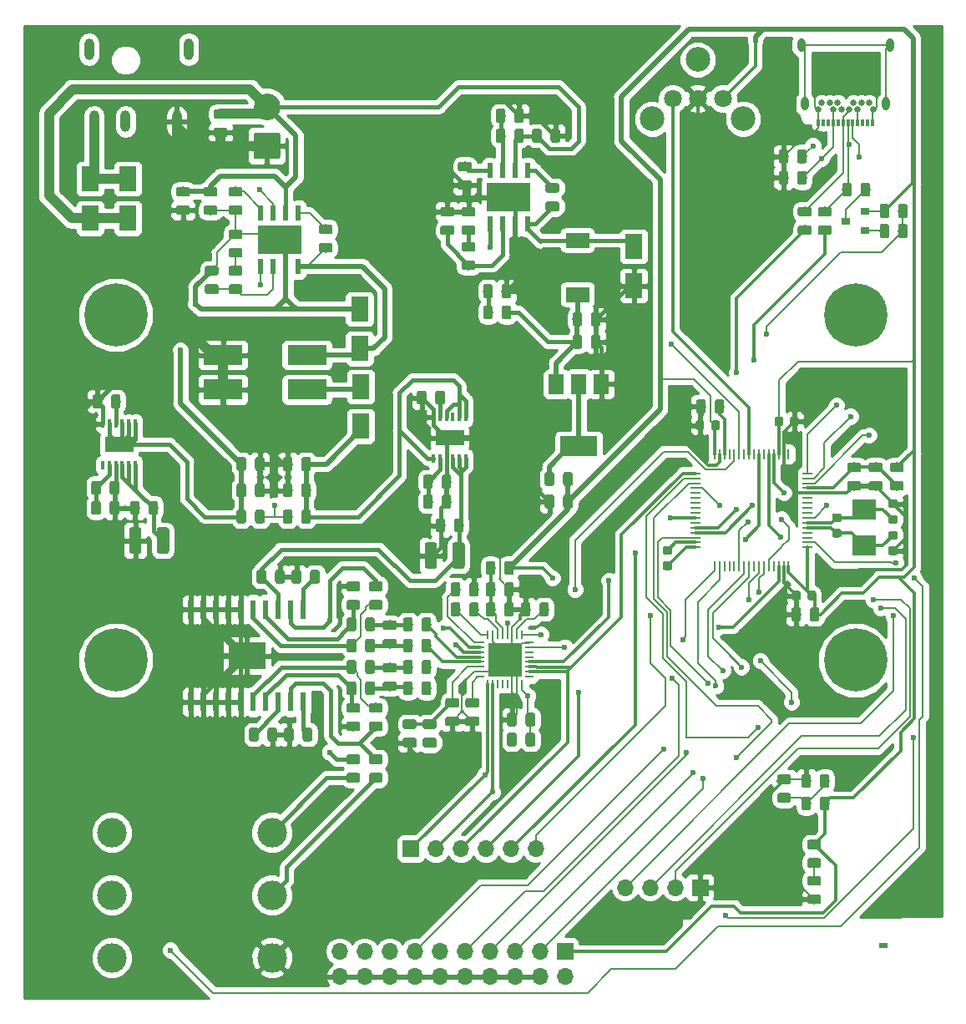
<source format=gbr>
G04 #@! TF.GenerationSoftware,KiCad,Pcbnew,5.0.2+dfsg1-1*
G04 #@! TF.CreationDate,2021-02-28T17:02:00+08:00*
G04 #@! TF.ProjectId,digital-amplifier2,64696769-7461-46c2-9d61-6d706c696669,rev?*
G04 #@! TF.SameCoordinates,Original*
G04 #@! TF.FileFunction,Copper,L1,Top*
G04 #@! TF.FilePolarity,Positive*
%FSLAX46Y46*%
G04 Gerber Fmt 4.6, Leading zero omitted, Abs format (unit mm)*
G04 Created by KiCad (PCBNEW 5.0.2+dfsg1-1) date 2021年02月28日 星期日 17时02分00秒*
%MOMM*%
%LPD*%
G01*
G04 APERTURE LIST*
G04 #@! TA.AperFunction,ComponentPad*
%ADD10O,1.000000X2.200000*%
G04 #@! TD*
G04 #@! TA.AperFunction,SMDPad,CuDef*
%ADD11R,3.810000X2.789999*%
G04 #@! TD*
G04 #@! TA.AperFunction,SMDPad,CuDef*
%ADD12R,0.558000X1.969999*%
G04 #@! TD*
G04 #@! TA.AperFunction,SMDPad,CuDef*
%ADD13R,3.450001X3.450001*%
G04 #@! TD*
G04 #@! TA.AperFunction,SMDPad,CuDef*
%ADD14R,0.850000X0.280000*%
G04 #@! TD*
G04 #@! TA.AperFunction,SMDPad,CuDef*
%ADD15R,0.280000X0.850000*%
G04 #@! TD*
G04 #@! TA.AperFunction,Conductor*
%ADD16C,0.100000*%
G04 #@! TD*
G04 #@! TA.AperFunction,SMDPad,CuDef*
%ADD17C,0.975000*%
G04 #@! TD*
G04 #@! TA.AperFunction,ComponentPad*
%ADD18C,3.000000*%
G04 #@! TD*
G04 #@! TA.AperFunction,ComponentPad*
%ADD19O,0.800000X1.400000*%
G04 #@! TD*
G04 #@! TA.AperFunction,SMDPad,CuDef*
%ADD20R,0.300000X0.700000*%
G04 #@! TD*
G04 #@! TA.AperFunction,ComponentPad*
%ADD21C,0.650000*%
G04 #@! TD*
G04 #@! TA.AperFunction,ViaPad*
%ADD22R,0.900000X0.500000*%
G04 #@! TD*
G04 #@! TA.AperFunction,SMDPad,CuDef*
%ADD23C,1.250000*%
G04 #@! TD*
G04 #@! TA.AperFunction,ComponentPad*
%ADD24C,2.700000*%
G04 #@! TD*
G04 #@! TA.AperFunction,ComponentPad*
%ADD25R,1.700000X1.700000*%
G04 #@! TD*
G04 #@! TA.AperFunction,ComponentPad*
%ADD26O,1.700000X1.700000*%
G04 #@! TD*
G04 #@! TA.AperFunction,ComponentPad*
%ADD27C,6.400000*%
G04 #@! TD*
G04 #@! TA.AperFunction,SMDPad,CuDef*
%ADD28R,2.850000X1.650000*%
G04 #@! TD*
G04 #@! TA.AperFunction,SMDPad,CuDef*
%ADD29R,0.420000X0.890000*%
G04 #@! TD*
G04 #@! TA.AperFunction,SMDPad,CuDef*
%ADD30R,3.100000X2.600000*%
G04 #@! TD*
G04 #@! TA.AperFunction,Conductor*
%ADD31R,4.500000X2.950000*%
G04 #@! TD*
G04 #@! TA.AperFunction,SMDPad,CuDef*
%ADD32R,0.600000X1.550000*%
G04 #@! TD*
G04 #@! TA.AperFunction,ViaPad*
%ADD33C,0.600000*%
G04 #@! TD*
G04 #@! TA.AperFunction,SMDPad,CuDef*
%ADD34R,4.000000X2.000000*%
G04 #@! TD*
G04 #@! TA.AperFunction,SMDPad,CuDef*
%ADD35R,1.800000X2.500000*%
G04 #@! TD*
G04 #@! TA.AperFunction,SMDPad,CuDef*
%ADD36C,0.875000*%
G04 #@! TD*
G04 #@! TA.AperFunction,SMDPad,CuDef*
%ADD37R,0.900000X0.800000*%
G04 #@! TD*
G04 #@! TA.AperFunction,SMDPad,CuDef*
%ADD38R,2.400000X2.000000*%
G04 #@! TD*
G04 #@! TA.AperFunction,SMDPad,CuDef*
%ADD39R,2.400000X1.500000*%
G04 #@! TD*
G04 #@! TA.AperFunction,SMDPad,CuDef*
%ADD40R,1.000000X0.250000*%
G04 #@! TD*
G04 #@! TA.AperFunction,SMDPad,CuDef*
%ADD41R,0.250000X1.000000*%
G04 #@! TD*
G04 #@! TA.AperFunction,SMDPad,CuDef*
%ADD42R,3.800000X2.000000*%
G04 #@! TD*
G04 #@! TA.AperFunction,SMDPad,CuDef*
%ADD43R,1.500000X2.000000*%
G04 #@! TD*
G04 #@! TA.AperFunction,WasherPad*
%ADD44C,2.500000*%
G04 #@! TD*
G04 #@! TA.AperFunction,ComponentPad*
%ADD45C,1.800000*%
G04 #@! TD*
G04 #@! TA.AperFunction,Conductor*
%ADD46C,1.000000*%
G04 #@! TD*
G04 #@! TA.AperFunction,Conductor*
%ADD47C,0.200000*%
G04 #@! TD*
G04 #@! TA.AperFunction,Conductor*
%ADD48C,0.500000*%
G04 #@! TD*
G04 #@! TA.AperFunction,Conductor*
%ADD49C,0.400000*%
G04 #@! TD*
G04 #@! TA.AperFunction,Conductor*
%ADD50C,0.300000*%
G04 #@! TD*
G04 #@! TA.AperFunction,Conductor*
%ADD51C,0.254000*%
G04 #@! TD*
G04 APERTURE END LIST*
D10*
G04 #@! TO.P,J5,shield*
G04 #@! TO.N,N/C*
X67377000Y-53086000D03*
G04 #@! TO.P,J5,2*
G04 #@! TO.N,GND*
X66177000Y-60386000D03*
G04 #@! TO.P,J5,3*
G04 #@! TO.N,Net-(J5-Pad3)*
X60977000Y-60386000D03*
G04 #@! TO.P,J5,1*
G04 #@! TO.N,Net-(D3-Pad2)*
X57777000Y-60386000D03*
G04 #@! TO.P,J5,shield*
G04 #@! TO.N,N/C*
X57277000Y-53086000D03*
G04 #@! TD*
D11*
G04 #@! TO.P,U9,21*
G04 #@! TO.N,GND*
X73279000Y-114554000D03*
D12*
G04 #@! TO.P,U9,20*
G04 #@! TO.N,-15V*
X78994000Y-119240300D03*
G04 #@! TO.P,U9,19*
G04 #@! TO.N,/Sheet6035C8EF/sheet5FF9330D/ROUT*
X77724000Y-119240300D03*
G04 #@! TO.P,U9,18*
G04 #@! TO.N,+15V*
X76454000Y-119240300D03*
G04 #@! TO.P,U9,17*
G04 #@! TO.N,Net-(R50-Pad1)*
X75184000Y-119240300D03*
G04 #@! TO.P,U9,16*
G04 #@! TO.N,Net-(R49-Pad1)*
X73914000Y-119240300D03*
G04 #@! TO.P,U9,15*
G04 #@! TO.N,GND*
X72644000Y-119240300D03*
G04 #@! TO.P,U9,14*
X71374000Y-119240300D03*
G04 #@! TO.P,U9,13*
X70104000Y-119240300D03*
G04 #@! TO.P,U9,12*
X68834000Y-119240300D03*
G04 #@! TO.P,U9,11*
X67564000Y-119240300D03*
G04 #@! TO.P,U9,10*
X67564000Y-109867700D03*
G04 #@! TO.P,U9,9*
X68834000Y-109867700D03*
G04 #@! TO.P,U9,8*
X70104000Y-109867700D03*
G04 #@! TO.P,U9,7*
X71374000Y-109867700D03*
G04 #@! TO.P,U9,6*
X72644000Y-109867700D03*
G04 #@! TO.P,U9,5*
G04 #@! TO.N,Net-(R48-Pad1)*
X73914000Y-109867700D03*
G04 #@! TO.P,U9,4*
G04 #@! TO.N,Net-(R47-Pad1)*
X75184000Y-109867700D03*
G04 #@! TO.P,U9,3*
G04 #@! TO.N,+15V*
X76454000Y-109867700D03*
G04 #@! TO.P,U9,2*
G04 #@! TO.N,/Sheet6035C8EF/sheet5FF9330D/LOUT*
X77724000Y-109867700D03*
G04 #@! TO.P,U9,1*
G04 #@! TO.N,-15V*
X78994000Y-109867700D03*
G04 #@! TD*
D13*
G04 #@! TO.P,U5,33*
G04 #@! TO.N,GND*
X99441000Y-114935000D03*
D14*
G04 #@! TO.P,U5,32*
X101915999Y-113184559D03*
G04 #@! TO.P,U5,31*
G04 #@! TO.N,/SAI1_B_FS*
X101915999Y-113684685D03*
G04 #@! TO.P,U5,30*
G04 #@! TO.N,Net-(U5-Pad30)*
X101915999Y-114184811D03*
G04 #@! TO.P,U5,29*
G04 #@! TO.N,Net-(U5-Pad29)*
X101915999Y-114684937D03*
G04 #@! TO.P,U5,28*
G04 #@! TO.N,/SAI1_B_SD*
X101915999Y-115185063D03*
G04 #@! TO.P,U5,27*
G04 #@! TO.N,/SAI1_B_CLK*
X101915999Y-115685189D03*
G04 #@! TO.P,U5,26*
X101915999Y-116185315D03*
G04 #@! TO.P,U5,25*
G04 #@! TO.N,Net-(U5-Pad25)*
X101915999Y-116685441D03*
D15*
G04 #@! TO.P,U5,24*
G04 #@! TO.N,/Sheet6035C8EF/DVDD*
X101190999Y-117409999D03*
G04 #@! TO.P,U5,23*
G04 #@! TO.N,GND*
X100691000Y-117409999D03*
G04 #@! TO.P,U5,22*
X100191001Y-117409999D03*
G04 #@! TO.P,U5,21*
G04 #@! TO.N,Net-(U5-Pad21)*
X99691000Y-117409999D03*
G04 #@! TO.P,U5,20*
G04 #@! TO.N,Net-(U5-Pad20)*
X99191000Y-117409999D03*
G04 #@! TO.P,U5,19*
G04 #@! TO.N,Net-(U5-Pad19)*
X98690999Y-117409999D03*
G04 #@! TO.P,U5,18*
G04 #@! TO.N,/SDA*
X98191000Y-117409999D03*
G04 #@! TO.P,U5,17*
G04 #@! TO.N,/SCL*
X97691001Y-117409999D03*
D14*
G04 #@! TO.P,U5,16*
G04 #@! TO.N,Net-(C25-Pad2)*
X96966001Y-116685441D03*
G04 #@! TO.P,U5,15*
G04 #@! TO.N,GND*
X96966001Y-116185315D03*
G04 #@! TO.P,U5,14*
G04 #@! TO.N,/Sheet6035C8EF/AVDD*
X96966001Y-115685189D03*
G04 #@! TO.P,U5,13*
G04 #@! TO.N,/Sheet6035C8EF/OUTRN*
X96966001Y-115185063D03*
G04 #@! TO.P,U5,12*
G04 #@! TO.N,/Sheet6035C8EF/OUTRP*
X96966001Y-114684937D03*
G04 #@! TO.P,U5,11*
G04 #@! TO.N,/Sheet6035C8EF/OUTLN*
X96966001Y-114184811D03*
G04 #@! TO.P,U5,10*
G04 #@! TO.N,/Sheet6035C8EF/OUTLP*
X96966001Y-113684685D03*
G04 #@! TO.P,U5,9*
G04 #@! TO.N,Net-(C32-Pad1)*
X96966001Y-113184559D03*
D15*
G04 #@! TO.P,U5,8*
G04 #@! TO.N,Net-(C27-Pad1)*
X97691001Y-112460001D03*
G04 #@! TO.P,U5,7*
G04 #@! TO.N,GND*
X98191000Y-112460001D03*
G04 #@! TO.P,U5,6*
G04 #@! TO.N,Net-(C27-Pad2)*
X98690999Y-112460001D03*
G04 #@! TO.P,U5,5*
G04 #@! TO.N,/Sheet6035C8EF/CPVDD*
X99191000Y-112460001D03*
G04 #@! TO.P,U5,4*
G04 #@! TO.N,/Sheet6035C8EF/DVDD*
X99691000Y-112460001D03*
G04 #@! TO.P,U5,3*
G04 #@! TO.N,GND*
X100191001Y-112460001D03*
G04 #@! TO.P,U5,2*
G04 #@! TO.N,Net-(C22-Pad1)*
X100691000Y-112460001D03*
G04 #@! TO.P,U5,1*
G04 #@! TO.N,/Sheet6035C8EF/DVDD*
X101190999Y-112460001D03*
G04 #@! TD*
D16*
G04 #@! TO.N,GND*
G04 #@! TO.C,C2*
G36*
X100138142Y-107124174D02*
X100161803Y-107127684D01*
X100185007Y-107133496D01*
X100207529Y-107141554D01*
X100229153Y-107151782D01*
X100249670Y-107164079D01*
X100268883Y-107178329D01*
X100286607Y-107194393D01*
X100302671Y-107212117D01*
X100316921Y-107231330D01*
X100329218Y-107251847D01*
X100339446Y-107273471D01*
X100347504Y-107295993D01*
X100353316Y-107319197D01*
X100356826Y-107342858D01*
X100358000Y-107366750D01*
X100358000Y-108279250D01*
X100356826Y-108303142D01*
X100353316Y-108326803D01*
X100347504Y-108350007D01*
X100339446Y-108372529D01*
X100329218Y-108394153D01*
X100316921Y-108414670D01*
X100302671Y-108433883D01*
X100286607Y-108451607D01*
X100268883Y-108467671D01*
X100249670Y-108481921D01*
X100229153Y-108494218D01*
X100207529Y-108504446D01*
X100185007Y-108512504D01*
X100161803Y-108518316D01*
X100138142Y-108521826D01*
X100114250Y-108523000D01*
X99626750Y-108523000D01*
X99602858Y-108521826D01*
X99579197Y-108518316D01*
X99555993Y-108512504D01*
X99533471Y-108504446D01*
X99511847Y-108494218D01*
X99491330Y-108481921D01*
X99472117Y-108467671D01*
X99454393Y-108451607D01*
X99438329Y-108433883D01*
X99424079Y-108414670D01*
X99411782Y-108394153D01*
X99401554Y-108372529D01*
X99393496Y-108350007D01*
X99387684Y-108326803D01*
X99384174Y-108303142D01*
X99383000Y-108279250D01*
X99383000Y-107366750D01*
X99384174Y-107342858D01*
X99387684Y-107319197D01*
X99393496Y-107295993D01*
X99401554Y-107273471D01*
X99411782Y-107251847D01*
X99424079Y-107231330D01*
X99438329Y-107212117D01*
X99454393Y-107194393D01*
X99472117Y-107178329D01*
X99491330Y-107164079D01*
X99511847Y-107151782D01*
X99533471Y-107141554D01*
X99555993Y-107133496D01*
X99579197Y-107127684D01*
X99602858Y-107124174D01*
X99626750Y-107123000D01*
X100114250Y-107123000D01*
X100138142Y-107124174D01*
X100138142Y-107124174D01*
G37*
D17*
G04 #@! TD*
G04 #@! TO.P,C2,2*
G04 #@! TO.N,GND*
X99870500Y-107823000D03*
D16*
G04 #@! TO.N,/Sheet6035C8EF/CPVDD*
G04 #@! TO.C,C2*
G36*
X98263142Y-107124174D02*
X98286803Y-107127684D01*
X98310007Y-107133496D01*
X98332529Y-107141554D01*
X98354153Y-107151782D01*
X98374670Y-107164079D01*
X98393883Y-107178329D01*
X98411607Y-107194393D01*
X98427671Y-107212117D01*
X98441921Y-107231330D01*
X98454218Y-107251847D01*
X98464446Y-107273471D01*
X98472504Y-107295993D01*
X98478316Y-107319197D01*
X98481826Y-107342858D01*
X98483000Y-107366750D01*
X98483000Y-108279250D01*
X98481826Y-108303142D01*
X98478316Y-108326803D01*
X98472504Y-108350007D01*
X98464446Y-108372529D01*
X98454218Y-108394153D01*
X98441921Y-108414670D01*
X98427671Y-108433883D01*
X98411607Y-108451607D01*
X98393883Y-108467671D01*
X98374670Y-108481921D01*
X98354153Y-108494218D01*
X98332529Y-108504446D01*
X98310007Y-108512504D01*
X98286803Y-108518316D01*
X98263142Y-108521826D01*
X98239250Y-108523000D01*
X97751750Y-108523000D01*
X97727858Y-108521826D01*
X97704197Y-108518316D01*
X97680993Y-108512504D01*
X97658471Y-108504446D01*
X97636847Y-108494218D01*
X97616330Y-108481921D01*
X97597117Y-108467671D01*
X97579393Y-108451607D01*
X97563329Y-108433883D01*
X97549079Y-108414670D01*
X97536782Y-108394153D01*
X97526554Y-108372529D01*
X97518496Y-108350007D01*
X97512684Y-108326803D01*
X97509174Y-108303142D01*
X97508000Y-108279250D01*
X97508000Y-107366750D01*
X97509174Y-107342858D01*
X97512684Y-107319197D01*
X97518496Y-107295993D01*
X97526554Y-107273471D01*
X97536782Y-107251847D01*
X97549079Y-107231330D01*
X97563329Y-107212117D01*
X97579393Y-107194393D01*
X97597117Y-107178329D01*
X97616330Y-107164079D01*
X97636847Y-107151782D01*
X97658471Y-107141554D01*
X97680993Y-107133496D01*
X97704197Y-107127684D01*
X97727858Y-107124174D01*
X97751750Y-107123000D01*
X98239250Y-107123000D01*
X98263142Y-107124174D01*
X98263142Y-107124174D01*
G37*
D17*
G04 #@! TD*
G04 #@! TO.P,C2,1*
G04 #@! TO.N,/Sheet6035C8EF/CPVDD*
X97995500Y-107823000D03*
D18*
G04 #@! TO.P,J7,R*
G04 #@! TO.N,Net-(J7-PadR)*
X75819000Y-138811000D03*
G04 #@! TO.P,J7,S*
G04 #@! TO.N,GND*
X75819000Y-145161000D03*
G04 #@! TO.P,J7,T*
G04 #@! TO.N,Net-(J7-PadT)*
X75819000Y-132461000D03*
G04 #@! TO.P,J7,RN*
G04 #@! TO.N,Net-(J7-PadRN)*
X59589000Y-138811000D03*
G04 #@! TO.P,J7,SN*
G04 #@! TO.N,Net-(J7-PadSN)*
X59589000Y-145161000D03*
G04 #@! TO.P,J7,TN*
G04 #@! TO.N,Net-(J7-PadTN)*
X59589000Y-132461000D03*
G04 #@! TD*
D19*
G04 #@! TO.P,J3,S1*
G04 #@! TO.N,Net-(J3-PadS1)*
X138115000Y-58609000D03*
D20*
G04 #@! TO.P,J3,A1*
G04 #@! TO.N,GND*
X136735000Y-60519000D03*
G04 #@! TO.P,J3,A2*
G04 #@! TO.N,Net-(J3-PadA2)*
X136235000Y-60519000D03*
G04 #@! TO.P,J3,A3*
G04 #@! TO.N,Net-(J3-PadA3)*
X135735000Y-60519000D03*
G04 #@! TO.P,J3,A4*
G04 #@! TO.N,Net-(J3-PadA4)*
X135235000Y-60519000D03*
G04 #@! TO.P,J3,A5*
G04 #@! TO.N,Net-(J3-PadA5)*
X134735000Y-60519000D03*
G04 #@! TO.P,J3,A6*
G04 #@! TO.N,Net-(J3-PadA6)*
X134235000Y-60519000D03*
G04 #@! TO.P,J3,A7*
G04 #@! TO.N,Net-(J3-PadA7)*
X133735000Y-60519000D03*
G04 #@! TO.P,J3,A12*
G04 #@! TO.N,GND*
X131235000Y-60519000D03*
G04 #@! TO.P,J3,A10*
G04 #@! TO.N,Net-(J3-PadA10)*
X132235000Y-60519000D03*
G04 #@! TO.P,J3,A9*
G04 #@! TO.N,Net-(J3-PadA4)*
X132735000Y-60519000D03*
G04 #@! TO.P,J3,A8*
G04 #@! TO.N,Net-(J3-PadA8)*
X133235000Y-60519000D03*
G04 #@! TO.P,J3,A11*
G04 #@! TO.N,Net-(J3-PadA11)*
X131735000Y-60519000D03*
D19*
G04 #@! TO.P,J3,S1*
G04 #@! TO.N,Net-(J3-PadS1)*
X129855000Y-58609000D03*
X129495000Y-52659000D03*
X138475000Y-52659000D03*
D21*
G04 #@! TO.P,J3,B1*
G04 #@! TO.N,GND*
X131185000Y-59209000D03*
G04 #@! TO.P,J3,B4*
G04 #@! TO.N,Net-(J3-PadA4)*
X132785000Y-59209000D03*
G04 #@! TO.P,J3,B6*
G04 #@! TO.N,Net-(J3-PadA6)*
X133585000Y-59209000D03*
G04 #@! TO.P,J3,B7*
G04 #@! TO.N,Net-(J3-PadA7)*
X134385000Y-59209000D03*
G04 #@! TO.P,J3,B9*
G04 #@! TO.N,Net-(J3-PadA4)*
X135185000Y-59209000D03*
G04 #@! TO.P,J3,B12*
G04 #@! TO.N,GND*
X136785000Y-59209000D03*
G04 #@! TO.P,J3,B2*
G04 #@! TO.N,Net-(J3-PadB2)*
X131585000Y-58509000D03*
G04 #@! TO.P,J3,B3*
G04 #@! TO.N,Net-(J3-PadB3)*
X132385000Y-58509000D03*
G04 #@! TO.P,J3,B5*
G04 #@! TO.N,Net-(J3-PadA5)*
X133185000Y-58509000D03*
G04 #@! TO.P,J3,B8*
G04 #@! TO.N,Net-(J3-PadB8)*
X134785000Y-58509000D03*
G04 #@! TO.P,J3,B10*
G04 #@! TO.N,Net-(J3-PadB10)*
X135585000Y-58509000D03*
G04 #@! TO.P,J3,B11*
G04 #@! TO.N,Net-(J3-PadB11)*
X136385000Y-58509000D03*
G04 #@! TD*
D22*
G04 #@! TO.N,GND*
G04 #@! TO.C,AE1*
X137863000Y-143891000D03*
G04 #@! TD*
D16*
G04 #@! TO.N,GND*
G04 #@! TO.C,C19*
G36*
X100138142Y-109156174D02*
X100161803Y-109159684D01*
X100185007Y-109165496D01*
X100207529Y-109173554D01*
X100229153Y-109183782D01*
X100249670Y-109196079D01*
X100268883Y-109210329D01*
X100286607Y-109226393D01*
X100302671Y-109244117D01*
X100316921Y-109263330D01*
X100329218Y-109283847D01*
X100339446Y-109305471D01*
X100347504Y-109327993D01*
X100353316Y-109351197D01*
X100356826Y-109374858D01*
X100358000Y-109398750D01*
X100358000Y-110311250D01*
X100356826Y-110335142D01*
X100353316Y-110358803D01*
X100347504Y-110382007D01*
X100339446Y-110404529D01*
X100329218Y-110426153D01*
X100316921Y-110446670D01*
X100302671Y-110465883D01*
X100286607Y-110483607D01*
X100268883Y-110499671D01*
X100249670Y-110513921D01*
X100229153Y-110526218D01*
X100207529Y-110536446D01*
X100185007Y-110544504D01*
X100161803Y-110550316D01*
X100138142Y-110553826D01*
X100114250Y-110555000D01*
X99626750Y-110555000D01*
X99602858Y-110553826D01*
X99579197Y-110550316D01*
X99555993Y-110544504D01*
X99533471Y-110536446D01*
X99511847Y-110526218D01*
X99491330Y-110513921D01*
X99472117Y-110499671D01*
X99454393Y-110483607D01*
X99438329Y-110465883D01*
X99424079Y-110446670D01*
X99411782Y-110426153D01*
X99401554Y-110404529D01*
X99393496Y-110382007D01*
X99387684Y-110358803D01*
X99384174Y-110335142D01*
X99383000Y-110311250D01*
X99383000Y-109398750D01*
X99384174Y-109374858D01*
X99387684Y-109351197D01*
X99393496Y-109327993D01*
X99401554Y-109305471D01*
X99411782Y-109283847D01*
X99424079Y-109263330D01*
X99438329Y-109244117D01*
X99454393Y-109226393D01*
X99472117Y-109210329D01*
X99491330Y-109196079D01*
X99511847Y-109183782D01*
X99533471Y-109173554D01*
X99555993Y-109165496D01*
X99579197Y-109159684D01*
X99602858Y-109156174D01*
X99626750Y-109155000D01*
X100114250Y-109155000D01*
X100138142Y-109156174D01*
X100138142Y-109156174D01*
G37*
D17*
G04 #@! TD*
G04 #@! TO.P,C19,2*
G04 #@! TO.N,GND*
X99870500Y-109855000D03*
D16*
G04 #@! TO.N,/Sheet6035C8EF/CPVDD*
G04 #@! TO.C,C19*
G36*
X98263142Y-109156174D02*
X98286803Y-109159684D01*
X98310007Y-109165496D01*
X98332529Y-109173554D01*
X98354153Y-109183782D01*
X98374670Y-109196079D01*
X98393883Y-109210329D01*
X98411607Y-109226393D01*
X98427671Y-109244117D01*
X98441921Y-109263330D01*
X98454218Y-109283847D01*
X98464446Y-109305471D01*
X98472504Y-109327993D01*
X98478316Y-109351197D01*
X98481826Y-109374858D01*
X98483000Y-109398750D01*
X98483000Y-110311250D01*
X98481826Y-110335142D01*
X98478316Y-110358803D01*
X98472504Y-110382007D01*
X98464446Y-110404529D01*
X98454218Y-110426153D01*
X98441921Y-110446670D01*
X98427671Y-110465883D01*
X98411607Y-110483607D01*
X98393883Y-110499671D01*
X98374670Y-110513921D01*
X98354153Y-110526218D01*
X98332529Y-110536446D01*
X98310007Y-110544504D01*
X98286803Y-110550316D01*
X98263142Y-110553826D01*
X98239250Y-110555000D01*
X97751750Y-110555000D01*
X97727858Y-110553826D01*
X97704197Y-110550316D01*
X97680993Y-110544504D01*
X97658471Y-110536446D01*
X97636847Y-110526218D01*
X97616330Y-110513921D01*
X97597117Y-110499671D01*
X97579393Y-110483607D01*
X97563329Y-110465883D01*
X97549079Y-110446670D01*
X97536782Y-110426153D01*
X97526554Y-110404529D01*
X97518496Y-110382007D01*
X97512684Y-110358803D01*
X97509174Y-110335142D01*
X97508000Y-110311250D01*
X97508000Y-109398750D01*
X97509174Y-109374858D01*
X97512684Y-109351197D01*
X97518496Y-109327993D01*
X97526554Y-109305471D01*
X97536782Y-109283847D01*
X97549079Y-109263330D01*
X97563329Y-109244117D01*
X97579393Y-109226393D01*
X97597117Y-109210329D01*
X97616330Y-109196079D01*
X97636847Y-109183782D01*
X97658471Y-109173554D01*
X97680993Y-109165496D01*
X97704197Y-109159684D01*
X97727858Y-109156174D01*
X97751750Y-109155000D01*
X98239250Y-109155000D01*
X98263142Y-109156174D01*
X98263142Y-109156174D01*
G37*
D17*
G04 #@! TD*
G04 #@! TO.P,C19,1*
G04 #@! TO.N,/Sheet6035C8EF/CPVDD*
X97995500Y-109855000D03*
D16*
G04 #@! TO.N,GND*
G04 #@! TO.C,C25*
G36*
X96619142Y-120720174D02*
X96642803Y-120723684D01*
X96666007Y-120729496D01*
X96688529Y-120737554D01*
X96710153Y-120747782D01*
X96730670Y-120760079D01*
X96749883Y-120774329D01*
X96767607Y-120790393D01*
X96783671Y-120808117D01*
X96797921Y-120827330D01*
X96810218Y-120847847D01*
X96820446Y-120869471D01*
X96828504Y-120891993D01*
X96834316Y-120915197D01*
X96837826Y-120938858D01*
X96839000Y-120962750D01*
X96839000Y-121450250D01*
X96837826Y-121474142D01*
X96834316Y-121497803D01*
X96828504Y-121521007D01*
X96820446Y-121543529D01*
X96810218Y-121565153D01*
X96797921Y-121585670D01*
X96783671Y-121604883D01*
X96767607Y-121622607D01*
X96749883Y-121638671D01*
X96730670Y-121652921D01*
X96710153Y-121665218D01*
X96688529Y-121675446D01*
X96666007Y-121683504D01*
X96642803Y-121689316D01*
X96619142Y-121692826D01*
X96595250Y-121694000D01*
X95682750Y-121694000D01*
X95658858Y-121692826D01*
X95635197Y-121689316D01*
X95611993Y-121683504D01*
X95589471Y-121675446D01*
X95567847Y-121665218D01*
X95547330Y-121652921D01*
X95528117Y-121638671D01*
X95510393Y-121622607D01*
X95494329Y-121604883D01*
X95480079Y-121585670D01*
X95467782Y-121565153D01*
X95457554Y-121543529D01*
X95449496Y-121521007D01*
X95443684Y-121497803D01*
X95440174Y-121474142D01*
X95439000Y-121450250D01*
X95439000Y-120962750D01*
X95440174Y-120938858D01*
X95443684Y-120915197D01*
X95449496Y-120891993D01*
X95457554Y-120869471D01*
X95467782Y-120847847D01*
X95480079Y-120827330D01*
X95494329Y-120808117D01*
X95510393Y-120790393D01*
X95528117Y-120774329D01*
X95547330Y-120760079D01*
X95567847Y-120747782D01*
X95589471Y-120737554D01*
X95611993Y-120729496D01*
X95635197Y-120723684D01*
X95658858Y-120720174D01*
X95682750Y-120719000D01*
X96595250Y-120719000D01*
X96619142Y-120720174D01*
X96619142Y-120720174D01*
G37*
D17*
G04 #@! TD*
G04 #@! TO.P,C25,1*
G04 #@! TO.N,GND*
X96139000Y-121206500D03*
D16*
G04 #@! TO.N,Net-(C25-Pad2)*
G04 #@! TO.C,C25*
G36*
X96619142Y-118845174D02*
X96642803Y-118848684D01*
X96666007Y-118854496D01*
X96688529Y-118862554D01*
X96710153Y-118872782D01*
X96730670Y-118885079D01*
X96749883Y-118899329D01*
X96767607Y-118915393D01*
X96783671Y-118933117D01*
X96797921Y-118952330D01*
X96810218Y-118972847D01*
X96820446Y-118994471D01*
X96828504Y-119016993D01*
X96834316Y-119040197D01*
X96837826Y-119063858D01*
X96839000Y-119087750D01*
X96839000Y-119575250D01*
X96837826Y-119599142D01*
X96834316Y-119622803D01*
X96828504Y-119646007D01*
X96820446Y-119668529D01*
X96810218Y-119690153D01*
X96797921Y-119710670D01*
X96783671Y-119729883D01*
X96767607Y-119747607D01*
X96749883Y-119763671D01*
X96730670Y-119777921D01*
X96710153Y-119790218D01*
X96688529Y-119800446D01*
X96666007Y-119808504D01*
X96642803Y-119814316D01*
X96619142Y-119817826D01*
X96595250Y-119819000D01*
X95682750Y-119819000D01*
X95658858Y-119817826D01*
X95635197Y-119814316D01*
X95611993Y-119808504D01*
X95589471Y-119800446D01*
X95567847Y-119790218D01*
X95547330Y-119777921D01*
X95528117Y-119763671D01*
X95510393Y-119747607D01*
X95494329Y-119729883D01*
X95480079Y-119710670D01*
X95467782Y-119690153D01*
X95457554Y-119668529D01*
X95449496Y-119646007D01*
X95443684Y-119622803D01*
X95440174Y-119599142D01*
X95439000Y-119575250D01*
X95439000Y-119087750D01*
X95440174Y-119063858D01*
X95443684Y-119040197D01*
X95449496Y-119016993D01*
X95457554Y-118994471D01*
X95467782Y-118972847D01*
X95480079Y-118952330D01*
X95494329Y-118933117D01*
X95510393Y-118915393D01*
X95528117Y-118899329D01*
X95547330Y-118885079D01*
X95567847Y-118872782D01*
X95589471Y-118862554D01*
X95611993Y-118854496D01*
X95635197Y-118848684D01*
X95658858Y-118845174D01*
X95682750Y-118844000D01*
X96595250Y-118844000D01*
X96619142Y-118845174D01*
X96619142Y-118845174D01*
G37*
D17*
G04 #@! TD*
G04 #@! TO.P,C25,2*
G04 #@! TO.N,Net-(C25-Pad2)*
X96139000Y-119331500D03*
D16*
G04 #@! TO.N,GND*
G04 #@! TO.C,C30*
G36*
X90269142Y-122879174D02*
X90292803Y-122882684D01*
X90316007Y-122888496D01*
X90338529Y-122896554D01*
X90360153Y-122906782D01*
X90380670Y-122919079D01*
X90399883Y-122933329D01*
X90417607Y-122949393D01*
X90433671Y-122967117D01*
X90447921Y-122986330D01*
X90460218Y-123006847D01*
X90470446Y-123028471D01*
X90478504Y-123050993D01*
X90484316Y-123074197D01*
X90487826Y-123097858D01*
X90489000Y-123121750D01*
X90489000Y-123609250D01*
X90487826Y-123633142D01*
X90484316Y-123656803D01*
X90478504Y-123680007D01*
X90470446Y-123702529D01*
X90460218Y-123724153D01*
X90447921Y-123744670D01*
X90433671Y-123763883D01*
X90417607Y-123781607D01*
X90399883Y-123797671D01*
X90380670Y-123811921D01*
X90360153Y-123824218D01*
X90338529Y-123834446D01*
X90316007Y-123842504D01*
X90292803Y-123848316D01*
X90269142Y-123851826D01*
X90245250Y-123853000D01*
X89332750Y-123853000D01*
X89308858Y-123851826D01*
X89285197Y-123848316D01*
X89261993Y-123842504D01*
X89239471Y-123834446D01*
X89217847Y-123824218D01*
X89197330Y-123811921D01*
X89178117Y-123797671D01*
X89160393Y-123781607D01*
X89144329Y-123763883D01*
X89130079Y-123744670D01*
X89117782Y-123724153D01*
X89107554Y-123702529D01*
X89099496Y-123680007D01*
X89093684Y-123656803D01*
X89090174Y-123633142D01*
X89089000Y-123609250D01*
X89089000Y-123121750D01*
X89090174Y-123097858D01*
X89093684Y-123074197D01*
X89099496Y-123050993D01*
X89107554Y-123028471D01*
X89117782Y-123006847D01*
X89130079Y-122986330D01*
X89144329Y-122967117D01*
X89160393Y-122949393D01*
X89178117Y-122933329D01*
X89197330Y-122919079D01*
X89217847Y-122906782D01*
X89239471Y-122896554D01*
X89261993Y-122888496D01*
X89285197Y-122882684D01*
X89308858Y-122879174D01*
X89332750Y-122878000D01*
X90245250Y-122878000D01*
X90269142Y-122879174D01*
X90269142Y-122879174D01*
G37*
D17*
G04 #@! TD*
G04 #@! TO.P,C30,2*
G04 #@! TO.N,GND*
X89789000Y-123365500D03*
D16*
G04 #@! TO.N,/Sheet6035C8EF/AVDD*
G04 #@! TO.C,C30*
G36*
X90269142Y-121004174D02*
X90292803Y-121007684D01*
X90316007Y-121013496D01*
X90338529Y-121021554D01*
X90360153Y-121031782D01*
X90380670Y-121044079D01*
X90399883Y-121058329D01*
X90417607Y-121074393D01*
X90433671Y-121092117D01*
X90447921Y-121111330D01*
X90460218Y-121131847D01*
X90470446Y-121153471D01*
X90478504Y-121175993D01*
X90484316Y-121199197D01*
X90487826Y-121222858D01*
X90489000Y-121246750D01*
X90489000Y-121734250D01*
X90487826Y-121758142D01*
X90484316Y-121781803D01*
X90478504Y-121805007D01*
X90470446Y-121827529D01*
X90460218Y-121849153D01*
X90447921Y-121869670D01*
X90433671Y-121888883D01*
X90417607Y-121906607D01*
X90399883Y-121922671D01*
X90380670Y-121936921D01*
X90360153Y-121949218D01*
X90338529Y-121959446D01*
X90316007Y-121967504D01*
X90292803Y-121973316D01*
X90269142Y-121976826D01*
X90245250Y-121978000D01*
X89332750Y-121978000D01*
X89308858Y-121976826D01*
X89285197Y-121973316D01*
X89261993Y-121967504D01*
X89239471Y-121959446D01*
X89217847Y-121949218D01*
X89197330Y-121936921D01*
X89178117Y-121922671D01*
X89160393Y-121906607D01*
X89144329Y-121888883D01*
X89130079Y-121869670D01*
X89117782Y-121849153D01*
X89107554Y-121827529D01*
X89099496Y-121805007D01*
X89093684Y-121781803D01*
X89090174Y-121758142D01*
X89089000Y-121734250D01*
X89089000Y-121246750D01*
X89090174Y-121222858D01*
X89093684Y-121199197D01*
X89099496Y-121175993D01*
X89107554Y-121153471D01*
X89117782Y-121131847D01*
X89130079Y-121111330D01*
X89144329Y-121092117D01*
X89160393Y-121074393D01*
X89178117Y-121058329D01*
X89197330Y-121044079D01*
X89217847Y-121031782D01*
X89239471Y-121021554D01*
X89261993Y-121013496D01*
X89285197Y-121007684D01*
X89308858Y-121004174D01*
X89332750Y-121003000D01*
X90245250Y-121003000D01*
X90269142Y-121004174D01*
X90269142Y-121004174D01*
G37*
D17*
G04 #@! TD*
G04 #@! TO.P,C30,1*
G04 #@! TO.N,/Sheet6035C8EF/AVDD*
X89789000Y-121490500D03*
D16*
G04 #@! TO.N,/Sheet6035C8EF/AVDD*
G04 #@! TO.C,C31*
G36*
X94587142Y-118845174D02*
X94610803Y-118848684D01*
X94634007Y-118854496D01*
X94656529Y-118862554D01*
X94678153Y-118872782D01*
X94698670Y-118885079D01*
X94717883Y-118899329D01*
X94735607Y-118915393D01*
X94751671Y-118933117D01*
X94765921Y-118952330D01*
X94778218Y-118972847D01*
X94788446Y-118994471D01*
X94796504Y-119016993D01*
X94802316Y-119040197D01*
X94805826Y-119063858D01*
X94807000Y-119087750D01*
X94807000Y-119575250D01*
X94805826Y-119599142D01*
X94802316Y-119622803D01*
X94796504Y-119646007D01*
X94788446Y-119668529D01*
X94778218Y-119690153D01*
X94765921Y-119710670D01*
X94751671Y-119729883D01*
X94735607Y-119747607D01*
X94717883Y-119763671D01*
X94698670Y-119777921D01*
X94678153Y-119790218D01*
X94656529Y-119800446D01*
X94634007Y-119808504D01*
X94610803Y-119814316D01*
X94587142Y-119817826D01*
X94563250Y-119819000D01*
X93650750Y-119819000D01*
X93626858Y-119817826D01*
X93603197Y-119814316D01*
X93579993Y-119808504D01*
X93557471Y-119800446D01*
X93535847Y-119790218D01*
X93515330Y-119777921D01*
X93496117Y-119763671D01*
X93478393Y-119747607D01*
X93462329Y-119729883D01*
X93448079Y-119710670D01*
X93435782Y-119690153D01*
X93425554Y-119668529D01*
X93417496Y-119646007D01*
X93411684Y-119622803D01*
X93408174Y-119599142D01*
X93407000Y-119575250D01*
X93407000Y-119087750D01*
X93408174Y-119063858D01*
X93411684Y-119040197D01*
X93417496Y-119016993D01*
X93425554Y-118994471D01*
X93435782Y-118972847D01*
X93448079Y-118952330D01*
X93462329Y-118933117D01*
X93478393Y-118915393D01*
X93496117Y-118899329D01*
X93515330Y-118885079D01*
X93535847Y-118872782D01*
X93557471Y-118862554D01*
X93579993Y-118854496D01*
X93603197Y-118848684D01*
X93626858Y-118845174D01*
X93650750Y-118844000D01*
X94563250Y-118844000D01*
X94587142Y-118845174D01*
X94587142Y-118845174D01*
G37*
D17*
G04 #@! TD*
G04 #@! TO.P,C31,1*
G04 #@! TO.N,/Sheet6035C8EF/AVDD*
X94107000Y-119331500D03*
D16*
G04 #@! TO.N,GND*
G04 #@! TO.C,C31*
G36*
X94587142Y-120720174D02*
X94610803Y-120723684D01*
X94634007Y-120729496D01*
X94656529Y-120737554D01*
X94678153Y-120747782D01*
X94698670Y-120760079D01*
X94717883Y-120774329D01*
X94735607Y-120790393D01*
X94751671Y-120808117D01*
X94765921Y-120827330D01*
X94778218Y-120847847D01*
X94788446Y-120869471D01*
X94796504Y-120891993D01*
X94802316Y-120915197D01*
X94805826Y-120938858D01*
X94807000Y-120962750D01*
X94807000Y-121450250D01*
X94805826Y-121474142D01*
X94802316Y-121497803D01*
X94796504Y-121521007D01*
X94788446Y-121543529D01*
X94778218Y-121565153D01*
X94765921Y-121585670D01*
X94751671Y-121604883D01*
X94735607Y-121622607D01*
X94717883Y-121638671D01*
X94698670Y-121652921D01*
X94678153Y-121665218D01*
X94656529Y-121675446D01*
X94634007Y-121683504D01*
X94610803Y-121689316D01*
X94587142Y-121692826D01*
X94563250Y-121694000D01*
X93650750Y-121694000D01*
X93626858Y-121692826D01*
X93603197Y-121689316D01*
X93579993Y-121683504D01*
X93557471Y-121675446D01*
X93535847Y-121665218D01*
X93515330Y-121652921D01*
X93496117Y-121638671D01*
X93478393Y-121622607D01*
X93462329Y-121604883D01*
X93448079Y-121585670D01*
X93435782Y-121565153D01*
X93425554Y-121543529D01*
X93417496Y-121521007D01*
X93411684Y-121497803D01*
X93408174Y-121474142D01*
X93407000Y-121450250D01*
X93407000Y-120962750D01*
X93408174Y-120938858D01*
X93411684Y-120915197D01*
X93417496Y-120891993D01*
X93425554Y-120869471D01*
X93435782Y-120847847D01*
X93448079Y-120827330D01*
X93462329Y-120808117D01*
X93478393Y-120790393D01*
X93496117Y-120774329D01*
X93515330Y-120760079D01*
X93535847Y-120747782D01*
X93557471Y-120737554D01*
X93579993Y-120729496D01*
X93603197Y-120723684D01*
X93626858Y-120720174D01*
X93650750Y-120719000D01*
X94563250Y-120719000D01*
X94587142Y-120720174D01*
X94587142Y-120720174D01*
G37*
D17*
G04 #@! TD*
G04 #@! TO.P,C31,2*
G04 #@! TO.N,GND*
X94107000Y-121206500D03*
D16*
G04 #@! TO.N,GND*
G04 #@! TO.C,C32*
G36*
X96582142Y-107124174D02*
X96605803Y-107127684D01*
X96629007Y-107133496D01*
X96651529Y-107141554D01*
X96673153Y-107151782D01*
X96693670Y-107164079D01*
X96712883Y-107178329D01*
X96730607Y-107194393D01*
X96746671Y-107212117D01*
X96760921Y-107231330D01*
X96773218Y-107251847D01*
X96783446Y-107273471D01*
X96791504Y-107295993D01*
X96797316Y-107319197D01*
X96800826Y-107342858D01*
X96802000Y-107366750D01*
X96802000Y-108279250D01*
X96800826Y-108303142D01*
X96797316Y-108326803D01*
X96791504Y-108350007D01*
X96783446Y-108372529D01*
X96773218Y-108394153D01*
X96760921Y-108414670D01*
X96746671Y-108433883D01*
X96730607Y-108451607D01*
X96712883Y-108467671D01*
X96693670Y-108481921D01*
X96673153Y-108494218D01*
X96651529Y-108504446D01*
X96629007Y-108512504D01*
X96605803Y-108518316D01*
X96582142Y-108521826D01*
X96558250Y-108523000D01*
X96070750Y-108523000D01*
X96046858Y-108521826D01*
X96023197Y-108518316D01*
X95999993Y-108512504D01*
X95977471Y-108504446D01*
X95955847Y-108494218D01*
X95935330Y-108481921D01*
X95916117Y-108467671D01*
X95898393Y-108451607D01*
X95882329Y-108433883D01*
X95868079Y-108414670D01*
X95855782Y-108394153D01*
X95845554Y-108372529D01*
X95837496Y-108350007D01*
X95831684Y-108326803D01*
X95828174Y-108303142D01*
X95827000Y-108279250D01*
X95827000Y-107366750D01*
X95828174Y-107342858D01*
X95831684Y-107319197D01*
X95837496Y-107295993D01*
X95845554Y-107273471D01*
X95855782Y-107251847D01*
X95868079Y-107231330D01*
X95882329Y-107212117D01*
X95898393Y-107194393D01*
X95916117Y-107178329D01*
X95935330Y-107164079D01*
X95955847Y-107151782D01*
X95977471Y-107141554D01*
X95999993Y-107133496D01*
X96023197Y-107127684D01*
X96046858Y-107124174D01*
X96070750Y-107123000D01*
X96558250Y-107123000D01*
X96582142Y-107124174D01*
X96582142Y-107124174D01*
G37*
D17*
G04 #@! TD*
G04 #@! TO.P,C32,2*
G04 #@! TO.N,GND*
X96314500Y-107823000D03*
D16*
G04 #@! TO.N,Net-(C32-Pad1)*
G04 #@! TO.C,C32*
G36*
X94707142Y-107124174D02*
X94730803Y-107127684D01*
X94754007Y-107133496D01*
X94776529Y-107141554D01*
X94798153Y-107151782D01*
X94818670Y-107164079D01*
X94837883Y-107178329D01*
X94855607Y-107194393D01*
X94871671Y-107212117D01*
X94885921Y-107231330D01*
X94898218Y-107251847D01*
X94908446Y-107273471D01*
X94916504Y-107295993D01*
X94922316Y-107319197D01*
X94925826Y-107342858D01*
X94927000Y-107366750D01*
X94927000Y-108279250D01*
X94925826Y-108303142D01*
X94922316Y-108326803D01*
X94916504Y-108350007D01*
X94908446Y-108372529D01*
X94898218Y-108394153D01*
X94885921Y-108414670D01*
X94871671Y-108433883D01*
X94855607Y-108451607D01*
X94837883Y-108467671D01*
X94818670Y-108481921D01*
X94798153Y-108494218D01*
X94776529Y-108504446D01*
X94754007Y-108512504D01*
X94730803Y-108518316D01*
X94707142Y-108521826D01*
X94683250Y-108523000D01*
X94195750Y-108523000D01*
X94171858Y-108521826D01*
X94148197Y-108518316D01*
X94124993Y-108512504D01*
X94102471Y-108504446D01*
X94080847Y-108494218D01*
X94060330Y-108481921D01*
X94041117Y-108467671D01*
X94023393Y-108451607D01*
X94007329Y-108433883D01*
X93993079Y-108414670D01*
X93980782Y-108394153D01*
X93970554Y-108372529D01*
X93962496Y-108350007D01*
X93956684Y-108326803D01*
X93953174Y-108303142D01*
X93952000Y-108279250D01*
X93952000Y-107366750D01*
X93953174Y-107342858D01*
X93956684Y-107319197D01*
X93962496Y-107295993D01*
X93970554Y-107273471D01*
X93980782Y-107251847D01*
X93993079Y-107231330D01*
X94007329Y-107212117D01*
X94023393Y-107194393D01*
X94041117Y-107178329D01*
X94060330Y-107164079D01*
X94080847Y-107151782D01*
X94102471Y-107141554D01*
X94124993Y-107133496D01*
X94148197Y-107127684D01*
X94171858Y-107124174D01*
X94195750Y-107123000D01*
X94683250Y-107123000D01*
X94707142Y-107124174D01*
X94707142Y-107124174D01*
G37*
D17*
G04 #@! TD*
G04 #@! TO.P,C32,1*
G04 #@! TO.N,Net-(C32-Pad1)*
X94439500Y-107823000D03*
D16*
G04 #@! TO.N,Net-(C22-Pad1)*
G04 #@! TO.C,C22*
G36*
X103694142Y-109156174D02*
X103717803Y-109159684D01*
X103741007Y-109165496D01*
X103763529Y-109173554D01*
X103785153Y-109183782D01*
X103805670Y-109196079D01*
X103824883Y-109210329D01*
X103842607Y-109226393D01*
X103858671Y-109244117D01*
X103872921Y-109263330D01*
X103885218Y-109283847D01*
X103895446Y-109305471D01*
X103903504Y-109327993D01*
X103909316Y-109351197D01*
X103912826Y-109374858D01*
X103914000Y-109398750D01*
X103914000Y-110311250D01*
X103912826Y-110335142D01*
X103909316Y-110358803D01*
X103903504Y-110382007D01*
X103895446Y-110404529D01*
X103885218Y-110426153D01*
X103872921Y-110446670D01*
X103858671Y-110465883D01*
X103842607Y-110483607D01*
X103824883Y-110499671D01*
X103805670Y-110513921D01*
X103785153Y-110526218D01*
X103763529Y-110536446D01*
X103741007Y-110544504D01*
X103717803Y-110550316D01*
X103694142Y-110553826D01*
X103670250Y-110555000D01*
X103182750Y-110555000D01*
X103158858Y-110553826D01*
X103135197Y-110550316D01*
X103111993Y-110544504D01*
X103089471Y-110536446D01*
X103067847Y-110526218D01*
X103047330Y-110513921D01*
X103028117Y-110499671D01*
X103010393Y-110483607D01*
X102994329Y-110465883D01*
X102980079Y-110446670D01*
X102967782Y-110426153D01*
X102957554Y-110404529D01*
X102949496Y-110382007D01*
X102943684Y-110358803D01*
X102940174Y-110335142D01*
X102939000Y-110311250D01*
X102939000Y-109398750D01*
X102940174Y-109374858D01*
X102943684Y-109351197D01*
X102949496Y-109327993D01*
X102957554Y-109305471D01*
X102967782Y-109283847D01*
X102980079Y-109263330D01*
X102994329Y-109244117D01*
X103010393Y-109226393D01*
X103028117Y-109210329D01*
X103047330Y-109196079D01*
X103067847Y-109183782D01*
X103089471Y-109173554D01*
X103111993Y-109165496D01*
X103135197Y-109159684D01*
X103158858Y-109156174D01*
X103182750Y-109155000D01*
X103670250Y-109155000D01*
X103694142Y-109156174D01*
X103694142Y-109156174D01*
G37*
D17*
G04 #@! TD*
G04 #@! TO.P,C22,1*
G04 #@! TO.N,Net-(C22-Pad1)*
X103426500Y-109855000D03*
D16*
G04 #@! TO.N,GND*
G04 #@! TO.C,C22*
G36*
X101819142Y-109156174D02*
X101842803Y-109159684D01*
X101866007Y-109165496D01*
X101888529Y-109173554D01*
X101910153Y-109183782D01*
X101930670Y-109196079D01*
X101949883Y-109210329D01*
X101967607Y-109226393D01*
X101983671Y-109244117D01*
X101997921Y-109263330D01*
X102010218Y-109283847D01*
X102020446Y-109305471D01*
X102028504Y-109327993D01*
X102034316Y-109351197D01*
X102037826Y-109374858D01*
X102039000Y-109398750D01*
X102039000Y-110311250D01*
X102037826Y-110335142D01*
X102034316Y-110358803D01*
X102028504Y-110382007D01*
X102020446Y-110404529D01*
X102010218Y-110426153D01*
X101997921Y-110446670D01*
X101983671Y-110465883D01*
X101967607Y-110483607D01*
X101949883Y-110499671D01*
X101930670Y-110513921D01*
X101910153Y-110526218D01*
X101888529Y-110536446D01*
X101866007Y-110544504D01*
X101842803Y-110550316D01*
X101819142Y-110553826D01*
X101795250Y-110555000D01*
X101307750Y-110555000D01*
X101283858Y-110553826D01*
X101260197Y-110550316D01*
X101236993Y-110544504D01*
X101214471Y-110536446D01*
X101192847Y-110526218D01*
X101172330Y-110513921D01*
X101153117Y-110499671D01*
X101135393Y-110483607D01*
X101119329Y-110465883D01*
X101105079Y-110446670D01*
X101092782Y-110426153D01*
X101082554Y-110404529D01*
X101074496Y-110382007D01*
X101068684Y-110358803D01*
X101065174Y-110335142D01*
X101064000Y-110311250D01*
X101064000Y-109398750D01*
X101065174Y-109374858D01*
X101068684Y-109351197D01*
X101074496Y-109327993D01*
X101082554Y-109305471D01*
X101092782Y-109283847D01*
X101105079Y-109263330D01*
X101119329Y-109244117D01*
X101135393Y-109226393D01*
X101153117Y-109210329D01*
X101172330Y-109196079D01*
X101192847Y-109183782D01*
X101214471Y-109173554D01*
X101236993Y-109165496D01*
X101260197Y-109159684D01*
X101283858Y-109156174D01*
X101307750Y-109155000D01*
X101795250Y-109155000D01*
X101819142Y-109156174D01*
X101819142Y-109156174D01*
G37*
D17*
G04 #@! TD*
G04 #@! TO.P,C22,2*
G04 #@! TO.N,GND*
X101551500Y-109855000D03*
D16*
G04 #@! TO.N,+15V*
G04 #@! TO.C,C44*
G36*
X74260142Y-121856174D02*
X74283803Y-121859684D01*
X74307007Y-121865496D01*
X74329529Y-121873554D01*
X74351153Y-121883782D01*
X74371670Y-121896079D01*
X74390883Y-121910329D01*
X74408607Y-121926393D01*
X74424671Y-121944117D01*
X74438921Y-121963330D01*
X74451218Y-121983847D01*
X74461446Y-122005471D01*
X74469504Y-122027993D01*
X74475316Y-122051197D01*
X74478826Y-122074858D01*
X74480000Y-122098750D01*
X74480000Y-123011250D01*
X74478826Y-123035142D01*
X74475316Y-123058803D01*
X74469504Y-123082007D01*
X74461446Y-123104529D01*
X74451218Y-123126153D01*
X74438921Y-123146670D01*
X74424671Y-123165883D01*
X74408607Y-123183607D01*
X74390883Y-123199671D01*
X74371670Y-123213921D01*
X74351153Y-123226218D01*
X74329529Y-123236446D01*
X74307007Y-123244504D01*
X74283803Y-123250316D01*
X74260142Y-123253826D01*
X74236250Y-123255000D01*
X73748750Y-123255000D01*
X73724858Y-123253826D01*
X73701197Y-123250316D01*
X73677993Y-123244504D01*
X73655471Y-123236446D01*
X73633847Y-123226218D01*
X73613330Y-123213921D01*
X73594117Y-123199671D01*
X73576393Y-123183607D01*
X73560329Y-123165883D01*
X73546079Y-123146670D01*
X73533782Y-123126153D01*
X73523554Y-123104529D01*
X73515496Y-123082007D01*
X73509684Y-123058803D01*
X73506174Y-123035142D01*
X73505000Y-123011250D01*
X73505000Y-122098750D01*
X73506174Y-122074858D01*
X73509684Y-122051197D01*
X73515496Y-122027993D01*
X73523554Y-122005471D01*
X73533782Y-121983847D01*
X73546079Y-121963330D01*
X73560329Y-121944117D01*
X73576393Y-121926393D01*
X73594117Y-121910329D01*
X73613330Y-121896079D01*
X73633847Y-121883782D01*
X73655471Y-121873554D01*
X73677993Y-121865496D01*
X73701197Y-121859684D01*
X73724858Y-121856174D01*
X73748750Y-121855000D01*
X74236250Y-121855000D01*
X74260142Y-121856174D01*
X74260142Y-121856174D01*
G37*
D17*
G04 #@! TD*
G04 #@! TO.P,C44,1*
G04 #@! TO.N,+15V*
X73992500Y-122555000D03*
D16*
G04 #@! TO.N,GND*
G04 #@! TO.C,C44*
G36*
X76135142Y-121856174D02*
X76158803Y-121859684D01*
X76182007Y-121865496D01*
X76204529Y-121873554D01*
X76226153Y-121883782D01*
X76246670Y-121896079D01*
X76265883Y-121910329D01*
X76283607Y-121926393D01*
X76299671Y-121944117D01*
X76313921Y-121963330D01*
X76326218Y-121983847D01*
X76336446Y-122005471D01*
X76344504Y-122027993D01*
X76350316Y-122051197D01*
X76353826Y-122074858D01*
X76355000Y-122098750D01*
X76355000Y-123011250D01*
X76353826Y-123035142D01*
X76350316Y-123058803D01*
X76344504Y-123082007D01*
X76336446Y-123104529D01*
X76326218Y-123126153D01*
X76313921Y-123146670D01*
X76299671Y-123165883D01*
X76283607Y-123183607D01*
X76265883Y-123199671D01*
X76246670Y-123213921D01*
X76226153Y-123226218D01*
X76204529Y-123236446D01*
X76182007Y-123244504D01*
X76158803Y-123250316D01*
X76135142Y-123253826D01*
X76111250Y-123255000D01*
X75623750Y-123255000D01*
X75599858Y-123253826D01*
X75576197Y-123250316D01*
X75552993Y-123244504D01*
X75530471Y-123236446D01*
X75508847Y-123226218D01*
X75488330Y-123213921D01*
X75469117Y-123199671D01*
X75451393Y-123183607D01*
X75435329Y-123165883D01*
X75421079Y-123146670D01*
X75408782Y-123126153D01*
X75398554Y-123104529D01*
X75390496Y-123082007D01*
X75384684Y-123058803D01*
X75381174Y-123035142D01*
X75380000Y-123011250D01*
X75380000Y-122098750D01*
X75381174Y-122074858D01*
X75384684Y-122051197D01*
X75390496Y-122027993D01*
X75398554Y-122005471D01*
X75408782Y-121983847D01*
X75421079Y-121963330D01*
X75435329Y-121944117D01*
X75451393Y-121926393D01*
X75469117Y-121910329D01*
X75488330Y-121896079D01*
X75508847Y-121883782D01*
X75530471Y-121873554D01*
X75552993Y-121865496D01*
X75576197Y-121859684D01*
X75599858Y-121856174D01*
X75623750Y-121855000D01*
X76111250Y-121855000D01*
X76135142Y-121856174D01*
X76135142Y-121856174D01*
G37*
D17*
G04 #@! TD*
G04 #@! TO.P,C44,2*
G04 #@! TO.N,GND*
X75867500Y-122555000D03*
D16*
G04 #@! TO.N,Net-(C36-Pad2)*
G04 #@! TO.C,C43*
G36*
X72616142Y-71347174D02*
X72639803Y-71350684D01*
X72663007Y-71356496D01*
X72685529Y-71364554D01*
X72707153Y-71374782D01*
X72727670Y-71387079D01*
X72746883Y-71401329D01*
X72764607Y-71417393D01*
X72780671Y-71435117D01*
X72794921Y-71454330D01*
X72807218Y-71474847D01*
X72817446Y-71496471D01*
X72825504Y-71518993D01*
X72831316Y-71542197D01*
X72834826Y-71565858D01*
X72836000Y-71589750D01*
X72836000Y-72077250D01*
X72834826Y-72101142D01*
X72831316Y-72124803D01*
X72825504Y-72148007D01*
X72817446Y-72170529D01*
X72807218Y-72192153D01*
X72794921Y-72212670D01*
X72780671Y-72231883D01*
X72764607Y-72249607D01*
X72746883Y-72265671D01*
X72727670Y-72279921D01*
X72707153Y-72292218D01*
X72685529Y-72302446D01*
X72663007Y-72310504D01*
X72639803Y-72316316D01*
X72616142Y-72319826D01*
X72592250Y-72321000D01*
X71679750Y-72321000D01*
X71655858Y-72319826D01*
X71632197Y-72316316D01*
X71608993Y-72310504D01*
X71586471Y-72302446D01*
X71564847Y-72292218D01*
X71544330Y-72279921D01*
X71525117Y-72265671D01*
X71507393Y-72249607D01*
X71491329Y-72231883D01*
X71477079Y-72212670D01*
X71464782Y-72192153D01*
X71454554Y-72170529D01*
X71446496Y-72148007D01*
X71440684Y-72124803D01*
X71437174Y-72101142D01*
X71436000Y-72077250D01*
X71436000Y-71589750D01*
X71437174Y-71565858D01*
X71440684Y-71542197D01*
X71446496Y-71518993D01*
X71454554Y-71496471D01*
X71464782Y-71474847D01*
X71477079Y-71454330D01*
X71491329Y-71435117D01*
X71507393Y-71417393D01*
X71525117Y-71401329D01*
X71544330Y-71387079D01*
X71564847Y-71374782D01*
X71586471Y-71364554D01*
X71608993Y-71356496D01*
X71632197Y-71350684D01*
X71655858Y-71347174D01*
X71679750Y-71346000D01*
X72592250Y-71346000D01*
X72616142Y-71347174D01*
X72616142Y-71347174D01*
G37*
D17*
G04 #@! TD*
G04 #@! TO.P,C43,2*
G04 #@! TO.N,Net-(C36-Pad2)*
X72136000Y-71833500D03*
D16*
G04 #@! TO.N,Net-(C43-Pad1)*
G04 #@! TO.C,C43*
G36*
X72616142Y-73222174D02*
X72639803Y-73225684D01*
X72663007Y-73231496D01*
X72685529Y-73239554D01*
X72707153Y-73249782D01*
X72727670Y-73262079D01*
X72746883Y-73276329D01*
X72764607Y-73292393D01*
X72780671Y-73310117D01*
X72794921Y-73329330D01*
X72807218Y-73349847D01*
X72817446Y-73371471D01*
X72825504Y-73393993D01*
X72831316Y-73417197D01*
X72834826Y-73440858D01*
X72836000Y-73464750D01*
X72836000Y-73952250D01*
X72834826Y-73976142D01*
X72831316Y-73999803D01*
X72825504Y-74023007D01*
X72817446Y-74045529D01*
X72807218Y-74067153D01*
X72794921Y-74087670D01*
X72780671Y-74106883D01*
X72764607Y-74124607D01*
X72746883Y-74140671D01*
X72727670Y-74154921D01*
X72707153Y-74167218D01*
X72685529Y-74177446D01*
X72663007Y-74185504D01*
X72639803Y-74191316D01*
X72616142Y-74194826D01*
X72592250Y-74196000D01*
X71679750Y-74196000D01*
X71655858Y-74194826D01*
X71632197Y-74191316D01*
X71608993Y-74185504D01*
X71586471Y-74177446D01*
X71564847Y-74167218D01*
X71544330Y-74154921D01*
X71525117Y-74140671D01*
X71507393Y-74124607D01*
X71491329Y-74106883D01*
X71477079Y-74087670D01*
X71464782Y-74067153D01*
X71454554Y-74045529D01*
X71446496Y-74023007D01*
X71440684Y-73999803D01*
X71437174Y-73976142D01*
X71436000Y-73952250D01*
X71436000Y-73464750D01*
X71437174Y-73440858D01*
X71440684Y-73417197D01*
X71446496Y-73393993D01*
X71454554Y-73371471D01*
X71464782Y-73349847D01*
X71477079Y-73329330D01*
X71491329Y-73310117D01*
X71507393Y-73292393D01*
X71525117Y-73276329D01*
X71544330Y-73262079D01*
X71564847Y-73249782D01*
X71586471Y-73239554D01*
X71608993Y-73231496D01*
X71632197Y-73225684D01*
X71655858Y-73222174D01*
X71679750Y-73221000D01*
X72592250Y-73221000D01*
X72616142Y-73222174D01*
X72616142Y-73222174D01*
G37*
D17*
G04 #@! TD*
G04 #@! TO.P,C43,1*
G04 #@! TO.N,Net-(C43-Pad1)*
X72136000Y-73708500D03*
D16*
G04 #@! TO.N,Net-(C42-Pad1)*
G04 #@! TO.C,C42*
G36*
X81760142Y-72714174D02*
X81783803Y-72717684D01*
X81807007Y-72723496D01*
X81829529Y-72731554D01*
X81851153Y-72741782D01*
X81871670Y-72754079D01*
X81890883Y-72768329D01*
X81908607Y-72784393D01*
X81924671Y-72802117D01*
X81938921Y-72821330D01*
X81951218Y-72841847D01*
X81961446Y-72863471D01*
X81969504Y-72885993D01*
X81975316Y-72909197D01*
X81978826Y-72932858D01*
X81980000Y-72956750D01*
X81980000Y-73444250D01*
X81978826Y-73468142D01*
X81975316Y-73491803D01*
X81969504Y-73515007D01*
X81961446Y-73537529D01*
X81951218Y-73559153D01*
X81938921Y-73579670D01*
X81924671Y-73598883D01*
X81908607Y-73616607D01*
X81890883Y-73632671D01*
X81871670Y-73646921D01*
X81851153Y-73659218D01*
X81829529Y-73669446D01*
X81807007Y-73677504D01*
X81783803Y-73683316D01*
X81760142Y-73686826D01*
X81736250Y-73688000D01*
X80823750Y-73688000D01*
X80799858Y-73686826D01*
X80776197Y-73683316D01*
X80752993Y-73677504D01*
X80730471Y-73669446D01*
X80708847Y-73659218D01*
X80688330Y-73646921D01*
X80669117Y-73632671D01*
X80651393Y-73616607D01*
X80635329Y-73598883D01*
X80621079Y-73579670D01*
X80608782Y-73559153D01*
X80598554Y-73537529D01*
X80590496Y-73515007D01*
X80584684Y-73491803D01*
X80581174Y-73468142D01*
X80580000Y-73444250D01*
X80580000Y-72956750D01*
X80581174Y-72932858D01*
X80584684Y-72909197D01*
X80590496Y-72885993D01*
X80598554Y-72863471D01*
X80608782Y-72841847D01*
X80621079Y-72821330D01*
X80635329Y-72802117D01*
X80651393Y-72784393D01*
X80669117Y-72768329D01*
X80688330Y-72754079D01*
X80708847Y-72741782D01*
X80730471Y-72731554D01*
X80752993Y-72723496D01*
X80776197Y-72717684D01*
X80799858Y-72714174D01*
X80823750Y-72713000D01*
X81736250Y-72713000D01*
X81760142Y-72714174D01*
X81760142Y-72714174D01*
G37*
D17*
G04 #@! TD*
G04 #@! TO.P,C42,1*
G04 #@! TO.N,Net-(C42-Pad1)*
X81280000Y-73200500D03*
D16*
G04 #@! TO.N,Net-(C42-Pad2)*
G04 #@! TO.C,C42*
G36*
X81760142Y-70839174D02*
X81783803Y-70842684D01*
X81807007Y-70848496D01*
X81829529Y-70856554D01*
X81851153Y-70866782D01*
X81871670Y-70879079D01*
X81890883Y-70893329D01*
X81908607Y-70909393D01*
X81924671Y-70927117D01*
X81938921Y-70946330D01*
X81951218Y-70966847D01*
X81961446Y-70988471D01*
X81969504Y-71010993D01*
X81975316Y-71034197D01*
X81978826Y-71057858D01*
X81980000Y-71081750D01*
X81980000Y-71569250D01*
X81978826Y-71593142D01*
X81975316Y-71616803D01*
X81969504Y-71640007D01*
X81961446Y-71662529D01*
X81951218Y-71684153D01*
X81938921Y-71704670D01*
X81924671Y-71723883D01*
X81908607Y-71741607D01*
X81890883Y-71757671D01*
X81871670Y-71771921D01*
X81851153Y-71784218D01*
X81829529Y-71794446D01*
X81807007Y-71802504D01*
X81783803Y-71808316D01*
X81760142Y-71811826D01*
X81736250Y-71813000D01*
X80823750Y-71813000D01*
X80799858Y-71811826D01*
X80776197Y-71808316D01*
X80752993Y-71802504D01*
X80730471Y-71794446D01*
X80708847Y-71784218D01*
X80688330Y-71771921D01*
X80669117Y-71757671D01*
X80651393Y-71741607D01*
X80635329Y-71723883D01*
X80621079Y-71704670D01*
X80608782Y-71684153D01*
X80598554Y-71662529D01*
X80590496Y-71640007D01*
X80584684Y-71616803D01*
X80581174Y-71593142D01*
X80580000Y-71569250D01*
X80580000Y-71081750D01*
X80581174Y-71057858D01*
X80584684Y-71034197D01*
X80590496Y-71010993D01*
X80598554Y-70988471D01*
X80608782Y-70966847D01*
X80621079Y-70946330D01*
X80635329Y-70927117D01*
X80651393Y-70909393D01*
X80669117Y-70893329D01*
X80688330Y-70879079D01*
X80708847Y-70866782D01*
X80730471Y-70856554D01*
X80752993Y-70848496D01*
X80776197Y-70842684D01*
X80799858Y-70839174D01*
X80823750Y-70838000D01*
X81736250Y-70838000D01*
X81760142Y-70839174D01*
X81760142Y-70839174D01*
G37*
D17*
G04 #@! TD*
G04 #@! TO.P,C42,2*
G04 #@! TO.N,Net-(C42-Pad2)*
X81280000Y-71325500D03*
D16*
G04 #@! TO.N,Net-(C48-Pad1)*
G04 #@! TO.C,C51*
G36*
X79564142Y-97091174D02*
X79587803Y-97094684D01*
X79611007Y-97100496D01*
X79633529Y-97108554D01*
X79655153Y-97118782D01*
X79675670Y-97131079D01*
X79694883Y-97145329D01*
X79712607Y-97161393D01*
X79728671Y-97179117D01*
X79742921Y-97198330D01*
X79755218Y-97218847D01*
X79765446Y-97240471D01*
X79773504Y-97262993D01*
X79779316Y-97286197D01*
X79782826Y-97309858D01*
X79784000Y-97333750D01*
X79784000Y-98246250D01*
X79782826Y-98270142D01*
X79779316Y-98293803D01*
X79773504Y-98317007D01*
X79765446Y-98339529D01*
X79755218Y-98361153D01*
X79742921Y-98381670D01*
X79728671Y-98400883D01*
X79712607Y-98418607D01*
X79694883Y-98434671D01*
X79675670Y-98448921D01*
X79655153Y-98461218D01*
X79633529Y-98471446D01*
X79611007Y-98479504D01*
X79587803Y-98485316D01*
X79564142Y-98488826D01*
X79540250Y-98490000D01*
X79052750Y-98490000D01*
X79028858Y-98488826D01*
X79005197Y-98485316D01*
X78981993Y-98479504D01*
X78959471Y-98471446D01*
X78937847Y-98461218D01*
X78917330Y-98448921D01*
X78898117Y-98434671D01*
X78880393Y-98418607D01*
X78864329Y-98400883D01*
X78850079Y-98381670D01*
X78837782Y-98361153D01*
X78827554Y-98339529D01*
X78819496Y-98317007D01*
X78813684Y-98293803D01*
X78810174Y-98270142D01*
X78809000Y-98246250D01*
X78809000Y-97333750D01*
X78810174Y-97309858D01*
X78813684Y-97286197D01*
X78819496Y-97262993D01*
X78827554Y-97240471D01*
X78837782Y-97218847D01*
X78850079Y-97198330D01*
X78864329Y-97179117D01*
X78880393Y-97161393D01*
X78898117Y-97145329D01*
X78917330Y-97131079D01*
X78937847Y-97118782D01*
X78959471Y-97108554D01*
X78981993Y-97100496D01*
X79005197Y-97094684D01*
X79028858Y-97091174D01*
X79052750Y-97090000D01*
X79540250Y-97090000D01*
X79564142Y-97091174D01*
X79564142Y-97091174D01*
G37*
D17*
G04 #@! TD*
G04 #@! TO.P,C51,1*
G04 #@! TO.N,Net-(C48-Pad1)*
X79296500Y-97790000D03*
D16*
G04 #@! TO.N,GND*
G04 #@! TO.C,C51*
G36*
X77689142Y-97091174D02*
X77712803Y-97094684D01*
X77736007Y-97100496D01*
X77758529Y-97108554D01*
X77780153Y-97118782D01*
X77800670Y-97131079D01*
X77819883Y-97145329D01*
X77837607Y-97161393D01*
X77853671Y-97179117D01*
X77867921Y-97198330D01*
X77880218Y-97218847D01*
X77890446Y-97240471D01*
X77898504Y-97262993D01*
X77904316Y-97286197D01*
X77907826Y-97309858D01*
X77909000Y-97333750D01*
X77909000Y-98246250D01*
X77907826Y-98270142D01*
X77904316Y-98293803D01*
X77898504Y-98317007D01*
X77890446Y-98339529D01*
X77880218Y-98361153D01*
X77867921Y-98381670D01*
X77853671Y-98400883D01*
X77837607Y-98418607D01*
X77819883Y-98434671D01*
X77800670Y-98448921D01*
X77780153Y-98461218D01*
X77758529Y-98471446D01*
X77736007Y-98479504D01*
X77712803Y-98485316D01*
X77689142Y-98488826D01*
X77665250Y-98490000D01*
X77177750Y-98490000D01*
X77153858Y-98488826D01*
X77130197Y-98485316D01*
X77106993Y-98479504D01*
X77084471Y-98471446D01*
X77062847Y-98461218D01*
X77042330Y-98448921D01*
X77023117Y-98434671D01*
X77005393Y-98418607D01*
X76989329Y-98400883D01*
X76975079Y-98381670D01*
X76962782Y-98361153D01*
X76952554Y-98339529D01*
X76944496Y-98317007D01*
X76938684Y-98293803D01*
X76935174Y-98270142D01*
X76934000Y-98246250D01*
X76934000Y-97333750D01*
X76935174Y-97309858D01*
X76938684Y-97286197D01*
X76944496Y-97262993D01*
X76952554Y-97240471D01*
X76962782Y-97218847D01*
X76975079Y-97198330D01*
X76989329Y-97179117D01*
X77005393Y-97161393D01*
X77023117Y-97145329D01*
X77042330Y-97131079D01*
X77062847Y-97118782D01*
X77084471Y-97108554D01*
X77106993Y-97100496D01*
X77130197Y-97094684D01*
X77153858Y-97091174D01*
X77177750Y-97090000D01*
X77665250Y-97090000D01*
X77689142Y-97091174D01*
X77689142Y-97091174D01*
G37*
D17*
G04 #@! TD*
G04 #@! TO.P,C51,2*
G04 #@! TO.N,GND*
X77421500Y-97790000D03*
D16*
G04 #@! TO.N,Net-(C36-Pad2)*
G04 #@! TO.C,C52*
G36*
X72990142Y-97091174D02*
X73013803Y-97094684D01*
X73037007Y-97100496D01*
X73059529Y-97108554D01*
X73081153Y-97118782D01*
X73101670Y-97131079D01*
X73120883Y-97145329D01*
X73138607Y-97161393D01*
X73154671Y-97179117D01*
X73168921Y-97198330D01*
X73181218Y-97218847D01*
X73191446Y-97240471D01*
X73199504Y-97262993D01*
X73205316Y-97286197D01*
X73208826Y-97309858D01*
X73210000Y-97333750D01*
X73210000Y-98246250D01*
X73208826Y-98270142D01*
X73205316Y-98293803D01*
X73199504Y-98317007D01*
X73191446Y-98339529D01*
X73181218Y-98361153D01*
X73168921Y-98381670D01*
X73154671Y-98400883D01*
X73138607Y-98418607D01*
X73120883Y-98434671D01*
X73101670Y-98448921D01*
X73081153Y-98461218D01*
X73059529Y-98471446D01*
X73037007Y-98479504D01*
X73013803Y-98485316D01*
X72990142Y-98488826D01*
X72966250Y-98490000D01*
X72478750Y-98490000D01*
X72454858Y-98488826D01*
X72431197Y-98485316D01*
X72407993Y-98479504D01*
X72385471Y-98471446D01*
X72363847Y-98461218D01*
X72343330Y-98448921D01*
X72324117Y-98434671D01*
X72306393Y-98418607D01*
X72290329Y-98400883D01*
X72276079Y-98381670D01*
X72263782Y-98361153D01*
X72253554Y-98339529D01*
X72245496Y-98317007D01*
X72239684Y-98293803D01*
X72236174Y-98270142D01*
X72235000Y-98246250D01*
X72235000Y-97333750D01*
X72236174Y-97309858D01*
X72239684Y-97286197D01*
X72245496Y-97262993D01*
X72253554Y-97240471D01*
X72263782Y-97218847D01*
X72276079Y-97198330D01*
X72290329Y-97179117D01*
X72306393Y-97161393D01*
X72324117Y-97145329D01*
X72343330Y-97131079D01*
X72363847Y-97118782D01*
X72385471Y-97108554D01*
X72407993Y-97100496D01*
X72431197Y-97094684D01*
X72454858Y-97091174D01*
X72478750Y-97090000D01*
X72966250Y-97090000D01*
X72990142Y-97091174D01*
X72990142Y-97091174D01*
G37*
D17*
G04 #@! TD*
G04 #@! TO.P,C52,2*
G04 #@! TO.N,Net-(C36-Pad2)*
X72722500Y-97790000D03*
D16*
G04 #@! TO.N,GND*
G04 #@! TO.C,C52*
G36*
X74865142Y-97091174D02*
X74888803Y-97094684D01*
X74912007Y-97100496D01*
X74934529Y-97108554D01*
X74956153Y-97118782D01*
X74976670Y-97131079D01*
X74995883Y-97145329D01*
X75013607Y-97161393D01*
X75029671Y-97179117D01*
X75043921Y-97198330D01*
X75056218Y-97218847D01*
X75066446Y-97240471D01*
X75074504Y-97262993D01*
X75080316Y-97286197D01*
X75083826Y-97309858D01*
X75085000Y-97333750D01*
X75085000Y-98246250D01*
X75083826Y-98270142D01*
X75080316Y-98293803D01*
X75074504Y-98317007D01*
X75066446Y-98339529D01*
X75056218Y-98361153D01*
X75043921Y-98381670D01*
X75029671Y-98400883D01*
X75013607Y-98418607D01*
X74995883Y-98434671D01*
X74976670Y-98448921D01*
X74956153Y-98461218D01*
X74934529Y-98471446D01*
X74912007Y-98479504D01*
X74888803Y-98485316D01*
X74865142Y-98488826D01*
X74841250Y-98490000D01*
X74353750Y-98490000D01*
X74329858Y-98488826D01*
X74306197Y-98485316D01*
X74282993Y-98479504D01*
X74260471Y-98471446D01*
X74238847Y-98461218D01*
X74218330Y-98448921D01*
X74199117Y-98434671D01*
X74181393Y-98418607D01*
X74165329Y-98400883D01*
X74151079Y-98381670D01*
X74138782Y-98361153D01*
X74128554Y-98339529D01*
X74120496Y-98317007D01*
X74114684Y-98293803D01*
X74111174Y-98270142D01*
X74110000Y-98246250D01*
X74110000Y-97333750D01*
X74111174Y-97309858D01*
X74114684Y-97286197D01*
X74120496Y-97262993D01*
X74128554Y-97240471D01*
X74138782Y-97218847D01*
X74151079Y-97198330D01*
X74165329Y-97179117D01*
X74181393Y-97161393D01*
X74199117Y-97145329D01*
X74218330Y-97131079D01*
X74238847Y-97118782D01*
X74260471Y-97108554D01*
X74282993Y-97100496D01*
X74306197Y-97094684D01*
X74329858Y-97091174D01*
X74353750Y-97090000D01*
X74841250Y-97090000D01*
X74865142Y-97091174D01*
X74865142Y-97091174D01*
G37*
D17*
G04 #@! TD*
G04 #@! TO.P,C52,1*
G04 #@! TO.N,GND*
X74597500Y-97790000D03*
D16*
G04 #@! TO.N,-15V*
G04 #@! TO.C,C53*
G36*
X79691142Y-121856174D02*
X79714803Y-121859684D01*
X79738007Y-121865496D01*
X79760529Y-121873554D01*
X79782153Y-121883782D01*
X79802670Y-121896079D01*
X79821883Y-121910329D01*
X79839607Y-121926393D01*
X79855671Y-121944117D01*
X79869921Y-121963330D01*
X79882218Y-121983847D01*
X79892446Y-122005471D01*
X79900504Y-122027993D01*
X79906316Y-122051197D01*
X79909826Y-122074858D01*
X79911000Y-122098750D01*
X79911000Y-123011250D01*
X79909826Y-123035142D01*
X79906316Y-123058803D01*
X79900504Y-123082007D01*
X79892446Y-123104529D01*
X79882218Y-123126153D01*
X79869921Y-123146670D01*
X79855671Y-123165883D01*
X79839607Y-123183607D01*
X79821883Y-123199671D01*
X79802670Y-123213921D01*
X79782153Y-123226218D01*
X79760529Y-123236446D01*
X79738007Y-123244504D01*
X79714803Y-123250316D01*
X79691142Y-123253826D01*
X79667250Y-123255000D01*
X79179750Y-123255000D01*
X79155858Y-123253826D01*
X79132197Y-123250316D01*
X79108993Y-123244504D01*
X79086471Y-123236446D01*
X79064847Y-123226218D01*
X79044330Y-123213921D01*
X79025117Y-123199671D01*
X79007393Y-123183607D01*
X78991329Y-123165883D01*
X78977079Y-123146670D01*
X78964782Y-123126153D01*
X78954554Y-123104529D01*
X78946496Y-123082007D01*
X78940684Y-123058803D01*
X78937174Y-123035142D01*
X78936000Y-123011250D01*
X78936000Y-122098750D01*
X78937174Y-122074858D01*
X78940684Y-122051197D01*
X78946496Y-122027993D01*
X78954554Y-122005471D01*
X78964782Y-121983847D01*
X78977079Y-121963330D01*
X78991329Y-121944117D01*
X79007393Y-121926393D01*
X79025117Y-121910329D01*
X79044330Y-121896079D01*
X79064847Y-121883782D01*
X79086471Y-121873554D01*
X79108993Y-121865496D01*
X79132197Y-121859684D01*
X79155858Y-121856174D01*
X79179750Y-121855000D01*
X79667250Y-121855000D01*
X79691142Y-121856174D01*
X79691142Y-121856174D01*
G37*
D17*
G04 #@! TD*
G04 #@! TO.P,C53,1*
G04 #@! TO.N,-15V*
X79423500Y-122555000D03*
D16*
G04 #@! TO.N,GND*
G04 #@! TO.C,C53*
G36*
X77816142Y-121856174D02*
X77839803Y-121859684D01*
X77863007Y-121865496D01*
X77885529Y-121873554D01*
X77907153Y-121883782D01*
X77927670Y-121896079D01*
X77946883Y-121910329D01*
X77964607Y-121926393D01*
X77980671Y-121944117D01*
X77994921Y-121963330D01*
X78007218Y-121983847D01*
X78017446Y-122005471D01*
X78025504Y-122027993D01*
X78031316Y-122051197D01*
X78034826Y-122074858D01*
X78036000Y-122098750D01*
X78036000Y-123011250D01*
X78034826Y-123035142D01*
X78031316Y-123058803D01*
X78025504Y-123082007D01*
X78017446Y-123104529D01*
X78007218Y-123126153D01*
X77994921Y-123146670D01*
X77980671Y-123165883D01*
X77964607Y-123183607D01*
X77946883Y-123199671D01*
X77927670Y-123213921D01*
X77907153Y-123226218D01*
X77885529Y-123236446D01*
X77863007Y-123244504D01*
X77839803Y-123250316D01*
X77816142Y-123253826D01*
X77792250Y-123255000D01*
X77304750Y-123255000D01*
X77280858Y-123253826D01*
X77257197Y-123250316D01*
X77233993Y-123244504D01*
X77211471Y-123236446D01*
X77189847Y-123226218D01*
X77169330Y-123213921D01*
X77150117Y-123199671D01*
X77132393Y-123183607D01*
X77116329Y-123165883D01*
X77102079Y-123146670D01*
X77089782Y-123126153D01*
X77079554Y-123104529D01*
X77071496Y-123082007D01*
X77065684Y-123058803D01*
X77062174Y-123035142D01*
X77061000Y-123011250D01*
X77061000Y-122098750D01*
X77062174Y-122074858D01*
X77065684Y-122051197D01*
X77071496Y-122027993D01*
X77079554Y-122005471D01*
X77089782Y-121983847D01*
X77102079Y-121963330D01*
X77116329Y-121944117D01*
X77132393Y-121926393D01*
X77150117Y-121910329D01*
X77169330Y-121896079D01*
X77189847Y-121883782D01*
X77211471Y-121873554D01*
X77233993Y-121865496D01*
X77257197Y-121859684D01*
X77280858Y-121856174D01*
X77304750Y-121855000D01*
X77792250Y-121855000D01*
X77816142Y-121856174D01*
X77816142Y-121856174D01*
G37*
D17*
G04 #@! TD*
G04 #@! TO.P,C53,2*
G04 #@! TO.N,GND*
X77548500Y-122555000D03*
D16*
G04 #@! TO.N,GND*
G04 #@! TO.C,C54*
G36*
X93788142Y-98234174D02*
X93811803Y-98237684D01*
X93835007Y-98243496D01*
X93857529Y-98251554D01*
X93879153Y-98261782D01*
X93899670Y-98274079D01*
X93918883Y-98288329D01*
X93936607Y-98304393D01*
X93952671Y-98322117D01*
X93966921Y-98341330D01*
X93979218Y-98361847D01*
X93989446Y-98383471D01*
X93997504Y-98405993D01*
X94003316Y-98429197D01*
X94006826Y-98452858D01*
X94008000Y-98476750D01*
X94008000Y-99389250D01*
X94006826Y-99413142D01*
X94003316Y-99436803D01*
X93997504Y-99460007D01*
X93989446Y-99482529D01*
X93979218Y-99504153D01*
X93966921Y-99524670D01*
X93952671Y-99543883D01*
X93936607Y-99561607D01*
X93918883Y-99577671D01*
X93899670Y-99591921D01*
X93879153Y-99604218D01*
X93857529Y-99614446D01*
X93835007Y-99622504D01*
X93811803Y-99628316D01*
X93788142Y-99631826D01*
X93764250Y-99633000D01*
X93276750Y-99633000D01*
X93252858Y-99631826D01*
X93229197Y-99628316D01*
X93205993Y-99622504D01*
X93183471Y-99614446D01*
X93161847Y-99604218D01*
X93141330Y-99591921D01*
X93122117Y-99577671D01*
X93104393Y-99561607D01*
X93088329Y-99543883D01*
X93074079Y-99524670D01*
X93061782Y-99504153D01*
X93051554Y-99482529D01*
X93043496Y-99460007D01*
X93037684Y-99436803D01*
X93034174Y-99413142D01*
X93033000Y-99389250D01*
X93033000Y-98476750D01*
X93034174Y-98452858D01*
X93037684Y-98429197D01*
X93043496Y-98405993D01*
X93051554Y-98383471D01*
X93061782Y-98361847D01*
X93074079Y-98341330D01*
X93088329Y-98322117D01*
X93104393Y-98304393D01*
X93122117Y-98288329D01*
X93141330Y-98274079D01*
X93161847Y-98261782D01*
X93183471Y-98251554D01*
X93205993Y-98243496D01*
X93229197Y-98237684D01*
X93252858Y-98234174D01*
X93276750Y-98233000D01*
X93764250Y-98233000D01*
X93788142Y-98234174D01*
X93788142Y-98234174D01*
G37*
D17*
G04 #@! TD*
G04 #@! TO.P,C54,2*
G04 #@! TO.N,GND*
X93520500Y-98933000D03*
D16*
G04 #@! TO.N,Net-(C54-Pad1)*
G04 #@! TO.C,C54*
G36*
X91913142Y-98234174D02*
X91936803Y-98237684D01*
X91960007Y-98243496D01*
X91982529Y-98251554D01*
X92004153Y-98261782D01*
X92024670Y-98274079D01*
X92043883Y-98288329D01*
X92061607Y-98304393D01*
X92077671Y-98322117D01*
X92091921Y-98341330D01*
X92104218Y-98361847D01*
X92114446Y-98383471D01*
X92122504Y-98405993D01*
X92128316Y-98429197D01*
X92131826Y-98452858D01*
X92133000Y-98476750D01*
X92133000Y-99389250D01*
X92131826Y-99413142D01*
X92128316Y-99436803D01*
X92122504Y-99460007D01*
X92114446Y-99482529D01*
X92104218Y-99504153D01*
X92091921Y-99524670D01*
X92077671Y-99543883D01*
X92061607Y-99561607D01*
X92043883Y-99577671D01*
X92024670Y-99591921D01*
X92004153Y-99604218D01*
X91982529Y-99614446D01*
X91960007Y-99622504D01*
X91936803Y-99628316D01*
X91913142Y-99631826D01*
X91889250Y-99633000D01*
X91401750Y-99633000D01*
X91377858Y-99631826D01*
X91354197Y-99628316D01*
X91330993Y-99622504D01*
X91308471Y-99614446D01*
X91286847Y-99604218D01*
X91266330Y-99591921D01*
X91247117Y-99577671D01*
X91229393Y-99561607D01*
X91213329Y-99543883D01*
X91199079Y-99524670D01*
X91186782Y-99504153D01*
X91176554Y-99482529D01*
X91168496Y-99460007D01*
X91162684Y-99436803D01*
X91159174Y-99413142D01*
X91158000Y-99389250D01*
X91158000Y-98476750D01*
X91159174Y-98452858D01*
X91162684Y-98429197D01*
X91168496Y-98405993D01*
X91176554Y-98383471D01*
X91186782Y-98361847D01*
X91199079Y-98341330D01*
X91213329Y-98322117D01*
X91229393Y-98304393D01*
X91247117Y-98288329D01*
X91266330Y-98274079D01*
X91286847Y-98261782D01*
X91308471Y-98251554D01*
X91330993Y-98243496D01*
X91354197Y-98237684D01*
X91377858Y-98234174D01*
X91401750Y-98233000D01*
X91889250Y-98233000D01*
X91913142Y-98234174D01*
X91913142Y-98234174D01*
G37*
D17*
G04 #@! TD*
G04 #@! TO.P,C54,1*
G04 #@! TO.N,Net-(C54-Pad1)*
X91645500Y-98933000D03*
D16*
G04 #@! TO.N,GND*
G04 #@! TO.C,C55*
G36*
X60133142Y-98869174D02*
X60156803Y-98872684D01*
X60180007Y-98878496D01*
X60202529Y-98886554D01*
X60224153Y-98896782D01*
X60244670Y-98909079D01*
X60263883Y-98923329D01*
X60281607Y-98939393D01*
X60297671Y-98957117D01*
X60311921Y-98976330D01*
X60324218Y-98996847D01*
X60334446Y-99018471D01*
X60342504Y-99040993D01*
X60348316Y-99064197D01*
X60351826Y-99087858D01*
X60353000Y-99111750D01*
X60353000Y-100024250D01*
X60351826Y-100048142D01*
X60348316Y-100071803D01*
X60342504Y-100095007D01*
X60334446Y-100117529D01*
X60324218Y-100139153D01*
X60311921Y-100159670D01*
X60297671Y-100178883D01*
X60281607Y-100196607D01*
X60263883Y-100212671D01*
X60244670Y-100226921D01*
X60224153Y-100239218D01*
X60202529Y-100249446D01*
X60180007Y-100257504D01*
X60156803Y-100263316D01*
X60133142Y-100266826D01*
X60109250Y-100268000D01*
X59621750Y-100268000D01*
X59597858Y-100266826D01*
X59574197Y-100263316D01*
X59550993Y-100257504D01*
X59528471Y-100249446D01*
X59506847Y-100239218D01*
X59486330Y-100226921D01*
X59467117Y-100212671D01*
X59449393Y-100196607D01*
X59433329Y-100178883D01*
X59419079Y-100159670D01*
X59406782Y-100139153D01*
X59396554Y-100117529D01*
X59388496Y-100095007D01*
X59382684Y-100071803D01*
X59379174Y-100048142D01*
X59378000Y-100024250D01*
X59378000Y-99111750D01*
X59379174Y-99087858D01*
X59382684Y-99064197D01*
X59388496Y-99040993D01*
X59396554Y-99018471D01*
X59406782Y-98996847D01*
X59419079Y-98976330D01*
X59433329Y-98957117D01*
X59449393Y-98939393D01*
X59467117Y-98923329D01*
X59486330Y-98909079D01*
X59506847Y-98896782D01*
X59528471Y-98886554D01*
X59550993Y-98878496D01*
X59574197Y-98872684D01*
X59597858Y-98869174D01*
X59621750Y-98868000D01*
X60109250Y-98868000D01*
X60133142Y-98869174D01*
X60133142Y-98869174D01*
G37*
D17*
G04 #@! TD*
G04 #@! TO.P,C55,1*
G04 #@! TO.N,GND*
X59865500Y-99568000D03*
D16*
G04 #@! TO.N,Net-(C55-Pad2)*
G04 #@! TO.C,C55*
G36*
X58258142Y-98869174D02*
X58281803Y-98872684D01*
X58305007Y-98878496D01*
X58327529Y-98886554D01*
X58349153Y-98896782D01*
X58369670Y-98909079D01*
X58388883Y-98923329D01*
X58406607Y-98939393D01*
X58422671Y-98957117D01*
X58436921Y-98976330D01*
X58449218Y-98996847D01*
X58459446Y-99018471D01*
X58467504Y-99040993D01*
X58473316Y-99064197D01*
X58476826Y-99087858D01*
X58478000Y-99111750D01*
X58478000Y-100024250D01*
X58476826Y-100048142D01*
X58473316Y-100071803D01*
X58467504Y-100095007D01*
X58459446Y-100117529D01*
X58449218Y-100139153D01*
X58436921Y-100159670D01*
X58422671Y-100178883D01*
X58406607Y-100196607D01*
X58388883Y-100212671D01*
X58369670Y-100226921D01*
X58349153Y-100239218D01*
X58327529Y-100249446D01*
X58305007Y-100257504D01*
X58281803Y-100263316D01*
X58258142Y-100266826D01*
X58234250Y-100268000D01*
X57746750Y-100268000D01*
X57722858Y-100266826D01*
X57699197Y-100263316D01*
X57675993Y-100257504D01*
X57653471Y-100249446D01*
X57631847Y-100239218D01*
X57611330Y-100226921D01*
X57592117Y-100212671D01*
X57574393Y-100196607D01*
X57558329Y-100178883D01*
X57544079Y-100159670D01*
X57531782Y-100139153D01*
X57521554Y-100117529D01*
X57513496Y-100095007D01*
X57507684Y-100071803D01*
X57504174Y-100048142D01*
X57503000Y-100024250D01*
X57503000Y-99111750D01*
X57504174Y-99087858D01*
X57507684Y-99064197D01*
X57513496Y-99040993D01*
X57521554Y-99018471D01*
X57531782Y-98996847D01*
X57544079Y-98976330D01*
X57558329Y-98957117D01*
X57574393Y-98939393D01*
X57592117Y-98923329D01*
X57611330Y-98909079D01*
X57631847Y-98896782D01*
X57653471Y-98886554D01*
X57675993Y-98878496D01*
X57699197Y-98872684D01*
X57722858Y-98869174D01*
X57746750Y-98868000D01*
X58234250Y-98868000D01*
X58258142Y-98869174D01*
X58258142Y-98869174D01*
G37*
D17*
G04 #@! TD*
G04 #@! TO.P,C55,2*
G04 #@! TO.N,Net-(C55-Pad2)*
X57990500Y-99568000D03*
D16*
G04 #@! TO.N,GND*
G04 #@! TO.C,C56*
G36*
X93183142Y-100647174D02*
X93206803Y-100650684D01*
X93230007Y-100656496D01*
X93252529Y-100664554D01*
X93274153Y-100674782D01*
X93294670Y-100687079D01*
X93313883Y-100701329D01*
X93331607Y-100717393D01*
X93347671Y-100735117D01*
X93361921Y-100754330D01*
X93374218Y-100774847D01*
X93384446Y-100796471D01*
X93392504Y-100818993D01*
X93398316Y-100842197D01*
X93401826Y-100865858D01*
X93403000Y-100889750D01*
X93403000Y-101802250D01*
X93401826Y-101826142D01*
X93398316Y-101849803D01*
X93392504Y-101873007D01*
X93384446Y-101895529D01*
X93374218Y-101917153D01*
X93361921Y-101937670D01*
X93347671Y-101956883D01*
X93331607Y-101974607D01*
X93313883Y-101990671D01*
X93294670Y-102004921D01*
X93274153Y-102017218D01*
X93252529Y-102027446D01*
X93230007Y-102035504D01*
X93206803Y-102041316D01*
X93183142Y-102044826D01*
X93159250Y-102046000D01*
X92671750Y-102046000D01*
X92647858Y-102044826D01*
X92624197Y-102041316D01*
X92600993Y-102035504D01*
X92578471Y-102027446D01*
X92556847Y-102017218D01*
X92536330Y-102004921D01*
X92517117Y-101990671D01*
X92499393Y-101974607D01*
X92483329Y-101956883D01*
X92469079Y-101937670D01*
X92456782Y-101917153D01*
X92446554Y-101895529D01*
X92438496Y-101873007D01*
X92432684Y-101849803D01*
X92429174Y-101826142D01*
X92428000Y-101802250D01*
X92428000Y-100889750D01*
X92429174Y-100865858D01*
X92432684Y-100842197D01*
X92438496Y-100818993D01*
X92446554Y-100796471D01*
X92456782Y-100774847D01*
X92469079Y-100754330D01*
X92483329Y-100735117D01*
X92499393Y-100717393D01*
X92517117Y-100701329D01*
X92536330Y-100687079D01*
X92556847Y-100674782D01*
X92578471Y-100664554D01*
X92600993Y-100656496D01*
X92624197Y-100650684D01*
X92647858Y-100647174D01*
X92671750Y-100646000D01*
X93159250Y-100646000D01*
X93183142Y-100647174D01*
X93183142Y-100647174D01*
G37*
D17*
G04 #@! TD*
G04 #@! TO.P,C56,2*
G04 #@! TO.N,GND*
X92915500Y-101346000D03*
D16*
G04 #@! TO.N,+15V*
G04 #@! TO.C,C56*
G36*
X95058142Y-100647174D02*
X95081803Y-100650684D01*
X95105007Y-100656496D01*
X95127529Y-100664554D01*
X95149153Y-100674782D01*
X95169670Y-100687079D01*
X95188883Y-100701329D01*
X95206607Y-100717393D01*
X95222671Y-100735117D01*
X95236921Y-100754330D01*
X95249218Y-100774847D01*
X95259446Y-100796471D01*
X95267504Y-100818993D01*
X95273316Y-100842197D01*
X95276826Y-100865858D01*
X95278000Y-100889750D01*
X95278000Y-101802250D01*
X95276826Y-101826142D01*
X95273316Y-101849803D01*
X95267504Y-101873007D01*
X95259446Y-101895529D01*
X95249218Y-101917153D01*
X95236921Y-101937670D01*
X95222671Y-101956883D01*
X95206607Y-101974607D01*
X95188883Y-101990671D01*
X95169670Y-102004921D01*
X95149153Y-102017218D01*
X95127529Y-102027446D01*
X95105007Y-102035504D01*
X95081803Y-102041316D01*
X95058142Y-102044826D01*
X95034250Y-102046000D01*
X94546750Y-102046000D01*
X94522858Y-102044826D01*
X94499197Y-102041316D01*
X94475993Y-102035504D01*
X94453471Y-102027446D01*
X94431847Y-102017218D01*
X94411330Y-102004921D01*
X94392117Y-101990671D01*
X94374393Y-101974607D01*
X94358329Y-101956883D01*
X94344079Y-101937670D01*
X94331782Y-101917153D01*
X94321554Y-101895529D01*
X94313496Y-101873007D01*
X94307684Y-101849803D01*
X94304174Y-101826142D01*
X94303000Y-101802250D01*
X94303000Y-100889750D01*
X94304174Y-100865858D01*
X94307684Y-100842197D01*
X94313496Y-100818993D01*
X94321554Y-100796471D01*
X94331782Y-100774847D01*
X94344079Y-100754330D01*
X94358329Y-100735117D01*
X94374393Y-100717393D01*
X94392117Y-100701329D01*
X94411330Y-100687079D01*
X94431847Y-100674782D01*
X94453471Y-100664554D01*
X94475993Y-100656496D01*
X94499197Y-100650684D01*
X94522858Y-100647174D01*
X94546750Y-100646000D01*
X95034250Y-100646000D01*
X95058142Y-100647174D01*
X95058142Y-100647174D01*
G37*
D17*
G04 #@! TD*
G04 #@! TO.P,C56,1*
G04 #@! TO.N,+15V*
X94790500Y-101346000D03*
D16*
G04 #@! TO.N,GND*
G04 #@! TO.C,C57*
G36*
X62195142Y-98869174D02*
X62218803Y-98872684D01*
X62242007Y-98878496D01*
X62264529Y-98886554D01*
X62286153Y-98896782D01*
X62306670Y-98909079D01*
X62325883Y-98923329D01*
X62343607Y-98939393D01*
X62359671Y-98957117D01*
X62373921Y-98976330D01*
X62386218Y-98996847D01*
X62396446Y-99018471D01*
X62404504Y-99040993D01*
X62410316Y-99064197D01*
X62413826Y-99087858D01*
X62415000Y-99111750D01*
X62415000Y-100024250D01*
X62413826Y-100048142D01*
X62410316Y-100071803D01*
X62404504Y-100095007D01*
X62396446Y-100117529D01*
X62386218Y-100139153D01*
X62373921Y-100159670D01*
X62359671Y-100178883D01*
X62343607Y-100196607D01*
X62325883Y-100212671D01*
X62306670Y-100226921D01*
X62286153Y-100239218D01*
X62264529Y-100249446D01*
X62242007Y-100257504D01*
X62218803Y-100263316D01*
X62195142Y-100266826D01*
X62171250Y-100268000D01*
X61683750Y-100268000D01*
X61659858Y-100266826D01*
X61636197Y-100263316D01*
X61612993Y-100257504D01*
X61590471Y-100249446D01*
X61568847Y-100239218D01*
X61548330Y-100226921D01*
X61529117Y-100212671D01*
X61511393Y-100196607D01*
X61495329Y-100178883D01*
X61481079Y-100159670D01*
X61468782Y-100139153D01*
X61458554Y-100117529D01*
X61450496Y-100095007D01*
X61444684Y-100071803D01*
X61441174Y-100048142D01*
X61440000Y-100024250D01*
X61440000Y-99111750D01*
X61441174Y-99087858D01*
X61444684Y-99064197D01*
X61450496Y-99040993D01*
X61458554Y-99018471D01*
X61468782Y-98996847D01*
X61481079Y-98976330D01*
X61495329Y-98957117D01*
X61511393Y-98939393D01*
X61529117Y-98923329D01*
X61548330Y-98909079D01*
X61568847Y-98896782D01*
X61590471Y-98886554D01*
X61612993Y-98878496D01*
X61636197Y-98872684D01*
X61659858Y-98869174D01*
X61683750Y-98868000D01*
X62171250Y-98868000D01*
X62195142Y-98869174D01*
X62195142Y-98869174D01*
G37*
D17*
G04 #@! TD*
G04 #@! TO.P,C57,1*
G04 #@! TO.N,GND*
X61927500Y-99568000D03*
D16*
G04 #@! TO.N,-15V*
G04 #@! TO.C,C57*
G36*
X64070142Y-98869174D02*
X64093803Y-98872684D01*
X64117007Y-98878496D01*
X64139529Y-98886554D01*
X64161153Y-98896782D01*
X64181670Y-98909079D01*
X64200883Y-98923329D01*
X64218607Y-98939393D01*
X64234671Y-98957117D01*
X64248921Y-98976330D01*
X64261218Y-98996847D01*
X64271446Y-99018471D01*
X64279504Y-99040993D01*
X64285316Y-99064197D01*
X64288826Y-99087858D01*
X64290000Y-99111750D01*
X64290000Y-100024250D01*
X64288826Y-100048142D01*
X64285316Y-100071803D01*
X64279504Y-100095007D01*
X64271446Y-100117529D01*
X64261218Y-100139153D01*
X64248921Y-100159670D01*
X64234671Y-100178883D01*
X64218607Y-100196607D01*
X64200883Y-100212671D01*
X64181670Y-100226921D01*
X64161153Y-100239218D01*
X64139529Y-100249446D01*
X64117007Y-100257504D01*
X64093803Y-100263316D01*
X64070142Y-100266826D01*
X64046250Y-100268000D01*
X63558750Y-100268000D01*
X63534858Y-100266826D01*
X63511197Y-100263316D01*
X63487993Y-100257504D01*
X63465471Y-100249446D01*
X63443847Y-100239218D01*
X63423330Y-100226921D01*
X63404117Y-100212671D01*
X63386393Y-100196607D01*
X63370329Y-100178883D01*
X63356079Y-100159670D01*
X63343782Y-100139153D01*
X63333554Y-100117529D01*
X63325496Y-100095007D01*
X63319684Y-100071803D01*
X63316174Y-100048142D01*
X63315000Y-100024250D01*
X63315000Y-99111750D01*
X63316174Y-99087858D01*
X63319684Y-99064197D01*
X63325496Y-99040993D01*
X63333554Y-99018471D01*
X63343782Y-98996847D01*
X63356079Y-98976330D01*
X63370329Y-98957117D01*
X63386393Y-98939393D01*
X63404117Y-98923329D01*
X63423330Y-98909079D01*
X63443847Y-98896782D01*
X63465471Y-98886554D01*
X63487993Y-98878496D01*
X63511197Y-98872684D01*
X63534858Y-98869174D01*
X63558750Y-98868000D01*
X64046250Y-98868000D01*
X64070142Y-98869174D01*
X64070142Y-98869174D01*
G37*
D17*
G04 #@! TD*
G04 #@! TO.P,C57,2*
G04 #@! TO.N,-15V*
X63802500Y-99568000D03*
D16*
G04 #@! TO.N,Net-(C58-Pad2)*
G04 #@! TO.C,C58*
G36*
X88237142Y-112846174D02*
X88260803Y-112849684D01*
X88284007Y-112855496D01*
X88306529Y-112863554D01*
X88328153Y-112873782D01*
X88348670Y-112886079D01*
X88367883Y-112900329D01*
X88385607Y-112916393D01*
X88401671Y-112934117D01*
X88415921Y-112953330D01*
X88428218Y-112973847D01*
X88438446Y-112995471D01*
X88446504Y-113017993D01*
X88452316Y-113041197D01*
X88455826Y-113064858D01*
X88457000Y-113088750D01*
X88457000Y-113576250D01*
X88455826Y-113600142D01*
X88452316Y-113623803D01*
X88446504Y-113647007D01*
X88438446Y-113669529D01*
X88428218Y-113691153D01*
X88415921Y-113711670D01*
X88401671Y-113730883D01*
X88385607Y-113748607D01*
X88367883Y-113764671D01*
X88348670Y-113778921D01*
X88328153Y-113791218D01*
X88306529Y-113801446D01*
X88284007Y-113809504D01*
X88260803Y-113815316D01*
X88237142Y-113818826D01*
X88213250Y-113820000D01*
X87300750Y-113820000D01*
X87276858Y-113818826D01*
X87253197Y-113815316D01*
X87229993Y-113809504D01*
X87207471Y-113801446D01*
X87185847Y-113791218D01*
X87165330Y-113778921D01*
X87146117Y-113764671D01*
X87128393Y-113748607D01*
X87112329Y-113730883D01*
X87098079Y-113711670D01*
X87085782Y-113691153D01*
X87075554Y-113669529D01*
X87067496Y-113647007D01*
X87061684Y-113623803D01*
X87058174Y-113600142D01*
X87057000Y-113576250D01*
X87057000Y-113088750D01*
X87058174Y-113064858D01*
X87061684Y-113041197D01*
X87067496Y-113017993D01*
X87075554Y-112995471D01*
X87085782Y-112973847D01*
X87098079Y-112953330D01*
X87112329Y-112934117D01*
X87128393Y-112916393D01*
X87146117Y-112900329D01*
X87165330Y-112886079D01*
X87185847Y-112873782D01*
X87207471Y-112863554D01*
X87229993Y-112855496D01*
X87253197Y-112849684D01*
X87276858Y-112846174D01*
X87300750Y-112845000D01*
X88213250Y-112845000D01*
X88237142Y-112846174D01*
X88237142Y-112846174D01*
G37*
D17*
G04 #@! TD*
G04 #@! TO.P,C58,2*
G04 #@! TO.N,Net-(C58-Pad2)*
X87757000Y-113332500D03*
D16*
G04 #@! TO.N,Net-(C58-Pad1)*
G04 #@! TO.C,C58*
G36*
X88237142Y-110971174D02*
X88260803Y-110974684D01*
X88284007Y-110980496D01*
X88306529Y-110988554D01*
X88328153Y-110998782D01*
X88348670Y-111011079D01*
X88367883Y-111025329D01*
X88385607Y-111041393D01*
X88401671Y-111059117D01*
X88415921Y-111078330D01*
X88428218Y-111098847D01*
X88438446Y-111120471D01*
X88446504Y-111142993D01*
X88452316Y-111166197D01*
X88455826Y-111189858D01*
X88457000Y-111213750D01*
X88457000Y-111701250D01*
X88455826Y-111725142D01*
X88452316Y-111748803D01*
X88446504Y-111772007D01*
X88438446Y-111794529D01*
X88428218Y-111816153D01*
X88415921Y-111836670D01*
X88401671Y-111855883D01*
X88385607Y-111873607D01*
X88367883Y-111889671D01*
X88348670Y-111903921D01*
X88328153Y-111916218D01*
X88306529Y-111926446D01*
X88284007Y-111934504D01*
X88260803Y-111940316D01*
X88237142Y-111943826D01*
X88213250Y-111945000D01*
X87300750Y-111945000D01*
X87276858Y-111943826D01*
X87253197Y-111940316D01*
X87229993Y-111934504D01*
X87207471Y-111926446D01*
X87185847Y-111916218D01*
X87165330Y-111903921D01*
X87146117Y-111889671D01*
X87128393Y-111873607D01*
X87112329Y-111855883D01*
X87098079Y-111836670D01*
X87085782Y-111816153D01*
X87075554Y-111794529D01*
X87067496Y-111772007D01*
X87061684Y-111748803D01*
X87058174Y-111725142D01*
X87057000Y-111701250D01*
X87057000Y-111213750D01*
X87058174Y-111189858D01*
X87061684Y-111166197D01*
X87067496Y-111142993D01*
X87075554Y-111120471D01*
X87085782Y-111098847D01*
X87098079Y-111078330D01*
X87112329Y-111059117D01*
X87128393Y-111041393D01*
X87146117Y-111025329D01*
X87165330Y-111011079D01*
X87185847Y-110998782D01*
X87207471Y-110988554D01*
X87229993Y-110980496D01*
X87253197Y-110974684D01*
X87276858Y-110971174D01*
X87300750Y-110970000D01*
X88213250Y-110970000D01*
X88237142Y-110971174D01*
X88237142Y-110971174D01*
G37*
D17*
G04 #@! TD*
G04 #@! TO.P,C58,1*
G04 #@! TO.N,Net-(C58-Pad1)*
X87757000Y-111457500D03*
D16*
G04 #@! TO.N,Net-(C59-Pad1)*
G04 #@! TO.C,C59*
G36*
X88237142Y-117164174D02*
X88260803Y-117167684D01*
X88284007Y-117173496D01*
X88306529Y-117181554D01*
X88328153Y-117191782D01*
X88348670Y-117204079D01*
X88367883Y-117218329D01*
X88385607Y-117234393D01*
X88401671Y-117252117D01*
X88415921Y-117271330D01*
X88428218Y-117291847D01*
X88438446Y-117313471D01*
X88446504Y-117335993D01*
X88452316Y-117359197D01*
X88455826Y-117382858D01*
X88457000Y-117406750D01*
X88457000Y-117894250D01*
X88455826Y-117918142D01*
X88452316Y-117941803D01*
X88446504Y-117965007D01*
X88438446Y-117987529D01*
X88428218Y-118009153D01*
X88415921Y-118029670D01*
X88401671Y-118048883D01*
X88385607Y-118066607D01*
X88367883Y-118082671D01*
X88348670Y-118096921D01*
X88328153Y-118109218D01*
X88306529Y-118119446D01*
X88284007Y-118127504D01*
X88260803Y-118133316D01*
X88237142Y-118136826D01*
X88213250Y-118138000D01*
X87300750Y-118138000D01*
X87276858Y-118136826D01*
X87253197Y-118133316D01*
X87229993Y-118127504D01*
X87207471Y-118119446D01*
X87185847Y-118109218D01*
X87165330Y-118096921D01*
X87146117Y-118082671D01*
X87128393Y-118066607D01*
X87112329Y-118048883D01*
X87098079Y-118029670D01*
X87085782Y-118009153D01*
X87075554Y-117987529D01*
X87067496Y-117965007D01*
X87061684Y-117941803D01*
X87058174Y-117918142D01*
X87057000Y-117894250D01*
X87057000Y-117406750D01*
X87058174Y-117382858D01*
X87061684Y-117359197D01*
X87067496Y-117335993D01*
X87075554Y-117313471D01*
X87085782Y-117291847D01*
X87098079Y-117271330D01*
X87112329Y-117252117D01*
X87128393Y-117234393D01*
X87146117Y-117218329D01*
X87165330Y-117204079D01*
X87185847Y-117191782D01*
X87207471Y-117181554D01*
X87229993Y-117173496D01*
X87253197Y-117167684D01*
X87276858Y-117164174D01*
X87300750Y-117163000D01*
X88213250Y-117163000D01*
X88237142Y-117164174D01*
X88237142Y-117164174D01*
G37*
D17*
G04 #@! TD*
G04 #@! TO.P,C59,1*
G04 #@! TO.N,Net-(C59-Pad1)*
X87757000Y-117650500D03*
D16*
G04 #@! TO.N,Net-(C59-Pad2)*
G04 #@! TO.C,C59*
G36*
X88237142Y-115289174D02*
X88260803Y-115292684D01*
X88284007Y-115298496D01*
X88306529Y-115306554D01*
X88328153Y-115316782D01*
X88348670Y-115329079D01*
X88367883Y-115343329D01*
X88385607Y-115359393D01*
X88401671Y-115377117D01*
X88415921Y-115396330D01*
X88428218Y-115416847D01*
X88438446Y-115438471D01*
X88446504Y-115460993D01*
X88452316Y-115484197D01*
X88455826Y-115507858D01*
X88457000Y-115531750D01*
X88457000Y-116019250D01*
X88455826Y-116043142D01*
X88452316Y-116066803D01*
X88446504Y-116090007D01*
X88438446Y-116112529D01*
X88428218Y-116134153D01*
X88415921Y-116154670D01*
X88401671Y-116173883D01*
X88385607Y-116191607D01*
X88367883Y-116207671D01*
X88348670Y-116221921D01*
X88328153Y-116234218D01*
X88306529Y-116244446D01*
X88284007Y-116252504D01*
X88260803Y-116258316D01*
X88237142Y-116261826D01*
X88213250Y-116263000D01*
X87300750Y-116263000D01*
X87276858Y-116261826D01*
X87253197Y-116258316D01*
X87229993Y-116252504D01*
X87207471Y-116244446D01*
X87185847Y-116234218D01*
X87165330Y-116221921D01*
X87146117Y-116207671D01*
X87128393Y-116191607D01*
X87112329Y-116173883D01*
X87098079Y-116154670D01*
X87085782Y-116134153D01*
X87075554Y-116112529D01*
X87067496Y-116090007D01*
X87061684Y-116066803D01*
X87058174Y-116043142D01*
X87057000Y-116019250D01*
X87057000Y-115531750D01*
X87058174Y-115507858D01*
X87061684Y-115484197D01*
X87067496Y-115460993D01*
X87075554Y-115438471D01*
X87085782Y-115416847D01*
X87098079Y-115396330D01*
X87112329Y-115377117D01*
X87128393Y-115359393D01*
X87146117Y-115343329D01*
X87165330Y-115329079D01*
X87185847Y-115316782D01*
X87207471Y-115306554D01*
X87229993Y-115298496D01*
X87253197Y-115292684D01*
X87276858Y-115289174D01*
X87300750Y-115288000D01*
X88213250Y-115288000D01*
X88237142Y-115289174D01*
X88237142Y-115289174D01*
G37*
D17*
G04 #@! TD*
G04 #@! TO.P,C59,2*
G04 #@! TO.N,Net-(C59-Pad2)*
X87757000Y-115775500D03*
D16*
G04 #@! TO.N,GND*
G04 #@! TO.C,C45*
G36*
X62372504Y-101546204D02*
X62396773Y-101549804D01*
X62420571Y-101555765D01*
X62443671Y-101564030D01*
X62465849Y-101574520D01*
X62486893Y-101587133D01*
X62506598Y-101601747D01*
X62524777Y-101618223D01*
X62541253Y-101636402D01*
X62555867Y-101656107D01*
X62568480Y-101677151D01*
X62578970Y-101699329D01*
X62587235Y-101722429D01*
X62593196Y-101746227D01*
X62596796Y-101770496D01*
X62598000Y-101795000D01*
X62598000Y-103945000D01*
X62596796Y-103969504D01*
X62593196Y-103993773D01*
X62587235Y-104017571D01*
X62578970Y-104040671D01*
X62568480Y-104062849D01*
X62555867Y-104083893D01*
X62541253Y-104103598D01*
X62524777Y-104121777D01*
X62506598Y-104138253D01*
X62486893Y-104152867D01*
X62465849Y-104165480D01*
X62443671Y-104175970D01*
X62420571Y-104184235D01*
X62396773Y-104190196D01*
X62372504Y-104193796D01*
X62348000Y-104195000D01*
X61598000Y-104195000D01*
X61573496Y-104193796D01*
X61549227Y-104190196D01*
X61525429Y-104184235D01*
X61502329Y-104175970D01*
X61480151Y-104165480D01*
X61459107Y-104152867D01*
X61439402Y-104138253D01*
X61421223Y-104121777D01*
X61404747Y-104103598D01*
X61390133Y-104083893D01*
X61377520Y-104062849D01*
X61367030Y-104040671D01*
X61358765Y-104017571D01*
X61352804Y-103993773D01*
X61349204Y-103969504D01*
X61348000Y-103945000D01*
X61348000Y-101795000D01*
X61349204Y-101770496D01*
X61352804Y-101746227D01*
X61358765Y-101722429D01*
X61367030Y-101699329D01*
X61377520Y-101677151D01*
X61390133Y-101656107D01*
X61404747Y-101636402D01*
X61421223Y-101618223D01*
X61439402Y-101601747D01*
X61459107Y-101587133D01*
X61480151Y-101574520D01*
X61502329Y-101564030D01*
X61525429Y-101555765D01*
X61549227Y-101549804D01*
X61573496Y-101546204D01*
X61598000Y-101545000D01*
X62348000Y-101545000D01*
X62372504Y-101546204D01*
X62372504Y-101546204D01*
G37*
D23*
G04 #@! TD*
G04 #@! TO.P,C45,2*
G04 #@! TO.N,GND*
X61973000Y-102870000D03*
D16*
G04 #@! TO.N,-15V*
G04 #@! TO.C,C45*
G36*
X65172504Y-101546204D02*
X65196773Y-101549804D01*
X65220571Y-101555765D01*
X65243671Y-101564030D01*
X65265849Y-101574520D01*
X65286893Y-101587133D01*
X65306598Y-101601747D01*
X65324777Y-101618223D01*
X65341253Y-101636402D01*
X65355867Y-101656107D01*
X65368480Y-101677151D01*
X65378970Y-101699329D01*
X65387235Y-101722429D01*
X65393196Y-101746227D01*
X65396796Y-101770496D01*
X65398000Y-101795000D01*
X65398000Y-103945000D01*
X65396796Y-103969504D01*
X65393196Y-103993773D01*
X65387235Y-104017571D01*
X65378970Y-104040671D01*
X65368480Y-104062849D01*
X65355867Y-104083893D01*
X65341253Y-104103598D01*
X65324777Y-104121777D01*
X65306598Y-104138253D01*
X65286893Y-104152867D01*
X65265849Y-104165480D01*
X65243671Y-104175970D01*
X65220571Y-104184235D01*
X65196773Y-104190196D01*
X65172504Y-104193796D01*
X65148000Y-104195000D01*
X64398000Y-104195000D01*
X64373496Y-104193796D01*
X64349227Y-104190196D01*
X64325429Y-104184235D01*
X64302329Y-104175970D01*
X64280151Y-104165480D01*
X64259107Y-104152867D01*
X64239402Y-104138253D01*
X64221223Y-104121777D01*
X64204747Y-104103598D01*
X64190133Y-104083893D01*
X64177520Y-104062849D01*
X64167030Y-104040671D01*
X64158765Y-104017571D01*
X64152804Y-103993773D01*
X64149204Y-103969504D01*
X64148000Y-103945000D01*
X64148000Y-101795000D01*
X64149204Y-101770496D01*
X64152804Y-101746227D01*
X64158765Y-101722429D01*
X64167030Y-101699329D01*
X64177520Y-101677151D01*
X64190133Y-101656107D01*
X64204747Y-101636402D01*
X64221223Y-101618223D01*
X64239402Y-101601747D01*
X64259107Y-101587133D01*
X64280151Y-101574520D01*
X64302329Y-101564030D01*
X64325429Y-101555765D01*
X64349227Y-101549804D01*
X64373496Y-101546204D01*
X64398000Y-101545000D01*
X65148000Y-101545000D01*
X65172504Y-101546204D01*
X65172504Y-101546204D01*
G37*
D23*
G04 #@! TD*
G04 #@! TO.P,C45,1*
G04 #@! TO.N,-15V*
X64773000Y-102870000D03*
D16*
G04 #@! TO.N,+15V*
G04 #@! TO.C,C37*
G36*
X95144504Y-103070204D02*
X95168773Y-103073804D01*
X95192571Y-103079765D01*
X95215671Y-103088030D01*
X95237849Y-103098520D01*
X95258893Y-103111133D01*
X95278598Y-103125747D01*
X95296777Y-103142223D01*
X95313253Y-103160402D01*
X95327867Y-103180107D01*
X95340480Y-103201151D01*
X95350970Y-103223329D01*
X95359235Y-103246429D01*
X95365196Y-103270227D01*
X95368796Y-103294496D01*
X95370000Y-103319000D01*
X95370000Y-105469000D01*
X95368796Y-105493504D01*
X95365196Y-105517773D01*
X95359235Y-105541571D01*
X95350970Y-105564671D01*
X95340480Y-105586849D01*
X95327867Y-105607893D01*
X95313253Y-105627598D01*
X95296777Y-105645777D01*
X95278598Y-105662253D01*
X95258893Y-105676867D01*
X95237849Y-105689480D01*
X95215671Y-105699970D01*
X95192571Y-105708235D01*
X95168773Y-105714196D01*
X95144504Y-105717796D01*
X95120000Y-105719000D01*
X94370000Y-105719000D01*
X94345496Y-105717796D01*
X94321227Y-105714196D01*
X94297429Y-105708235D01*
X94274329Y-105699970D01*
X94252151Y-105689480D01*
X94231107Y-105676867D01*
X94211402Y-105662253D01*
X94193223Y-105645777D01*
X94176747Y-105627598D01*
X94162133Y-105607893D01*
X94149520Y-105586849D01*
X94139030Y-105564671D01*
X94130765Y-105541571D01*
X94124804Y-105517773D01*
X94121204Y-105493504D01*
X94120000Y-105469000D01*
X94120000Y-103319000D01*
X94121204Y-103294496D01*
X94124804Y-103270227D01*
X94130765Y-103246429D01*
X94139030Y-103223329D01*
X94149520Y-103201151D01*
X94162133Y-103180107D01*
X94176747Y-103160402D01*
X94193223Y-103142223D01*
X94211402Y-103125747D01*
X94231107Y-103111133D01*
X94252151Y-103098520D01*
X94274329Y-103088030D01*
X94297429Y-103079765D01*
X94321227Y-103073804D01*
X94345496Y-103070204D01*
X94370000Y-103069000D01*
X95120000Y-103069000D01*
X95144504Y-103070204D01*
X95144504Y-103070204D01*
G37*
D23*
G04 #@! TD*
G04 #@! TO.P,C37,1*
G04 #@! TO.N,+15V*
X94745000Y-104394000D03*
D16*
G04 #@! TO.N,GND*
G04 #@! TO.C,C37*
G36*
X92344504Y-103070204D02*
X92368773Y-103073804D01*
X92392571Y-103079765D01*
X92415671Y-103088030D01*
X92437849Y-103098520D01*
X92458893Y-103111133D01*
X92478598Y-103125747D01*
X92496777Y-103142223D01*
X92513253Y-103160402D01*
X92527867Y-103180107D01*
X92540480Y-103201151D01*
X92550970Y-103223329D01*
X92559235Y-103246429D01*
X92565196Y-103270227D01*
X92568796Y-103294496D01*
X92570000Y-103319000D01*
X92570000Y-105469000D01*
X92568796Y-105493504D01*
X92565196Y-105517773D01*
X92559235Y-105541571D01*
X92550970Y-105564671D01*
X92540480Y-105586849D01*
X92527867Y-105607893D01*
X92513253Y-105627598D01*
X92496777Y-105645777D01*
X92478598Y-105662253D01*
X92458893Y-105676867D01*
X92437849Y-105689480D01*
X92415671Y-105699970D01*
X92392571Y-105708235D01*
X92368773Y-105714196D01*
X92344504Y-105717796D01*
X92320000Y-105719000D01*
X91570000Y-105719000D01*
X91545496Y-105717796D01*
X91521227Y-105714196D01*
X91497429Y-105708235D01*
X91474329Y-105699970D01*
X91452151Y-105689480D01*
X91431107Y-105676867D01*
X91411402Y-105662253D01*
X91393223Y-105645777D01*
X91376747Y-105627598D01*
X91362133Y-105607893D01*
X91349520Y-105586849D01*
X91339030Y-105564671D01*
X91330765Y-105541571D01*
X91324804Y-105517773D01*
X91321204Y-105493504D01*
X91320000Y-105469000D01*
X91320000Y-103319000D01*
X91321204Y-103294496D01*
X91324804Y-103270227D01*
X91330765Y-103246429D01*
X91339030Y-103223329D01*
X91349520Y-103201151D01*
X91362133Y-103180107D01*
X91376747Y-103160402D01*
X91393223Y-103142223D01*
X91411402Y-103125747D01*
X91431107Y-103111133D01*
X91452151Y-103098520D01*
X91474329Y-103088030D01*
X91497429Y-103079765D01*
X91521227Y-103073804D01*
X91545496Y-103070204D01*
X91570000Y-103069000D01*
X92320000Y-103069000D01*
X92344504Y-103070204D01*
X92344504Y-103070204D01*
G37*
D23*
G04 #@! TD*
G04 #@! TO.P,C37,2*
G04 #@! TO.N,GND*
X91945000Y-104394000D03*
D16*
G04 #@! TO.N,GND*
G04 #@! TO.C,J8*
G36*
X76435503Y-61516204D02*
X76459772Y-61519804D01*
X76483570Y-61525765D01*
X76506670Y-61534030D01*
X76528849Y-61544520D01*
X76549892Y-61557133D01*
X76569598Y-61571748D01*
X76587776Y-61588224D01*
X76604252Y-61606402D01*
X76618867Y-61626108D01*
X76631480Y-61647151D01*
X76641970Y-61669330D01*
X76650235Y-61692430D01*
X76656196Y-61716228D01*
X76659796Y-61740497D01*
X76661000Y-61765001D01*
X76661000Y-63964999D01*
X76659796Y-63989503D01*
X76656196Y-64013772D01*
X76650235Y-64037570D01*
X76641970Y-64060670D01*
X76631480Y-64082849D01*
X76618867Y-64103892D01*
X76604252Y-64123598D01*
X76587776Y-64141776D01*
X76569598Y-64158252D01*
X76549892Y-64172867D01*
X76528849Y-64185480D01*
X76506670Y-64195970D01*
X76483570Y-64204235D01*
X76459772Y-64210196D01*
X76435503Y-64213796D01*
X76410999Y-64215000D01*
X74211001Y-64215000D01*
X74186497Y-64213796D01*
X74162228Y-64210196D01*
X74138430Y-64204235D01*
X74115330Y-64195970D01*
X74093151Y-64185480D01*
X74072108Y-64172867D01*
X74052402Y-64158252D01*
X74034224Y-64141776D01*
X74017748Y-64123598D01*
X74003133Y-64103892D01*
X73990520Y-64082849D01*
X73980030Y-64060670D01*
X73971765Y-64037570D01*
X73965804Y-64013772D01*
X73962204Y-63989503D01*
X73961000Y-63964999D01*
X73961000Y-61765001D01*
X73962204Y-61740497D01*
X73965804Y-61716228D01*
X73971765Y-61692430D01*
X73980030Y-61669330D01*
X73990520Y-61647151D01*
X74003133Y-61626108D01*
X74017748Y-61606402D01*
X74034224Y-61588224D01*
X74052402Y-61571748D01*
X74072108Y-61557133D01*
X74093151Y-61544520D01*
X74115330Y-61534030D01*
X74138430Y-61525765D01*
X74162228Y-61519804D01*
X74186497Y-61516204D01*
X74211001Y-61515000D01*
X76410999Y-61515000D01*
X76435503Y-61516204D01*
X76435503Y-61516204D01*
G37*
D24*
G04 #@! TD*
G04 #@! TO.P,J8,1*
G04 #@! TO.N,GND*
X75311000Y-62865000D03*
G04 #@! TO.P,J8,2*
G04 #@! TO.N,VCC*
X75311000Y-58905000D03*
G04 #@! TD*
D25*
G04 #@! TO.P,J6,1*
G04 #@! TO.N,/SCL*
X89916000Y-134112000D03*
D26*
G04 #@! TO.P,J6,2*
G04 #@! TO.N,/SDA*
X92456000Y-134112000D03*
G04 #@! TO.P,J6,3*
G04 #@! TO.N,/SAI1_B_CLK*
X94996000Y-134112000D03*
G04 #@! TO.P,J6,4*
G04 #@! TO.N,/SAI1_B_FS*
X97536000Y-134112000D03*
G04 #@! TO.P,J6,5*
G04 #@! TO.N,/SAI1_B_SD*
X100076000Y-134112000D03*
G04 #@! TO.P,J6,6*
G04 #@! TO.N,/tas6424_en*
X102616000Y-134112000D03*
G04 #@! TD*
D27*
G04 #@! TO.P,H4,1*
G04 #@! TO.N,Net-(H4-Pad1)*
X135000000Y-115000000D03*
G04 #@! TD*
G04 #@! TO.P,H3,1*
G04 #@! TO.N,Net-(H3-Pad1)*
X60000000Y-80000000D03*
G04 #@! TD*
G04 #@! TO.P,H2,1*
G04 #@! TO.N,Net-(H2-Pad1)*
X60000000Y-115000000D03*
G04 #@! TD*
G04 #@! TO.P,H1,1*
G04 #@! TO.N,Net-(H1-Pad1)*
X135000000Y-80000000D03*
G04 #@! TD*
D28*
G04 #@! TO.P,U7,13*
G04 #@! TO.N,GND*
X93853000Y-92456000D03*
D29*
G04 #@! TO.P,U7,12*
G04 #@! TO.N,+15V*
X95478000Y-94561000D03*
G04 #@! TO.P,U7,11*
X94828000Y-94561000D03*
G04 #@! TO.P,U7,10*
X94178000Y-94561000D03*
G04 #@! TO.P,U7,9*
G04 #@! TO.N,GND*
X93528000Y-94561000D03*
G04 #@! TO.P,U7,8*
G04 #@! TO.N,Net-(C54-Pad1)*
X92878000Y-94561000D03*
G04 #@! TO.P,U7,7*
G04 #@! TO.N,Net-(C48-Pad1)*
X92228000Y-94561000D03*
G04 #@! TO.P,U7,6*
G04 #@! TO.N,GND*
X92228000Y-90351000D03*
G04 #@! TO.P,U7,5*
G04 #@! TO.N,Net-(R35-Pad1)*
X92878000Y-90351000D03*
G04 #@! TO.P,U7,4*
G04 #@! TO.N,Net-(C48-Pad1)*
X93528000Y-90351000D03*
G04 #@! TO.P,U7,3*
G04 #@! TO.N,Net-(U7-Pad3)*
X94178000Y-90351000D03*
G04 #@! TO.P,U7,2*
G04 #@! TO.N,Net-(C48-Pad1)*
X94828000Y-90351000D03*
G04 #@! TO.P,U7,1*
X95478000Y-90351000D03*
G04 #@! TD*
G04 #@! TO.P,U8,1*
G04 #@! TO.N,Net-(C36-Pad2)*
X61950000Y-91040000D03*
G04 #@! TO.P,U8,2*
X61300000Y-91040000D03*
G04 #@! TO.P,U8,3*
X60650000Y-91040000D03*
G04 #@! TO.P,U8,4*
G04 #@! TO.N,Net-(R36-Pad2)*
X60000000Y-91040000D03*
G04 #@! TO.P,U8,5*
G04 #@! TO.N,Net-(C36-Pad2)*
X59350000Y-91040000D03*
G04 #@! TO.P,U8,6*
G04 #@! TO.N,GND*
X58700000Y-91040000D03*
G04 #@! TO.P,U8,7*
G04 #@! TO.N,Net-(U8-Pad7)*
X58700000Y-95250000D03*
G04 #@! TO.P,U8,8*
G04 #@! TO.N,Net-(C55-Pad2)*
X59350000Y-95250000D03*
G04 #@! TO.P,U8,9*
G04 #@! TO.N,GND*
X60000000Y-95250000D03*
G04 #@! TO.P,U8,10*
G04 #@! TO.N,-15V*
X60650000Y-95250000D03*
G04 #@! TO.P,U8,11*
X61300000Y-95250000D03*
G04 #@! TO.P,U8,12*
X61950000Y-95250000D03*
D28*
G04 #@! TO.P,U8,13*
G04 #@! TO.N,Net-(C36-Pad2)*
X60325000Y-93145000D03*
G04 #@! TD*
D30*
G04 #@! TO.P,U6,9*
G04 #@! TO.N,Net-(C36-Pad2)*
X76581000Y-72390000D03*
D31*
G04 #@! TD*
G04 #@! TO.N,Net-(C36-Pad2)*
G04 #@! TO.C,U6*
X76581000Y-72390000D03*
D32*
G04 #@! TO.P,U6,1*
G04 #@! TO.N,Net-(C42-Pad2)*
X78486000Y-69690000D03*
G04 #@! TO.P,U6,2*
G04 #@! TO.N,VCC*
X77216000Y-69690000D03*
G04 #@! TO.P,U6,3*
G04 #@! TO.N,/headphone_en*
X75946000Y-69690000D03*
G04 #@! TO.P,U6,4*
G04 #@! TO.N,Net-(R31-Pad1)*
X74676000Y-69690000D03*
G04 #@! TO.P,U6,5*
G04 #@! TO.N,Net-(R33-Pad2)*
X74676000Y-75090000D03*
G04 #@! TO.P,U6,6*
G04 #@! TO.N,Net-(C40-Pad1)*
X75946000Y-75090000D03*
G04 #@! TO.P,U6,7*
G04 #@! TO.N,Net-(C36-Pad2)*
X77216000Y-75090000D03*
G04 #@! TO.P,U6,8*
G04 #@! TO.N,Net-(C42-Pad1)*
X78486000Y-75090000D03*
D33*
G04 #@! TD*
G04 #@! TO.N,Net-(C36-Pad2)*
G04 #@! TO.C,U6*
X78381000Y-71790000D03*
G04 #@! TO.N,Net-(C36-Pad2)*
G04 #@! TO.C,U6*
X77181000Y-71790000D03*
X77181000Y-72990000D03*
X78381000Y-72990000D03*
X74781000Y-71790000D03*
X75881000Y-71790000D03*
X75881000Y-72990000D03*
X74781000Y-72990000D03*
G04 #@! TD*
D16*
G04 #@! TO.N,+3V3*
G04 #@! TO.C,R30*
G36*
X100422142Y-122364174D02*
X100445803Y-122367684D01*
X100469007Y-122373496D01*
X100491529Y-122381554D01*
X100513153Y-122391782D01*
X100533670Y-122404079D01*
X100552883Y-122418329D01*
X100570607Y-122434393D01*
X100586671Y-122452117D01*
X100600921Y-122471330D01*
X100613218Y-122491847D01*
X100623446Y-122513471D01*
X100631504Y-122535993D01*
X100637316Y-122559197D01*
X100640826Y-122582858D01*
X100642000Y-122606750D01*
X100642000Y-123519250D01*
X100640826Y-123543142D01*
X100637316Y-123566803D01*
X100631504Y-123590007D01*
X100623446Y-123612529D01*
X100613218Y-123634153D01*
X100600921Y-123654670D01*
X100586671Y-123673883D01*
X100570607Y-123691607D01*
X100552883Y-123707671D01*
X100533670Y-123721921D01*
X100513153Y-123734218D01*
X100491529Y-123744446D01*
X100469007Y-123752504D01*
X100445803Y-123758316D01*
X100422142Y-123761826D01*
X100398250Y-123763000D01*
X99910750Y-123763000D01*
X99886858Y-123761826D01*
X99863197Y-123758316D01*
X99839993Y-123752504D01*
X99817471Y-123744446D01*
X99795847Y-123734218D01*
X99775330Y-123721921D01*
X99756117Y-123707671D01*
X99738393Y-123691607D01*
X99722329Y-123673883D01*
X99708079Y-123654670D01*
X99695782Y-123634153D01*
X99685554Y-123612529D01*
X99677496Y-123590007D01*
X99671684Y-123566803D01*
X99668174Y-123543142D01*
X99667000Y-123519250D01*
X99667000Y-122606750D01*
X99668174Y-122582858D01*
X99671684Y-122559197D01*
X99677496Y-122535993D01*
X99685554Y-122513471D01*
X99695782Y-122491847D01*
X99708079Y-122471330D01*
X99722329Y-122452117D01*
X99738393Y-122434393D01*
X99756117Y-122418329D01*
X99775330Y-122404079D01*
X99795847Y-122391782D01*
X99817471Y-122381554D01*
X99839993Y-122373496D01*
X99863197Y-122367684D01*
X99886858Y-122364174D01*
X99910750Y-122363000D01*
X100398250Y-122363000D01*
X100422142Y-122364174D01*
X100422142Y-122364174D01*
G37*
D17*
G04 #@! TD*
G04 #@! TO.P,R30,2*
G04 #@! TO.N,+3V3*
X100154500Y-123063000D03*
D16*
G04 #@! TO.N,/Sheet6035C8EF/DVDD*
G04 #@! TO.C,R30*
G36*
X102297142Y-122364174D02*
X102320803Y-122367684D01*
X102344007Y-122373496D01*
X102366529Y-122381554D01*
X102388153Y-122391782D01*
X102408670Y-122404079D01*
X102427883Y-122418329D01*
X102445607Y-122434393D01*
X102461671Y-122452117D01*
X102475921Y-122471330D01*
X102488218Y-122491847D01*
X102498446Y-122513471D01*
X102506504Y-122535993D01*
X102512316Y-122559197D01*
X102515826Y-122582858D01*
X102517000Y-122606750D01*
X102517000Y-123519250D01*
X102515826Y-123543142D01*
X102512316Y-123566803D01*
X102506504Y-123590007D01*
X102498446Y-123612529D01*
X102488218Y-123634153D01*
X102475921Y-123654670D01*
X102461671Y-123673883D01*
X102445607Y-123691607D01*
X102427883Y-123707671D01*
X102408670Y-123721921D01*
X102388153Y-123734218D01*
X102366529Y-123744446D01*
X102344007Y-123752504D01*
X102320803Y-123758316D01*
X102297142Y-123761826D01*
X102273250Y-123763000D01*
X101785750Y-123763000D01*
X101761858Y-123761826D01*
X101738197Y-123758316D01*
X101714993Y-123752504D01*
X101692471Y-123744446D01*
X101670847Y-123734218D01*
X101650330Y-123721921D01*
X101631117Y-123707671D01*
X101613393Y-123691607D01*
X101597329Y-123673883D01*
X101583079Y-123654670D01*
X101570782Y-123634153D01*
X101560554Y-123612529D01*
X101552496Y-123590007D01*
X101546684Y-123566803D01*
X101543174Y-123543142D01*
X101542000Y-123519250D01*
X101542000Y-122606750D01*
X101543174Y-122582858D01*
X101546684Y-122559197D01*
X101552496Y-122535993D01*
X101560554Y-122513471D01*
X101570782Y-122491847D01*
X101583079Y-122471330D01*
X101597329Y-122452117D01*
X101613393Y-122434393D01*
X101631117Y-122418329D01*
X101650330Y-122404079D01*
X101670847Y-122391782D01*
X101692471Y-122381554D01*
X101714993Y-122373496D01*
X101738197Y-122367684D01*
X101761858Y-122364174D01*
X101785750Y-122363000D01*
X102273250Y-122363000D01*
X102297142Y-122364174D01*
X102297142Y-122364174D01*
G37*
D17*
G04 #@! TD*
G04 #@! TO.P,R30,1*
G04 #@! TO.N,/Sheet6035C8EF/DVDD*
X102029500Y-123063000D03*
D16*
G04 #@! TO.N,/Sheet6035C8EF/AVDD*
G04 #@! TO.C,R29*
G36*
X92301142Y-121004174D02*
X92324803Y-121007684D01*
X92348007Y-121013496D01*
X92370529Y-121021554D01*
X92392153Y-121031782D01*
X92412670Y-121044079D01*
X92431883Y-121058329D01*
X92449607Y-121074393D01*
X92465671Y-121092117D01*
X92479921Y-121111330D01*
X92492218Y-121131847D01*
X92502446Y-121153471D01*
X92510504Y-121175993D01*
X92516316Y-121199197D01*
X92519826Y-121222858D01*
X92521000Y-121246750D01*
X92521000Y-121734250D01*
X92519826Y-121758142D01*
X92516316Y-121781803D01*
X92510504Y-121805007D01*
X92502446Y-121827529D01*
X92492218Y-121849153D01*
X92479921Y-121869670D01*
X92465671Y-121888883D01*
X92449607Y-121906607D01*
X92431883Y-121922671D01*
X92412670Y-121936921D01*
X92392153Y-121949218D01*
X92370529Y-121959446D01*
X92348007Y-121967504D01*
X92324803Y-121973316D01*
X92301142Y-121976826D01*
X92277250Y-121978000D01*
X91364750Y-121978000D01*
X91340858Y-121976826D01*
X91317197Y-121973316D01*
X91293993Y-121967504D01*
X91271471Y-121959446D01*
X91249847Y-121949218D01*
X91229330Y-121936921D01*
X91210117Y-121922671D01*
X91192393Y-121906607D01*
X91176329Y-121888883D01*
X91162079Y-121869670D01*
X91149782Y-121849153D01*
X91139554Y-121827529D01*
X91131496Y-121805007D01*
X91125684Y-121781803D01*
X91122174Y-121758142D01*
X91121000Y-121734250D01*
X91121000Y-121246750D01*
X91122174Y-121222858D01*
X91125684Y-121199197D01*
X91131496Y-121175993D01*
X91139554Y-121153471D01*
X91149782Y-121131847D01*
X91162079Y-121111330D01*
X91176329Y-121092117D01*
X91192393Y-121074393D01*
X91210117Y-121058329D01*
X91229330Y-121044079D01*
X91249847Y-121031782D01*
X91271471Y-121021554D01*
X91293993Y-121013496D01*
X91317197Y-121007684D01*
X91340858Y-121004174D01*
X91364750Y-121003000D01*
X92277250Y-121003000D01*
X92301142Y-121004174D01*
X92301142Y-121004174D01*
G37*
D17*
G04 #@! TD*
G04 #@! TO.P,R29,1*
G04 #@! TO.N,/Sheet6035C8EF/AVDD*
X91821000Y-121490500D03*
D16*
G04 #@! TO.N,+3V3*
G04 #@! TO.C,R29*
G36*
X92301142Y-122879174D02*
X92324803Y-122882684D01*
X92348007Y-122888496D01*
X92370529Y-122896554D01*
X92392153Y-122906782D01*
X92412670Y-122919079D01*
X92431883Y-122933329D01*
X92449607Y-122949393D01*
X92465671Y-122967117D01*
X92479921Y-122986330D01*
X92492218Y-123006847D01*
X92502446Y-123028471D01*
X92510504Y-123050993D01*
X92516316Y-123074197D01*
X92519826Y-123097858D01*
X92521000Y-123121750D01*
X92521000Y-123609250D01*
X92519826Y-123633142D01*
X92516316Y-123656803D01*
X92510504Y-123680007D01*
X92502446Y-123702529D01*
X92492218Y-123724153D01*
X92479921Y-123744670D01*
X92465671Y-123763883D01*
X92449607Y-123781607D01*
X92431883Y-123797671D01*
X92412670Y-123811921D01*
X92392153Y-123824218D01*
X92370529Y-123834446D01*
X92348007Y-123842504D01*
X92324803Y-123848316D01*
X92301142Y-123851826D01*
X92277250Y-123853000D01*
X91364750Y-123853000D01*
X91340858Y-123851826D01*
X91317197Y-123848316D01*
X91293993Y-123842504D01*
X91271471Y-123834446D01*
X91249847Y-123824218D01*
X91229330Y-123811921D01*
X91210117Y-123797671D01*
X91192393Y-123781607D01*
X91176329Y-123763883D01*
X91162079Y-123744670D01*
X91149782Y-123724153D01*
X91139554Y-123702529D01*
X91131496Y-123680007D01*
X91125684Y-123656803D01*
X91122174Y-123633142D01*
X91121000Y-123609250D01*
X91121000Y-123121750D01*
X91122174Y-123097858D01*
X91125684Y-123074197D01*
X91131496Y-123050993D01*
X91139554Y-123028471D01*
X91149782Y-123006847D01*
X91162079Y-122986330D01*
X91176329Y-122967117D01*
X91192393Y-122949393D01*
X91210117Y-122933329D01*
X91229330Y-122919079D01*
X91249847Y-122906782D01*
X91271471Y-122896554D01*
X91293993Y-122888496D01*
X91317197Y-122882684D01*
X91340858Y-122879174D01*
X91364750Y-122878000D01*
X92277250Y-122878000D01*
X92301142Y-122879174D01*
X92301142Y-122879174D01*
G37*
D17*
G04 #@! TD*
G04 #@! TO.P,R29,2*
G04 #@! TO.N,+3V3*
X91821000Y-123365500D03*
D16*
G04 #@! TO.N,+3V3*
G04 #@! TO.C,R28*
G36*
X100138142Y-104965174D02*
X100161803Y-104968684D01*
X100185007Y-104974496D01*
X100207529Y-104982554D01*
X100229153Y-104992782D01*
X100249670Y-105005079D01*
X100268883Y-105019329D01*
X100286607Y-105035393D01*
X100302671Y-105053117D01*
X100316921Y-105072330D01*
X100329218Y-105092847D01*
X100339446Y-105114471D01*
X100347504Y-105136993D01*
X100353316Y-105160197D01*
X100356826Y-105183858D01*
X100358000Y-105207750D01*
X100358000Y-106120250D01*
X100356826Y-106144142D01*
X100353316Y-106167803D01*
X100347504Y-106191007D01*
X100339446Y-106213529D01*
X100329218Y-106235153D01*
X100316921Y-106255670D01*
X100302671Y-106274883D01*
X100286607Y-106292607D01*
X100268883Y-106308671D01*
X100249670Y-106322921D01*
X100229153Y-106335218D01*
X100207529Y-106345446D01*
X100185007Y-106353504D01*
X100161803Y-106359316D01*
X100138142Y-106362826D01*
X100114250Y-106364000D01*
X99626750Y-106364000D01*
X99602858Y-106362826D01*
X99579197Y-106359316D01*
X99555993Y-106353504D01*
X99533471Y-106345446D01*
X99511847Y-106335218D01*
X99491330Y-106322921D01*
X99472117Y-106308671D01*
X99454393Y-106292607D01*
X99438329Y-106274883D01*
X99424079Y-106255670D01*
X99411782Y-106235153D01*
X99401554Y-106213529D01*
X99393496Y-106191007D01*
X99387684Y-106167803D01*
X99384174Y-106144142D01*
X99383000Y-106120250D01*
X99383000Y-105207750D01*
X99384174Y-105183858D01*
X99387684Y-105160197D01*
X99393496Y-105136993D01*
X99401554Y-105114471D01*
X99411782Y-105092847D01*
X99424079Y-105072330D01*
X99438329Y-105053117D01*
X99454393Y-105035393D01*
X99472117Y-105019329D01*
X99491330Y-105005079D01*
X99511847Y-104992782D01*
X99533471Y-104982554D01*
X99555993Y-104974496D01*
X99579197Y-104968684D01*
X99602858Y-104965174D01*
X99626750Y-104964000D01*
X100114250Y-104964000D01*
X100138142Y-104965174D01*
X100138142Y-104965174D01*
G37*
D17*
G04 #@! TD*
G04 #@! TO.P,R28,2*
G04 #@! TO.N,+3V3*
X99870500Y-105664000D03*
D16*
G04 #@! TO.N,/Sheet6035C8EF/CPVDD*
G04 #@! TO.C,R28*
G36*
X98263142Y-104965174D02*
X98286803Y-104968684D01*
X98310007Y-104974496D01*
X98332529Y-104982554D01*
X98354153Y-104992782D01*
X98374670Y-105005079D01*
X98393883Y-105019329D01*
X98411607Y-105035393D01*
X98427671Y-105053117D01*
X98441921Y-105072330D01*
X98454218Y-105092847D01*
X98464446Y-105114471D01*
X98472504Y-105136993D01*
X98478316Y-105160197D01*
X98481826Y-105183858D01*
X98483000Y-105207750D01*
X98483000Y-106120250D01*
X98481826Y-106144142D01*
X98478316Y-106167803D01*
X98472504Y-106191007D01*
X98464446Y-106213529D01*
X98454218Y-106235153D01*
X98441921Y-106255670D01*
X98427671Y-106274883D01*
X98411607Y-106292607D01*
X98393883Y-106308671D01*
X98374670Y-106322921D01*
X98354153Y-106335218D01*
X98332529Y-106345446D01*
X98310007Y-106353504D01*
X98286803Y-106359316D01*
X98263142Y-106362826D01*
X98239250Y-106364000D01*
X97751750Y-106364000D01*
X97727858Y-106362826D01*
X97704197Y-106359316D01*
X97680993Y-106353504D01*
X97658471Y-106345446D01*
X97636847Y-106335218D01*
X97616330Y-106322921D01*
X97597117Y-106308671D01*
X97579393Y-106292607D01*
X97563329Y-106274883D01*
X97549079Y-106255670D01*
X97536782Y-106235153D01*
X97526554Y-106213529D01*
X97518496Y-106191007D01*
X97512684Y-106167803D01*
X97509174Y-106144142D01*
X97508000Y-106120250D01*
X97508000Y-105207750D01*
X97509174Y-105183858D01*
X97512684Y-105160197D01*
X97518496Y-105136993D01*
X97526554Y-105114471D01*
X97536782Y-105092847D01*
X97549079Y-105072330D01*
X97563329Y-105053117D01*
X97579393Y-105035393D01*
X97597117Y-105019329D01*
X97616330Y-105005079D01*
X97636847Y-104992782D01*
X97658471Y-104982554D01*
X97680993Y-104974496D01*
X97704197Y-104968684D01*
X97727858Y-104965174D01*
X97751750Y-104964000D01*
X98239250Y-104964000D01*
X98263142Y-104965174D01*
X98263142Y-104965174D01*
G37*
D17*
G04 #@! TD*
G04 #@! TO.P,R28,1*
G04 #@! TO.N,/Sheet6035C8EF/CPVDD*
X97995500Y-105664000D03*
D16*
G04 #@! TO.N,Net-(J7-PadR)*
G04 #@! TO.C,R45*
G36*
X86840142Y-126435174D02*
X86863803Y-126438684D01*
X86887007Y-126444496D01*
X86909529Y-126452554D01*
X86931153Y-126462782D01*
X86951670Y-126475079D01*
X86970883Y-126489329D01*
X86988607Y-126505393D01*
X87004671Y-126523117D01*
X87018921Y-126542330D01*
X87031218Y-126562847D01*
X87041446Y-126584471D01*
X87049504Y-126606993D01*
X87055316Y-126630197D01*
X87058826Y-126653858D01*
X87060000Y-126677750D01*
X87060000Y-127165250D01*
X87058826Y-127189142D01*
X87055316Y-127212803D01*
X87049504Y-127236007D01*
X87041446Y-127258529D01*
X87031218Y-127280153D01*
X87018921Y-127300670D01*
X87004671Y-127319883D01*
X86988607Y-127337607D01*
X86970883Y-127353671D01*
X86951670Y-127367921D01*
X86931153Y-127380218D01*
X86909529Y-127390446D01*
X86887007Y-127398504D01*
X86863803Y-127404316D01*
X86840142Y-127407826D01*
X86816250Y-127409000D01*
X85903750Y-127409000D01*
X85879858Y-127407826D01*
X85856197Y-127404316D01*
X85832993Y-127398504D01*
X85810471Y-127390446D01*
X85788847Y-127380218D01*
X85768330Y-127367921D01*
X85749117Y-127353671D01*
X85731393Y-127337607D01*
X85715329Y-127319883D01*
X85701079Y-127300670D01*
X85688782Y-127280153D01*
X85678554Y-127258529D01*
X85670496Y-127236007D01*
X85664684Y-127212803D01*
X85661174Y-127189142D01*
X85660000Y-127165250D01*
X85660000Y-126677750D01*
X85661174Y-126653858D01*
X85664684Y-126630197D01*
X85670496Y-126606993D01*
X85678554Y-126584471D01*
X85688782Y-126562847D01*
X85701079Y-126542330D01*
X85715329Y-126523117D01*
X85731393Y-126505393D01*
X85749117Y-126489329D01*
X85768330Y-126475079D01*
X85788847Y-126462782D01*
X85810471Y-126452554D01*
X85832993Y-126444496D01*
X85856197Y-126438684D01*
X85879858Y-126435174D01*
X85903750Y-126434000D01*
X86816250Y-126434000D01*
X86840142Y-126435174D01*
X86840142Y-126435174D01*
G37*
D17*
G04 #@! TD*
G04 #@! TO.P,R45,2*
G04 #@! TO.N,Net-(J7-PadR)*
X86360000Y-126921500D03*
D16*
G04 #@! TO.N,/Sheet6035C8EF/sheet5FF9330D/ROUT*
G04 #@! TO.C,R45*
G36*
X86840142Y-124560174D02*
X86863803Y-124563684D01*
X86887007Y-124569496D01*
X86909529Y-124577554D01*
X86931153Y-124587782D01*
X86951670Y-124600079D01*
X86970883Y-124614329D01*
X86988607Y-124630393D01*
X87004671Y-124648117D01*
X87018921Y-124667330D01*
X87031218Y-124687847D01*
X87041446Y-124709471D01*
X87049504Y-124731993D01*
X87055316Y-124755197D01*
X87058826Y-124778858D01*
X87060000Y-124802750D01*
X87060000Y-125290250D01*
X87058826Y-125314142D01*
X87055316Y-125337803D01*
X87049504Y-125361007D01*
X87041446Y-125383529D01*
X87031218Y-125405153D01*
X87018921Y-125425670D01*
X87004671Y-125444883D01*
X86988607Y-125462607D01*
X86970883Y-125478671D01*
X86951670Y-125492921D01*
X86931153Y-125505218D01*
X86909529Y-125515446D01*
X86887007Y-125523504D01*
X86863803Y-125529316D01*
X86840142Y-125532826D01*
X86816250Y-125534000D01*
X85903750Y-125534000D01*
X85879858Y-125532826D01*
X85856197Y-125529316D01*
X85832993Y-125523504D01*
X85810471Y-125515446D01*
X85788847Y-125505218D01*
X85768330Y-125492921D01*
X85749117Y-125478671D01*
X85731393Y-125462607D01*
X85715329Y-125444883D01*
X85701079Y-125425670D01*
X85688782Y-125405153D01*
X85678554Y-125383529D01*
X85670496Y-125361007D01*
X85664684Y-125337803D01*
X85661174Y-125314142D01*
X85660000Y-125290250D01*
X85660000Y-124802750D01*
X85661174Y-124778858D01*
X85664684Y-124755197D01*
X85670496Y-124731993D01*
X85678554Y-124709471D01*
X85688782Y-124687847D01*
X85701079Y-124667330D01*
X85715329Y-124648117D01*
X85731393Y-124630393D01*
X85749117Y-124614329D01*
X85768330Y-124600079D01*
X85788847Y-124587782D01*
X85810471Y-124577554D01*
X85832993Y-124569496D01*
X85856197Y-124563684D01*
X85879858Y-124560174D01*
X85903750Y-124559000D01*
X86816250Y-124559000D01*
X86840142Y-124560174D01*
X86840142Y-124560174D01*
G37*
D17*
G04 #@! TD*
G04 #@! TO.P,R45,1*
G04 #@! TO.N,/Sheet6035C8EF/sheet5FF9330D/ROUT*
X86360000Y-125046500D03*
D16*
G04 #@! TO.N,Net-(C58-Pad1)*
G04 #@! TO.C,R40*
G36*
X89881142Y-110680174D02*
X89904803Y-110683684D01*
X89928007Y-110689496D01*
X89950529Y-110697554D01*
X89972153Y-110707782D01*
X89992670Y-110720079D01*
X90011883Y-110734329D01*
X90029607Y-110750393D01*
X90045671Y-110768117D01*
X90059921Y-110787330D01*
X90072218Y-110807847D01*
X90082446Y-110829471D01*
X90090504Y-110851993D01*
X90096316Y-110875197D01*
X90099826Y-110898858D01*
X90101000Y-110922750D01*
X90101000Y-111835250D01*
X90099826Y-111859142D01*
X90096316Y-111882803D01*
X90090504Y-111906007D01*
X90082446Y-111928529D01*
X90072218Y-111950153D01*
X90059921Y-111970670D01*
X90045671Y-111989883D01*
X90029607Y-112007607D01*
X90011883Y-112023671D01*
X89992670Y-112037921D01*
X89972153Y-112050218D01*
X89950529Y-112060446D01*
X89928007Y-112068504D01*
X89904803Y-112074316D01*
X89881142Y-112077826D01*
X89857250Y-112079000D01*
X89369750Y-112079000D01*
X89345858Y-112077826D01*
X89322197Y-112074316D01*
X89298993Y-112068504D01*
X89276471Y-112060446D01*
X89254847Y-112050218D01*
X89234330Y-112037921D01*
X89215117Y-112023671D01*
X89197393Y-112007607D01*
X89181329Y-111989883D01*
X89167079Y-111970670D01*
X89154782Y-111950153D01*
X89144554Y-111928529D01*
X89136496Y-111906007D01*
X89130684Y-111882803D01*
X89127174Y-111859142D01*
X89126000Y-111835250D01*
X89126000Y-110922750D01*
X89127174Y-110898858D01*
X89130684Y-110875197D01*
X89136496Y-110851993D01*
X89144554Y-110829471D01*
X89154782Y-110807847D01*
X89167079Y-110787330D01*
X89181329Y-110768117D01*
X89197393Y-110750393D01*
X89215117Y-110734329D01*
X89234330Y-110720079D01*
X89254847Y-110707782D01*
X89276471Y-110697554D01*
X89298993Y-110689496D01*
X89322197Y-110683684D01*
X89345858Y-110680174D01*
X89369750Y-110679000D01*
X89857250Y-110679000D01*
X89881142Y-110680174D01*
X89881142Y-110680174D01*
G37*
D17*
G04 #@! TD*
G04 #@! TO.P,R40,1*
G04 #@! TO.N,Net-(C58-Pad1)*
X89613500Y-111379000D03*
D16*
G04 #@! TO.N,/Sheet6035C8EF/OUTRP*
G04 #@! TO.C,R40*
G36*
X91756142Y-110680174D02*
X91779803Y-110683684D01*
X91803007Y-110689496D01*
X91825529Y-110697554D01*
X91847153Y-110707782D01*
X91867670Y-110720079D01*
X91886883Y-110734329D01*
X91904607Y-110750393D01*
X91920671Y-110768117D01*
X91934921Y-110787330D01*
X91947218Y-110807847D01*
X91957446Y-110829471D01*
X91965504Y-110851993D01*
X91971316Y-110875197D01*
X91974826Y-110898858D01*
X91976000Y-110922750D01*
X91976000Y-111835250D01*
X91974826Y-111859142D01*
X91971316Y-111882803D01*
X91965504Y-111906007D01*
X91957446Y-111928529D01*
X91947218Y-111950153D01*
X91934921Y-111970670D01*
X91920671Y-111989883D01*
X91904607Y-112007607D01*
X91886883Y-112023671D01*
X91867670Y-112037921D01*
X91847153Y-112050218D01*
X91825529Y-112060446D01*
X91803007Y-112068504D01*
X91779803Y-112074316D01*
X91756142Y-112077826D01*
X91732250Y-112079000D01*
X91244750Y-112079000D01*
X91220858Y-112077826D01*
X91197197Y-112074316D01*
X91173993Y-112068504D01*
X91151471Y-112060446D01*
X91129847Y-112050218D01*
X91109330Y-112037921D01*
X91090117Y-112023671D01*
X91072393Y-112007607D01*
X91056329Y-111989883D01*
X91042079Y-111970670D01*
X91029782Y-111950153D01*
X91019554Y-111928529D01*
X91011496Y-111906007D01*
X91005684Y-111882803D01*
X91002174Y-111859142D01*
X91001000Y-111835250D01*
X91001000Y-110922750D01*
X91002174Y-110898858D01*
X91005684Y-110875197D01*
X91011496Y-110851993D01*
X91019554Y-110829471D01*
X91029782Y-110807847D01*
X91042079Y-110787330D01*
X91056329Y-110768117D01*
X91072393Y-110750393D01*
X91090117Y-110734329D01*
X91109330Y-110720079D01*
X91129847Y-110707782D01*
X91151471Y-110697554D01*
X91173993Y-110689496D01*
X91197197Y-110683684D01*
X91220858Y-110680174D01*
X91244750Y-110679000D01*
X91732250Y-110679000D01*
X91756142Y-110680174D01*
X91756142Y-110680174D01*
G37*
D17*
G04 #@! TD*
G04 #@! TO.P,R40,2*
G04 #@! TO.N,/Sheet6035C8EF/OUTRP*
X91488500Y-111379000D03*
D16*
G04 #@! TO.N,/Sheet6035C8EF/OUTRN*
G04 #@! TO.C,R41*
G36*
X91756142Y-112839174D02*
X91779803Y-112842684D01*
X91803007Y-112848496D01*
X91825529Y-112856554D01*
X91847153Y-112866782D01*
X91867670Y-112879079D01*
X91886883Y-112893329D01*
X91904607Y-112909393D01*
X91920671Y-112927117D01*
X91934921Y-112946330D01*
X91947218Y-112966847D01*
X91957446Y-112988471D01*
X91965504Y-113010993D01*
X91971316Y-113034197D01*
X91974826Y-113057858D01*
X91976000Y-113081750D01*
X91976000Y-113994250D01*
X91974826Y-114018142D01*
X91971316Y-114041803D01*
X91965504Y-114065007D01*
X91957446Y-114087529D01*
X91947218Y-114109153D01*
X91934921Y-114129670D01*
X91920671Y-114148883D01*
X91904607Y-114166607D01*
X91886883Y-114182671D01*
X91867670Y-114196921D01*
X91847153Y-114209218D01*
X91825529Y-114219446D01*
X91803007Y-114227504D01*
X91779803Y-114233316D01*
X91756142Y-114236826D01*
X91732250Y-114238000D01*
X91244750Y-114238000D01*
X91220858Y-114236826D01*
X91197197Y-114233316D01*
X91173993Y-114227504D01*
X91151471Y-114219446D01*
X91129847Y-114209218D01*
X91109330Y-114196921D01*
X91090117Y-114182671D01*
X91072393Y-114166607D01*
X91056329Y-114148883D01*
X91042079Y-114129670D01*
X91029782Y-114109153D01*
X91019554Y-114087529D01*
X91011496Y-114065007D01*
X91005684Y-114041803D01*
X91002174Y-114018142D01*
X91001000Y-113994250D01*
X91001000Y-113081750D01*
X91002174Y-113057858D01*
X91005684Y-113034197D01*
X91011496Y-113010993D01*
X91019554Y-112988471D01*
X91029782Y-112966847D01*
X91042079Y-112946330D01*
X91056329Y-112927117D01*
X91072393Y-112909393D01*
X91090117Y-112893329D01*
X91109330Y-112879079D01*
X91129847Y-112866782D01*
X91151471Y-112856554D01*
X91173993Y-112848496D01*
X91197197Y-112842684D01*
X91220858Y-112839174D01*
X91244750Y-112838000D01*
X91732250Y-112838000D01*
X91756142Y-112839174D01*
X91756142Y-112839174D01*
G37*
D17*
G04 #@! TD*
G04 #@! TO.P,R41,2*
G04 #@! TO.N,/Sheet6035C8EF/OUTRN*
X91488500Y-113538000D03*
D16*
G04 #@! TO.N,Net-(C58-Pad2)*
G04 #@! TO.C,R41*
G36*
X89881142Y-112839174D02*
X89904803Y-112842684D01*
X89928007Y-112848496D01*
X89950529Y-112856554D01*
X89972153Y-112866782D01*
X89992670Y-112879079D01*
X90011883Y-112893329D01*
X90029607Y-112909393D01*
X90045671Y-112927117D01*
X90059921Y-112946330D01*
X90072218Y-112966847D01*
X90082446Y-112988471D01*
X90090504Y-113010993D01*
X90096316Y-113034197D01*
X90099826Y-113057858D01*
X90101000Y-113081750D01*
X90101000Y-113994250D01*
X90099826Y-114018142D01*
X90096316Y-114041803D01*
X90090504Y-114065007D01*
X90082446Y-114087529D01*
X90072218Y-114109153D01*
X90059921Y-114129670D01*
X90045671Y-114148883D01*
X90029607Y-114166607D01*
X90011883Y-114182671D01*
X89992670Y-114196921D01*
X89972153Y-114209218D01*
X89950529Y-114219446D01*
X89928007Y-114227504D01*
X89904803Y-114233316D01*
X89881142Y-114236826D01*
X89857250Y-114238000D01*
X89369750Y-114238000D01*
X89345858Y-114236826D01*
X89322197Y-114233316D01*
X89298993Y-114227504D01*
X89276471Y-114219446D01*
X89254847Y-114209218D01*
X89234330Y-114196921D01*
X89215117Y-114182671D01*
X89197393Y-114166607D01*
X89181329Y-114148883D01*
X89167079Y-114129670D01*
X89154782Y-114109153D01*
X89144554Y-114087529D01*
X89136496Y-114065007D01*
X89130684Y-114041803D01*
X89127174Y-114018142D01*
X89126000Y-113994250D01*
X89126000Y-113081750D01*
X89127174Y-113057858D01*
X89130684Y-113034197D01*
X89136496Y-113010993D01*
X89144554Y-112988471D01*
X89154782Y-112966847D01*
X89167079Y-112946330D01*
X89181329Y-112927117D01*
X89197393Y-112909393D01*
X89215117Y-112893329D01*
X89234330Y-112879079D01*
X89254847Y-112866782D01*
X89276471Y-112856554D01*
X89298993Y-112848496D01*
X89322197Y-112842684D01*
X89345858Y-112839174D01*
X89369750Y-112838000D01*
X89857250Y-112838000D01*
X89881142Y-112839174D01*
X89881142Y-112839174D01*
G37*
D17*
G04 #@! TD*
G04 #@! TO.P,R41,1*
G04 #@! TO.N,Net-(C58-Pad2)*
X89613500Y-113538000D03*
D16*
G04 #@! TO.N,Net-(C59-Pad2)*
G04 #@! TO.C,R42*
G36*
X89881142Y-114998174D02*
X89904803Y-115001684D01*
X89928007Y-115007496D01*
X89950529Y-115015554D01*
X89972153Y-115025782D01*
X89992670Y-115038079D01*
X90011883Y-115052329D01*
X90029607Y-115068393D01*
X90045671Y-115086117D01*
X90059921Y-115105330D01*
X90072218Y-115125847D01*
X90082446Y-115147471D01*
X90090504Y-115169993D01*
X90096316Y-115193197D01*
X90099826Y-115216858D01*
X90101000Y-115240750D01*
X90101000Y-116153250D01*
X90099826Y-116177142D01*
X90096316Y-116200803D01*
X90090504Y-116224007D01*
X90082446Y-116246529D01*
X90072218Y-116268153D01*
X90059921Y-116288670D01*
X90045671Y-116307883D01*
X90029607Y-116325607D01*
X90011883Y-116341671D01*
X89992670Y-116355921D01*
X89972153Y-116368218D01*
X89950529Y-116378446D01*
X89928007Y-116386504D01*
X89904803Y-116392316D01*
X89881142Y-116395826D01*
X89857250Y-116397000D01*
X89369750Y-116397000D01*
X89345858Y-116395826D01*
X89322197Y-116392316D01*
X89298993Y-116386504D01*
X89276471Y-116378446D01*
X89254847Y-116368218D01*
X89234330Y-116355921D01*
X89215117Y-116341671D01*
X89197393Y-116325607D01*
X89181329Y-116307883D01*
X89167079Y-116288670D01*
X89154782Y-116268153D01*
X89144554Y-116246529D01*
X89136496Y-116224007D01*
X89130684Y-116200803D01*
X89127174Y-116177142D01*
X89126000Y-116153250D01*
X89126000Y-115240750D01*
X89127174Y-115216858D01*
X89130684Y-115193197D01*
X89136496Y-115169993D01*
X89144554Y-115147471D01*
X89154782Y-115125847D01*
X89167079Y-115105330D01*
X89181329Y-115086117D01*
X89197393Y-115068393D01*
X89215117Y-115052329D01*
X89234330Y-115038079D01*
X89254847Y-115025782D01*
X89276471Y-115015554D01*
X89298993Y-115007496D01*
X89322197Y-115001684D01*
X89345858Y-114998174D01*
X89369750Y-114997000D01*
X89857250Y-114997000D01*
X89881142Y-114998174D01*
X89881142Y-114998174D01*
G37*
D17*
G04 #@! TD*
G04 #@! TO.P,R42,1*
G04 #@! TO.N,Net-(C59-Pad2)*
X89613500Y-115697000D03*
D16*
G04 #@! TO.N,/Sheet6035C8EF/OUTLN*
G04 #@! TO.C,R42*
G36*
X91756142Y-114998174D02*
X91779803Y-115001684D01*
X91803007Y-115007496D01*
X91825529Y-115015554D01*
X91847153Y-115025782D01*
X91867670Y-115038079D01*
X91886883Y-115052329D01*
X91904607Y-115068393D01*
X91920671Y-115086117D01*
X91934921Y-115105330D01*
X91947218Y-115125847D01*
X91957446Y-115147471D01*
X91965504Y-115169993D01*
X91971316Y-115193197D01*
X91974826Y-115216858D01*
X91976000Y-115240750D01*
X91976000Y-116153250D01*
X91974826Y-116177142D01*
X91971316Y-116200803D01*
X91965504Y-116224007D01*
X91957446Y-116246529D01*
X91947218Y-116268153D01*
X91934921Y-116288670D01*
X91920671Y-116307883D01*
X91904607Y-116325607D01*
X91886883Y-116341671D01*
X91867670Y-116355921D01*
X91847153Y-116368218D01*
X91825529Y-116378446D01*
X91803007Y-116386504D01*
X91779803Y-116392316D01*
X91756142Y-116395826D01*
X91732250Y-116397000D01*
X91244750Y-116397000D01*
X91220858Y-116395826D01*
X91197197Y-116392316D01*
X91173993Y-116386504D01*
X91151471Y-116378446D01*
X91129847Y-116368218D01*
X91109330Y-116355921D01*
X91090117Y-116341671D01*
X91072393Y-116325607D01*
X91056329Y-116307883D01*
X91042079Y-116288670D01*
X91029782Y-116268153D01*
X91019554Y-116246529D01*
X91011496Y-116224007D01*
X91005684Y-116200803D01*
X91002174Y-116177142D01*
X91001000Y-116153250D01*
X91001000Y-115240750D01*
X91002174Y-115216858D01*
X91005684Y-115193197D01*
X91011496Y-115169993D01*
X91019554Y-115147471D01*
X91029782Y-115125847D01*
X91042079Y-115105330D01*
X91056329Y-115086117D01*
X91072393Y-115068393D01*
X91090117Y-115052329D01*
X91109330Y-115038079D01*
X91129847Y-115025782D01*
X91151471Y-115015554D01*
X91173993Y-115007496D01*
X91197197Y-115001684D01*
X91220858Y-114998174D01*
X91244750Y-114997000D01*
X91732250Y-114997000D01*
X91756142Y-114998174D01*
X91756142Y-114998174D01*
G37*
D17*
G04 #@! TD*
G04 #@! TO.P,R42,2*
G04 #@! TO.N,/Sheet6035C8EF/OUTLN*
X91488500Y-115697000D03*
D16*
G04 #@! TO.N,/Sheet6035C8EF/OUTLP*
G04 #@! TO.C,R43*
G36*
X91756142Y-117157174D02*
X91779803Y-117160684D01*
X91803007Y-117166496D01*
X91825529Y-117174554D01*
X91847153Y-117184782D01*
X91867670Y-117197079D01*
X91886883Y-117211329D01*
X91904607Y-117227393D01*
X91920671Y-117245117D01*
X91934921Y-117264330D01*
X91947218Y-117284847D01*
X91957446Y-117306471D01*
X91965504Y-117328993D01*
X91971316Y-117352197D01*
X91974826Y-117375858D01*
X91976000Y-117399750D01*
X91976000Y-118312250D01*
X91974826Y-118336142D01*
X91971316Y-118359803D01*
X91965504Y-118383007D01*
X91957446Y-118405529D01*
X91947218Y-118427153D01*
X91934921Y-118447670D01*
X91920671Y-118466883D01*
X91904607Y-118484607D01*
X91886883Y-118500671D01*
X91867670Y-118514921D01*
X91847153Y-118527218D01*
X91825529Y-118537446D01*
X91803007Y-118545504D01*
X91779803Y-118551316D01*
X91756142Y-118554826D01*
X91732250Y-118556000D01*
X91244750Y-118556000D01*
X91220858Y-118554826D01*
X91197197Y-118551316D01*
X91173993Y-118545504D01*
X91151471Y-118537446D01*
X91129847Y-118527218D01*
X91109330Y-118514921D01*
X91090117Y-118500671D01*
X91072393Y-118484607D01*
X91056329Y-118466883D01*
X91042079Y-118447670D01*
X91029782Y-118427153D01*
X91019554Y-118405529D01*
X91011496Y-118383007D01*
X91005684Y-118359803D01*
X91002174Y-118336142D01*
X91001000Y-118312250D01*
X91001000Y-117399750D01*
X91002174Y-117375858D01*
X91005684Y-117352197D01*
X91011496Y-117328993D01*
X91019554Y-117306471D01*
X91029782Y-117284847D01*
X91042079Y-117264330D01*
X91056329Y-117245117D01*
X91072393Y-117227393D01*
X91090117Y-117211329D01*
X91109330Y-117197079D01*
X91129847Y-117184782D01*
X91151471Y-117174554D01*
X91173993Y-117166496D01*
X91197197Y-117160684D01*
X91220858Y-117157174D01*
X91244750Y-117156000D01*
X91732250Y-117156000D01*
X91756142Y-117157174D01*
X91756142Y-117157174D01*
G37*
D17*
G04 #@! TD*
G04 #@! TO.P,R43,2*
G04 #@! TO.N,/Sheet6035C8EF/OUTLP*
X91488500Y-117856000D03*
D16*
G04 #@! TO.N,Net-(C59-Pad1)*
G04 #@! TO.C,R43*
G36*
X89881142Y-117157174D02*
X89904803Y-117160684D01*
X89928007Y-117166496D01*
X89950529Y-117174554D01*
X89972153Y-117184782D01*
X89992670Y-117197079D01*
X90011883Y-117211329D01*
X90029607Y-117227393D01*
X90045671Y-117245117D01*
X90059921Y-117264330D01*
X90072218Y-117284847D01*
X90082446Y-117306471D01*
X90090504Y-117328993D01*
X90096316Y-117352197D01*
X90099826Y-117375858D01*
X90101000Y-117399750D01*
X90101000Y-118312250D01*
X90099826Y-118336142D01*
X90096316Y-118359803D01*
X90090504Y-118383007D01*
X90082446Y-118405529D01*
X90072218Y-118427153D01*
X90059921Y-118447670D01*
X90045671Y-118466883D01*
X90029607Y-118484607D01*
X90011883Y-118500671D01*
X89992670Y-118514921D01*
X89972153Y-118527218D01*
X89950529Y-118537446D01*
X89928007Y-118545504D01*
X89904803Y-118551316D01*
X89881142Y-118554826D01*
X89857250Y-118556000D01*
X89369750Y-118556000D01*
X89345858Y-118554826D01*
X89322197Y-118551316D01*
X89298993Y-118545504D01*
X89276471Y-118537446D01*
X89254847Y-118527218D01*
X89234330Y-118514921D01*
X89215117Y-118500671D01*
X89197393Y-118484607D01*
X89181329Y-118466883D01*
X89167079Y-118447670D01*
X89154782Y-118427153D01*
X89144554Y-118405529D01*
X89136496Y-118383007D01*
X89130684Y-118359803D01*
X89127174Y-118336142D01*
X89126000Y-118312250D01*
X89126000Y-117399750D01*
X89127174Y-117375858D01*
X89130684Y-117352197D01*
X89136496Y-117328993D01*
X89144554Y-117306471D01*
X89154782Y-117284847D01*
X89167079Y-117264330D01*
X89181329Y-117245117D01*
X89197393Y-117227393D01*
X89215117Y-117211329D01*
X89234330Y-117197079D01*
X89254847Y-117184782D01*
X89276471Y-117174554D01*
X89298993Y-117166496D01*
X89322197Y-117160684D01*
X89345858Y-117157174D01*
X89369750Y-117156000D01*
X89857250Y-117156000D01*
X89881142Y-117157174D01*
X89881142Y-117157174D01*
G37*
D17*
G04 #@! TD*
G04 #@! TO.P,R43,1*
G04 #@! TO.N,Net-(C59-Pad1)*
X89613500Y-117856000D03*
D16*
G04 #@! TO.N,Net-(J7-PadT)*
G04 #@! TO.C,R46*
G36*
X84554142Y-126435174D02*
X84577803Y-126438684D01*
X84601007Y-126444496D01*
X84623529Y-126452554D01*
X84645153Y-126462782D01*
X84665670Y-126475079D01*
X84684883Y-126489329D01*
X84702607Y-126505393D01*
X84718671Y-126523117D01*
X84732921Y-126542330D01*
X84745218Y-126562847D01*
X84755446Y-126584471D01*
X84763504Y-126606993D01*
X84769316Y-126630197D01*
X84772826Y-126653858D01*
X84774000Y-126677750D01*
X84774000Y-127165250D01*
X84772826Y-127189142D01*
X84769316Y-127212803D01*
X84763504Y-127236007D01*
X84755446Y-127258529D01*
X84745218Y-127280153D01*
X84732921Y-127300670D01*
X84718671Y-127319883D01*
X84702607Y-127337607D01*
X84684883Y-127353671D01*
X84665670Y-127367921D01*
X84645153Y-127380218D01*
X84623529Y-127390446D01*
X84601007Y-127398504D01*
X84577803Y-127404316D01*
X84554142Y-127407826D01*
X84530250Y-127409000D01*
X83617750Y-127409000D01*
X83593858Y-127407826D01*
X83570197Y-127404316D01*
X83546993Y-127398504D01*
X83524471Y-127390446D01*
X83502847Y-127380218D01*
X83482330Y-127367921D01*
X83463117Y-127353671D01*
X83445393Y-127337607D01*
X83429329Y-127319883D01*
X83415079Y-127300670D01*
X83402782Y-127280153D01*
X83392554Y-127258529D01*
X83384496Y-127236007D01*
X83378684Y-127212803D01*
X83375174Y-127189142D01*
X83374000Y-127165250D01*
X83374000Y-126677750D01*
X83375174Y-126653858D01*
X83378684Y-126630197D01*
X83384496Y-126606993D01*
X83392554Y-126584471D01*
X83402782Y-126562847D01*
X83415079Y-126542330D01*
X83429329Y-126523117D01*
X83445393Y-126505393D01*
X83463117Y-126489329D01*
X83482330Y-126475079D01*
X83502847Y-126462782D01*
X83524471Y-126452554D01*
X83546993Y-126444496D01*
X83570197Y-126438684D01*
X83593858Y-126435174D01*
X83617750Y-126434000D01*
X84530250Y-126434000D01*
X84554142Y-126435174D01*
X84554142Y-126435174D01*
G37*
D17*
G04 #@! TD*
G04 #@! TO.P,R46,2*
G04 #@! TO.N,Net-(J7-PadT)*
X84074000Y-126921500D03*
D16*
G04 #@! TO.N,/Sheet6035C8EF/sheet5FF9330D/LOUT*
G04 #@! TO.C,R46*
G36*
X84554142Y-124560174D02*
X84577803Y-124563684D01*
X84601007Y-124569496D01*
X84623529Y-124577554D01*
X84645153Y-124587782D01*
X84665670Y-124600079D01*
X84684883Y-124614329D01*
X84702607Y-124630393D01*
X84718671Y-124648117D01*
X84732921Y-124667330D01*
X84745218Y-124687847D01*
X84755446Y-124709471D01*
X84763504Y-124731993D01*
X84769316Y-124755197D01*
X84772826Y-124778858D01*
X84774000Y-124802750D01*
X84774000Y-125290250D01*
X84772826Y-125314142D01*
X84769316Y-125337803D01*
X84763504Y-125361007D01*
X84755446Y-125383529D01*
X84745218Y-125405153D01*
X84732921Y-125425670D01*
X84718671Y-125444883D01*
X84702607Y-125462607D01*
X84684883Y-125478671D01*
X84665670Y-125492921D01*
X84645153Y-125505218D01*
X84623529Y-125515446D01*
X84601007Y-125523504D01*
X84577803Y-125529316D01*
X84554142Y-125532826D01*
X84530250Y-125534000D01*
X83617750Y-125534000D01*
X83593858Y-125532826D01*
X83570197Y-125529316D01*
X83546993Y-125523504D01*
X83524471Y-125515446D01*
X83502847Y-125505218D01*
X83482330Y-125492921D01*
X83463117Y-125478671D01*
X83445393Y-125462607D01*
X83429329Y-125444883D01*
X83415079Y-125425670D01*
X83402782Y-125405153D01*
X83392554Y-125383529D01*
X83384496Y-125361007D01*
X83378684Y-125337803D01*
X83375174Y-125314142D01*
X83374000Y-125290250D01*
X83374000Y-124802750D01*
X83375174Y-124778858D01*
X83378684Y-124755197D01*
X83384496Y-124731993D01*
X83392554Y-124709471D01*
X83402782Y-124687847D01*
X83415079Y-124667330D01*
X83429329Y-124648117D01*
X83445393Y-124630393D01*
X83463117Y-124614329D01*
X83482330Y-124600079D01*
X83502847Y-124587782D01*
X83524471Y-124577554D01*
X83546993Y-124569496D01*
X83570197Y-124563684D01*
X83593858Y-124560174D01*
X83617750Y-124559000D01*
X84530250Y-124559000D01*
X84554142Y-124560174D01*
X84554142Y-124560174D01*
G37*
D17*
G04 #@! TD*
G04 #@! TO.P,R46,1*
G04 #@! TO.N,/Sheet6035C8EF/sheet5FF9330D/LOUT*
X84074000Y-125046500D03*
D16*
G04 #@! TO.N,Net-(R47-Pad1)*
G04 #@! TO.C,R47*
G36*
X84166142Y-110680174D02*
X84189803Y-110683684D01*
X84213007Y-110689496D01*
X84235529Y-110697554D01*
X84257153Y-110707782D01*
X84277670Y-110720079D01*
X84296883Y-110734329D01*
X84314607Y-110750393D01*
X84330671Y-110768117D01*
X84344921Y-110787330D01*
X84357218Y-110807847D01*
X84367446Y-110829471D01*
X84375504Y-110851993D01*
X84381316Y-110875197D01*
X84384826Y-110898858D01*
X84386000Y-110922750D01*
X84386000Y-111835250D01*
X84384826Y-111859142D01*
X84381316Y-111882803D01*
X84375504Y-111906007D01*
X84367446Y-111928529D01*
X84357218Y-111950153D01*
X84344921Y-111970670D01*
X84330671Y-111989883D01*
X84314607Y-112007607D01*
X84296883Y-112023671D01*
X84277670Y-112037921D01*
X84257153Y-112050218D01*
X84235529Y-112060446D01*
X84213007Y-112068504D01*
X84189803Y-112074316D01*
X84166142Y-112077826D01*
X84142250Y-112079000D01*
X83654750Y-112079000D01*
X83630858Y-112077826D01*
X83607197Y-112074316D01*
X83583993Y-112068504D01*
X83561471Y-112060446D01*
X83539847Y-112050218D01*
X83519330Y-112037921D01*
X83500117Y-112023671D01*
X83482393Y-112007607D01*
X83466329Y-111989883D01*
X83452079Y-111970670D01*
X83439782Y-111950153D01*
X83429554Y-111928529D01*
X83421496Y-111906007D01*
X83415684Y-111882803D01*
X83412174Y-111859142D01*
X83411000Y-111835250D01*
X83411000Y-110922750D01*
X83412174Y-110898858D01*
X83415684Y-110875197D01*
X83421496Y-110851993D01*
X83429554Y-110829471D01*
X83439782Y-110807847D01*
X83452079Y-110787330D01*
X83466329Y-110768117D01*
X83482393Y-110750393D01*
X83500117Y-110734329D01*
X83519330Y-110720079D01*
X83539847Y-110707782D01*
X83561471Y-110697554D01*
X83583993Y-110689496D01*
X83607197Y-110683684D01*
X83630858Y-110680174D01*
X83654750Y-110679000D01*
X84142250Y-110679000D01*
X84166142Y-110680174D01*
X84166142Y-110680174D01*
G37*
D17*
G04 #@! TD*
G04 #@! TO.P,R47,1*
G04 #@! TO.N,Net-(R47-Pad1)*
X83898500Y-111379000D03*
D16*
G04 #@! TO.N,Net-(C58-Pad1)*
G04 #@! TO.C,R47*
G36*
X86041142Y-110680174D02*
X86064803Y-110683684D01*
X86088007Y-110689496D01*
X86110529Y-110697554D01*
X86132153Y-110707782D01*
X86152670Y-110720079D01*
X86171883Y-110734329D01*
X86189607Y-110750393D01*
X86205671Y-110768117D01*
X86219921Y-110787330D01*
X86232218Y-110807847D01*
X86242446Y-110829471D01*
X86250504Y-110851993D01*
X86256316Y-110875197D01*
X86259826Y-110898858D01*
X86261000Y-110922750D01*
X86261000Y-111835250D01*
X86259826Y-111859142D01*
X86256316Y-111882803D01*
X86250504Y-111906007D01*
X86242446Y-111928529D01*
X86232218Y-111950153D01*
X86219921Y-111970670D01*
X86205671Y-111989883D01*
X86189607Y-112007607D01*
X86171883Y-112023671D01*
X86152670Y-112037921D01*
X86132153Y-112050218D01*
X86110529Y-112060446D01*
X86088007Y-112068504D01*
X86064803Y-112074316D01*
X86041142Y-112077826D01*
X86017250Y-112079000D01*
X85529750Y-112079000D01*
X85505858Y-112077826D01*
X85482197Y-112074316D01*
X85458993Y-112068504D01*
X85436471Y-112060446D01*
X85414847Y-112050218D01*
X85394330Y-112037921D01*
X85375117Y-112023671D01*
X85357393Y-112007607D01*
X85341329Y-111989883D01*
X85327079Y-111970670D01*
X85314782Y-111950153D01*
X85304554Y-111928529D01*
X85296496Y-111906007D01*
X85290684Y-111882803D01*
X85287174Y-111859142D01*
X85286000Y-111835250D01*
X85286000Y-110922750D01*
X85287174Y-110898858D01*
X85290684Y-110875197D01*
X85296496Y-110851993D01*
X85304554Y-110829471D01*
X85314782Y-110807847D01*
X85327079Y-110787330D01*
X85341329Y-110768117D01*
X85357393Y-110750393D01*
X85375117Y-110734329D01*
X85394330Y-110720079D01*
X85414847Y-110707782D01*
X85436471Y-110697554D01*
X85458993Y-110689496D01*
X85482197Y-110683684D01*
X85505858Y-110680174D01*
X85529750Y-110679000D01*
X86017250Y-110679000D01*
X86041142Y-110680174D01*
X86041142Y-110680174D01*
G37*
D17*
G04 #@! TD*
G04 #@! TO.P,R47,2*
G04 #@! TO.N,Net-(C58-Pad1)*
X85773500Y-111379000D03*
D16*
G04 #@! TO.N,/Sheet6035C8EF/sheet5FF9330D/ROUT*
G04 #@! TO.C,R54*
G36*
X86840142Y-121228174D02*
X86863803Y-121231684D01*
X86887007Y-121237496D01*
X86909529Y-121245554D01*
X86931153Y-121255782D01*
X86951670Y-121268079D01*
X86970883Y-121282329D01*
X86988607Y-121298393D01*
X87004671Y-121316117D01*
X87018921Y-121335330D01*
X87031218Y-121355847D01*
X87041446Y-121377471D01*
X87049504Y-121399993D01*
X87055316Y-121423197D01*
X87058826Y-121446858D01*
X87060000Y-121470750D01*
X87060000Y-121958250D01*
X87058826Y-121982142D01*
X87055316Y-122005803D01*
X87049504Y-122029007D01*
X87041446Y-122051529D01*
X87031218Y-122073153D01*
X87018921Y-122093670D01*
X87004671Y-122112883D01*
X86988607Y-122130607D01*
X86970883Y-122146671D01*
X86951670Y-122160921D01*
X86931153Y-122173218D01*
X86909529Y-122183446D01*
X86887007Y-122191504D01*
X86863803Y-122197316D01*
X86840142Y-122200826D01*
X86816250Y-122202000D01*
X85903750Y-122202000D01*
X85879858Y-122200826D01*
X85856197Y-122197316D01*
X85832993Y-122191504D01*
X85810471Y-122183446D01*
X85788847Y-122173218D01*
X85768330Y-122160921D01*
X85749117Y-122146671D01*
X85731393Y-122130607D01*
X85715329Y-122112883D01*
X85701079Y-122093670D01*
X85688782Y-122073153D01*
X85678554Y-122051529D01*
X85670496Y-122029007D01*
X85664684Y-122005803D01*
X85661174Y-121982142D01*
X85660000Y-121958250D01*
X85660000Y-121470750D01*
X85661174Y-121446858D01*
X85664684Y-121423197D01*
X85670496Y-121399993D01*
X85678554Y-121377471D01*
X85688782Y-121355847D01*
X85701079Y-121335330D01*
X85715329Y-121316117D01*
X85731393Y-121298393D01*
X85749117Y-121282329D01*
X85768330Y-121268079D01*
X85788847Y-121255782D01*
X85810471Y-121245554D01*
X85832993Y-121237496D01*
X85856197Y-121231684D01*
X85879858Y-121228174D01*
X85903750Y-121227000D01*
X86816250Y-121227000D01*
X86840142Y-121228174D01*
X86840142Y-121228174D01*
G37*
D17*
G04 #@! TD*
G04 #@! TO.P,R54,2*
G04 #@! TO.N,/Sheet6035C8EF/sheet5FF9330D/ROUT*
X86360000Y-121714500D03*
D16*
G04 #@! TO.N,Net-(R49-Pad1)*
G04 #@! TO.C,R54*
G36*
X86840142Y-119353174D02*
X86863803Y-119356684D01*
X86887007Y-119362496D01*
X86909529Y-119370554D01*
X86931153Y-119380782D01*
X86951670Y-119393079D01*
X86970883Y-119407329D01*
X86988607Y-119423393D01*
X87004671Y-119441117D01*
X87018921Y-119460330D01*
X87031218Y-119480847D01*
X87041446Y-119502471D01*
X87049504Y-119524993D01*
X87055316Y-119548197D01*
X87058826Y-119571858D01*
X87060000Y-119595750D01*
X87060000Y-120083250D01*
X87058826Y-120107142D01*
X87055316Y-120130803D01*
X87049504Y-120154007D01*
X87041446Y-120176529D01*
X87031218Y-120198153D01*
X87018921Y-120218670D01*
X87004671Y-120237883D01*
X86988607Y-120255607D01*
X86970883Y-120271671D01*
X86951670Y-120285921D01*
X86931153Y-120298218D01*
X86909529Y-120308446D01*
X86887007Y-120316504D01*
X86863803Y-120322316D01*
X86840142Y-120325826D01*
X86816250Y-120327000D01*
X85903750Y-120327000D01*
X85879858Y-120325826D01*
X85856197Y-120322316D01*
X85832993Y-120316504D01*
X85810471Y-120308446D01*
X85788847Y-120298218D01*
X85768330Y-120285921D01*
X85749117Y-120271671D01*
X85731393Y-120255607D01*
X85715329Y-120237883D01*
X85701079Y-120218670D01*
X85688782Y-120198153D01*
X85678554Y-120176529D01*
X85670496Y-120154007D01*
X85664684Y-120130803D01*
X85661174Y-120107142D01*
X85660000Y-120083250D01*
X85660000Y-119595750D01*
X85661174Y-119571858D01*
X85664684Y-119548197D01*
X85670496Y-119524993D01*
X85678554Y-119502471D01*
X85688782Y-119480847D01*
X85701079Y-119460330D01*
X85715329Y-119441117D01*
X85731393Y-119423393D01*
X85749117Y-119407329D01*
X85768330Y-119393079D01*
X85788847Y-119380782D01*
X85810471Y-119370554D01*
X85832993Y-119362496D01*
X85856197Y-119356684D01*
X85879858Y-119353174D01*
X85903750Y-119352000D01*
X86816250Y-119352000D01*
X86840142Y-119353174D01*
X86840142Y-119353174D01*
G37*
D17*
G04 #@! TD*
G04 #@! TO.P,R54,1*
G04 #@! TO.N,Net-(R49-Pad1)*
X86360000Y-119839500D03*
D16*
G04 #@! TO.N,Net-(R48-Pad1)*
G04 #@! TO.C,R53*
G36*
X86840142Y-108909174D02*
X86863803Y-108912684D01*
X86887007Y-108918496D01*
X86909529Y-108926554D01*
X86931153Y-108936782D01*
X86951670Y-108949079D01*
X86970883Y-108963329D01*
X86988607Y-108979393D01*
X87004671Y-108997117D01*
X87018921Y-109016330D01*
X87031218Y-109036847D01*
X87041446Y-109058471D01*
X87049504Y-109080993D01*
X87055316Y-109104197D01*
X87058826Y-109127858D01*
X87060000Y-109151750D01*
X87060000Y-109639250D01*
X87058826Y-109663142D01*
X87055316Y-109686803D01*
X87049504Y-109710007D01*
X87041446Y-109732529D01*
X87031218Y-109754153D01*
X87018921Y-109774670D01*
X87004671Y-109793883D01*
X86988607Y-109811607D01*
X86970883Y-109827671D01*
X86951670Y-109841921D01*
X86931153Y-109854218D01*
X86909529Y-109864446D01*
X86887007Y-109872504D01*
X86863803Y-109878316D01*
X86840142Y-109881826D01*
X86816250Y-109883000D01*
X85903750Y-109883000D01*
X85879858Y-109881826D01*
X85856197Y-109878316D01*
X85832993Y-109872504D01*
X85810471Y-109864446D01*
X85788847Y-109854218D01*
X85768330Y-109841921D01*
X85749117Y-109827671D01*
X85731393Y-109811607D01*
X85715329Y-109793883D01*
X85701079Y-109774670D01*
X85688782Y-109754153D01*
X85678554Y-109732529D01*
X85670496Y-109710007D01*
X85664684Y-109686803D01*
X85661174Y-109663142D01*
X85660000Y-109639250D01*
X85660000Y-109151750D01*
X85661174Y-109127858D01*
X85664684Y-109104197D01*
X85670496Y-109080993D01*
X85678554Y-109058471D01*
X85688782Y-109036847D01*
X85701079Y-109016330D01*
X85715329Y-108997117D01*
X85731393Y-108979393D01*
X85749117Y-108963329D01*
X85768330Y-108949079D01*
X85788847Y-108936782D01*
X85810471Y-108926554D01*
X85832993Y-108918496D01*
X85856197Y-108912684D01*
X85879858Y-108909174D01*
X85903750Y-108908000D01*
X86816250Y-108908000D01*
X86840142Y-108909174D01*
X86840142Y-108909174D01*
G37*
D17*
G04 #@! TD*
G04 #@! TO.P,R53,1*
G04 #@! TO.N,Net-(R48-Pad1)*
X86360000Y-109395500D03*
D16*
G04 #@! TO.N,/Sheet6035C8EF/sheet5FF9330D/LOUT*
G04 #@! TO.C,R53*
G36*
X86840142Y-107034174D02*
X86863803Y-107037684D01*
X86887007Y-107043496D01*
X86909529Y-107051554D01*
X86931153Y-107061782D01*
X86951670Y-107074079D01*
X86970883Y-107088329D01*
X86988607Y-107104393D01*
X87004671Y-107122117D01*
X87018921Y-107141330D01*
X87031218Y-107161847D01*
X87041446Y-107183471D01*
X87049504Y-107205993D01*
X87055316Y-107229197D01*
X87058826Y-107252858D01*
X87060000Y-107276750D01*
X87060000Y-107764250D01*
X87058826Y-107788142D01*
X87055316Y-107811803D01*
X87049504Y-107835007D01*
X87041446Y-107857529D01*
X87031218Y-107879153D01*
X87018921Y-107899670D01*
X87004671Y-107918883D01*
X86988607Y-107936607D01*
X86970883Y-107952671D01*
X86951670Y-107966921D01*
X86931153Y-107979218D01*
X86909529Y-107989446D01*
X86887007Y-107997504D01*
X86863803Y-108003316D01*
X86840142Y-108006826D01*
X86816250Y-108008000D01*
X85903750Y-108008000D01*
X85879858Y-108006826D01*
X85856197Y-108003316D01*
X85832993Y-107997504D01*
X85810471Y-107989446D01*
X85788847Y-107979218D01*
X85768330Y-107966921D01*
X85749117Y-107952671D01*
X85731393Y-107936607D01*
X85715329Y-107918883D01*
X85701079Y-107899670D01*
X85688782Y-107879153D01*
X85678554Y-107857529D01*
X85670496Y-107835007D01*
X85664684Y-107811803D01*
X85661174Y-107788142D01*
X85660000Y-107764250D01*
X85660000Y-107276750D01*
X85661174Y-107252858D01*
X85664684Y-107229197D01*
X85670496Y-107205993D01*
X85678554Y-107183471D01*
X85688782Y-107161847D01*
X85701079Y-107141330D01*
X85715329Y-107122117D01*
X85731393Y-107104393D01*
X85749117Y-107088329D01*
X85768330Y-107074079D01*
X85788847Y-107061782D01*
X85810471Y-107051554D01*
X85832993Y-107043496D01*
X85856197Y-107037684D01*
X85879858Y-107034174D01*
X85903750Y-107033000D01*
X86816250Y-107033000D01*
X86840142Y-107034174D01*
X86840142Y-107034174D01*
G37*
D17*
G04 #@! TD*
G04 #@! TO.P,R53,2*
G04 #@! TO.N,/Sheet6035C8EF/sheet5FF9330D/LOUT*
X86360000Y-107520500D03*
D16*
G04 #@! TO.N,GND*
G04 #@! TO.C,R52*
G36*
X84554142Y-121228174D02*
X84577803Y-121231684D01*
X84601007Y-121237496D01*
X84623529Y-121245554D01*
X84645153Y-121255782D01*
X84665670Y-121268079D01*
X84684883Y-121282329D01*
X84702607Y-121298393D01*
X84718671Y-121316117D01*
X84732921Y-121335330D01*
X84745218Y-121355847D01*
X84755446Y-121377471D01*
X84763504Y-121399993D01*
X84769316Y-121423197D01*
X84772826Y-121446858D01*
X84774000Y-121470750D01*
X84774000Y-121958250D01*
X84772826Y-121982142D01*
X84769316Y-122005803D01*
X84763504Y-122029007D01*
X84755446Y-122051529D01*
X84745218Y-122073153D01*
X84732921Y-122093670D01*
X84718671Y-122112883D01*
X84702607Y-122130607D01*
X84684883Y-122146671D01*
X84665670Y-122160921D01*
X84645153Y-122173218D01*
X84623529Y-122183446D01*
X84601007Y-122191504D01*
X84577803Y-122197316D01*
X84554142Y-122200826D01*
X84530250Y-122202000D01*
X83617750Y-122202000D01*
X83593858Y-122200826D01*
X83570197Y-122197316D01*
X83546993Y-122191504D01*
X83524471Y-122183446D01*
X83502847Y-122173218D01*
X83482330Y-122160921D01*
X83463117Y-122146671D01*
X83445393Y-122130607D01*
X83429329Y-122112883D01*
X83415079Y-122093670D01*
X83402782Y-122073153D01*
X83392554Y-122051529D01*
X83384496Y-122029007D01*
X83378684Y-122005803D01*
X83375174Y-121982142D01*
X83374000Y-121958250D01*
X83374000Y-121470750D01*
X83375174Y-121446858D01*
X83378684Y-121423197D01*
X83384496Y-121399993D01*
X83392554Y-121377471D01*
X83402782Y-121355847D01*
X83415079Y-121335330D01*
X83429329Y-121316117D01*
X83445393Y-121298393D01*
X83463117Y-121282329D01*
X83482330Y-121268079D01*
X83502847Y-121255782D01*
X83524471Y-121245554D01*
X83546993Y-121237496D01*
X83570197Y-121231684D01*
X83593858Y-121228174D01*
X83617750Y-121227000D01*
X84530250Y-121227000D01*
X84554142Y-121228174D01*
X84554142Y-121228174D01*
G37*
D17*
G04 #@! TD*
G04 #@! TO.P,R52,2*
G04 #@! TO.N,GND*
X84074000Y-121714500D03*
D16*
G04 #@! TO.N,Net-(R50-Pad1)*
G04 #@! TO.C,R52*
G36*
X84554142Y-119353174D02*
X84577803Y-119356684D01*
X84601007Y-119362496D01*
X84623529Y-119370554D01*
X84645153Y-119380782D01*
X84665670Y-119393079D01*
X84684883Y-119407329D01*
X84702607Y-119423393D01*
X84718671Y-119441117D01*
X84732921Y-119460330D01*
X84745218Y-119480847D01*
X84755446Y-119502471D01*
X84763504Y-119524993D01*
X84769316Y-119548197D01*
X84772826Y-119571858D01*
X84774000Y-119595750D01*
X84774000Y-120083250D01*
X84772826Y-120107142D01*
X84769316Y-120130803D01*
X84763504Y-120154007D01*
X84755446Y-120176529D01*
X84745218Y-120198153D01*
X84732921Y-120218670D01*
X84718671Y-120237883D01*
X84702607Y-120255607D01*
X84684883Y-120271671D01*
X84665670Y-120285921D01*
X84645153Y-120298218D01*
X84623529Y-120308446D01*
X84601007Y-120316504D01*
X84577803Y-120322316D01*
X84554142Y-120325826D01*
X84530250Y-120327000D01*
X83617750Y-120327000D01*
X83593858Y-120325826D01*
X83570197Y-120322316D01*
X83546993Y-120316504D01*
X83524471Y-120308446D01*
X83502847Y-120298218D01*
X83482330Y-120285921D01*
X83463117Y-120271671D01*
X83445393Y-120255607D01*
X83429329Y-120237883D01*
X83415079Y-120218670D01*
X83402782Y-120198153D01*
X83392554Y-120176529D01*
X83384496Y-120154007D01*
X83378684Y-120130803D01*
X83375174Y-120107142D01*
X83374000Y-120083250D01*
X83374000Y-119595750D01*
X83375174Y-119571858D01*
X83378684Y-119548197D01*
X83384496Y-119524993D01*
X83392554Y-119502471D01*
X83402782Y-119480847D01*
X83415079Y-119460330D01*
X83429329Y-119441117D01*
X83445393Y-119423393D01*
X83463117Y-119407329D01*
X83482330Y-119393079D01*
X83502847Y-119380782D01*
X83524471Y-119370554D01*
X83546993Y-119362496D01*
X83570197Y-119356684D01*
X83593858Y-119353174D01*
X83617750Y-119352000D01*
X84530250Y-119352000D01*
X84554142Y-119353174D01*
X84554142Y-119353174D01*
G37*
D17*
G04 #@! TD*
G04 #@! TO.P,R52,1*
G04 #@! TO.N,Net-(R50-Pad1)*
X84074000Y-119839500D03*
D16*
G04 #@! TO.N,Net-(R47-Pad1)*
G04 #@! TO.C,R51*
G36*
X84554142Y-108909174D02*
X84577803Y-108912684D01*
X84601007Y-108918496D01*
X84623529Y-108926554D01*
X84645153Y-108936782D01*
X84665670Y-108949079D01*
X84684883Y-108963329D01*
X84702607Y-108979393D01*
X84718671Y-108997117D01*
X84732921Y-109016330D01*
X84745218Y-109036847D01*
X84755446Y-109058471D01*
X84763504Y-109080993D01*
X84769316Y-109104197D01*
X84772826Y-109127858D01*
X84774000Y-109151750D01*
X84774000Y-109639250D01*
X84772826Y-109663142D01*
X84769316Y-109686803D01*
X84763504Y-109710007D01*
X84755446Y-109732529D01*
X84745218Y-109754153D01*
X84732921Y-109774670D01*
X84718671Y-109793883D01*
X84702607Y-109811607D01*
X84684883Y-109827671D01*
X84665670Y-109841921D01*
X84645153Y-109854218D01*
X84623529Y-109864446D01*
X84601007Y-109872504D01*
X84577803Y-109878316D01*
X84554142Y-109881826D01*
X84530250Y-109883000D01*
X83617750Y-109883000D01*
X83593858Y-109881826D01*
X83570197Y-109878316D01*
X83546993Y-109872504D01*
X83524471Y-109864446D01*
X83502847Y-109854218D01*
X83482330Y-109841921D01*
X83463117Y-109827671D01*
X83445393Y-109811607D01*
X83429329Y-109793883D01*
X83415079Y-109774670D01*
X83402782Y-109754153D01*
X83392554Y-109732529D01*
X83384496Y-109710007D01*
X83378684Y-109686803D01*
X83375174Y-109663142D01*
X83374000Y-109639250D01*
X83374000Y-109151750D01*
X83375174Y-109127858D01*
X83378684Y-109104197D01*
X83384496Y-109080993D01*
X83392554Y-109058471D01*
X83402782Y-109036847D01*
X83415079Y-109016330D01*
X83429329Y-108997117D01*
X83445393Y-108979393D01*
X83463117Y-108963329D01*
X83482330Y-108949079D01*
X83502847Y-108936782D01*
X83524471Y-108926554D01*
X83546993Y-108918496D01*
X83570197Y-108912684D01*
X83593858Y-108909174D01*
X83617750Y-108908000D01*
X84530250Y-108908000D01*
X84554142Y-108909174D01*
X84554142Y-108909174D01*
G37*
D17*
G04 #@! TD*
G04 #@! TO.P,R51,1*
G04 #@! TO.N,Net-(R47-Pad1)*
X84074000Y-109395500D03*
D16*
G04 #@! TO.N,GND*
G04 #@! TO.C,R51*
G36*
X84554142Y-107034174D02*
X84577803Y-107037684D01*
X84601007Y-107043496D01*
X84623529Y-107051554D01*
X84645153Y-107061782D01*
X84665670Y-107074079D01*
X84684883Y-107088329D01*
X84702607Y-107104393D01*
X84718671Y-107122117D01*
X84732921Y-107141330D01*
X84745218Y-107161847D01*
X84755446Y-107183471D01*
X84763504Y-107205993D01*
X84769316Y-107229197D01*
X84772826Y-107252858D01*
X84774000Y-107276750D01*
X84774000Y-107764250D01*
X84772826Y-107788142D01*
X84769316Y-107811803D01*
X84763504Y-107835007D01*
X84755446Y-107857529D01*
X84745218Y-107879153D01*
X84732921Y-107899670D01*
X84718671Y-107918883D01*
X84702607Y-107936607D01*
X84684883Y-107952671D01*
X84665670Y-107966921D01*
X84645153Y-107979218D01*
X84623529Y-107989446D01*
X84601007Y-107997504D01*
X84577803Y-108003316D01*
X84554142Y-108006826D01*
X84530250Y-108008000D01*
X83617750Y-108008000D01*
X83593858Y-108006826D01*
X83570197Y-108003316D01*
X83546993Y-107997504D01*
X83524471Y-107989446D01*
X83502847Y-107979218D01*
X83482330Y-107966921D01*
X83463117Y-107952671D01*
X83445393Y-107936607D01*
X83429329Y-107918883D01*
X83415079Y-107899670D01*
X83402782Y-107879153D01*
X83392554Y-107857529D01*
X83384496Y-107835007D01*
X83378684Y-107811803D01*
X83375174Y-107788142D01*
X83374000Y-107764250D01*
X83374000Y-107276750D01*
X83375174Y-107252858D01*
X83378684Y-107229197D01*
X83384496Y-107205993D01*
X83392554Y-107183471D01*
X83402782Y-107161847D01*
X83415079Y-107141330D01*
X83429329Y-107122117D01*
X83445393Y-107104393D01*
X83463117Y-107088329D01*
X83482330Y-107074079D01*
X83502847Y-107061782D01*
X83524471Y-107051554D01*
X83546993Y-107043496D01*
X83570197Y-107037684D01*
X83593858Y-107034174D01*
X83617750Y-107033000D01*
X84530250Y-107033000D01*
X84554142Y-107034174D01*
X84554142Y-107034174D01*
G37*
D17*
G04 #@! TD*
G04 #@! TO.P,R51,2*
G04 #@! TO.N,GND*
X84074000Y-107520500D03*
D16*
G04 #@! TO.N,Net-(C59-Pad1)*
G04 #@! TO.C,R50*
G36*
X86041142Y-117157174D02*
X86064803Y-117160684D01*
X86088007Y-117166496D01*
X86110529Y-117174554D01*
X86132153Y-117184782D01*
X86152670Y-117197079D01*
X86171883Y-117211329D01*
X86189607Y-117227393D01*
X86205671Y-117245117D01*
X86219921Y-117264330D01*
X86232218Y-117284847D01*
X86242446Y-117306471D01*
X86250504Y-117328993D01*
X86256316Y-117352197D01*
X86259826Y-117375858D01*
X86261000Y-117399750D01*
X86261000Y-118312250D01*
X86259826Y-118336142D01*
X86256316Y-118359803D01*
X86250504Y-118383007D01*
X86242446Y-118405529D01*
X86232218Y-118427153D01*
X86219921Y-118447670D01*
X86205671Y-118466883D01*
X86189607Y-118484607D01*
X86171883Y-118500671D01*
X86152670Y-118514921D01*
X86132153Y-118527218D01*
X86110529Y-118537446D01*
X86088007Y-118545504D01*
X86064803Y-118551316D01*
X86041142Y-118554826D01*
X86017250Y-118556000D01*
X85529750Y-118556000D01*
X85505858Y-118554826D01*
X85482197Y-118551316D01*
X85458993Y-118545504D01*
X85436471Y-118537446D01*
X85414847Y-118527218D01*
X85394330Y-118514921D01*
X85375117Y-118500671D01*
X85357393Y-118484607D01*
X85341329Y-118466883D01*
X85327079Y-118447670D01*
X85314782Y-118427153D01*
X85304554Y-118405529D01*
X85296496Y-118383007D01*
X85290684Y-118359803D01*
X85287174Y-118336142D01*
X85286000Y-118312250D01*
X85286000Y-117399750D01*
X85287174Y-117375858D01*
X85290684Y-117352197D01*
X85296496Y-117328993D01*
X85304554Y-117306471D01*
X85314782Y-117284847D01*
X85327079Y-117264330D01*
X85341329Y-117245117D01*
X85357393Y-117227393D01*
X85375117Y-117211329D01*
X85394330Y-117197079D01*
X85414847Y-117184782D01*
X85436471Y-117174554D01*
X85458993Y-117166496D01*
X85482197Y-117160684D01*
X85505858Y-117157174D01*
X85529750Y-117156000D01*
X86017250Y-117156000D01*
X86041142Y-117157174D01*
X86041142Y-117157174D01*
G37*
D17*
G04 #@! TD*
G04 #@! TO.P,R50,2*
G04 #@! TO.N,Net-(C59-Pad1)*
X85773500Y-117856000D03*
D16*
G04 #@! TO.N,Net-(R50-Pad1)*
G04 #@! TO.C,R50*
G36*
X84166142Y-117157174D02*
X84189803Y-117160684D01*
X84213007Y-117166496D01*
X84235529Y-117174554D01*
X84257153Y-117184782D01*
X84277670Y-117197079D01*
X84296883Y-117211329D01*
X84314607Y-117227393D01*
X84330671Y-117245117D01*
X84344921Y-117264330D01*
X84357218Y-117284847D01*
X84367446Y-117306471D01*
X84375504Y-117328993D01*
X84381316Y-117352197D01*
X84384826Y-117375858D01*
X84386000Y-117399750D01*
X84386000Y-118312250D01*
X84384826Y-118336142D01*
X84381316Y-118359803D01*
X84375504Y-118383007D01*
X84367446Y-118405529D01*
X84357218Y-118427153D01*
X84344921Y-118447670D01*
X84330671Y-118466883D01*
X84314607Y-118484607D01*
X84296883Y-118500671D01*
X84277670Y-118514921D01*
X84257153Y-118527218D01*
X84235529Y-118537446D01*
X84213007Y-118545504D01*
X84189803Y-118551316D01*
X84166142Y-118554826D01*
X84142250Y-118556000D01*
X83654750Y-118556000D01*
X83630858Y-118554826D01*
X83607197Y-118551316D01*
X83583993Y-118545504D01*
X83561471Y-118537446D01*
X83539847Y-118527218D01*
X83519330Y-118514921D01*
X83500117Y-118500671D01*
X83482393Y-118484607D01*
X83466329Y-118466883D01*
X83452079Y-118447670D01*
X83439782Y-118427153D01*
X83429554Y-118405529D01*
X83421496Y-118383007D01*
X83415684Y-118359803D01*
X83412174Y-118336142D01*
X83411000Y-118312250D01*
X83411000Y-117399750D01*
X83412174Y-117375858D01*
X83415684Y-117352197D01*
X83421496Y-117328993D01*
X83429554Y-117306471D01*
X83439782Y-117284847D01*
X83452079Y-117264330D01*
X83466329Y-117245117D01*
X83482393Y-117227393D01*
X83500117Y-117211329D01*
X83519330Y-117197079D01*
X83539847Y-117184782D01*
X83561471Y-117174554D01*
X83583993Y-117166496D01*
X83607197Y-117160684D01*
X83630858Y-117157174D01*
X83654750Y-117156000D01*
X84142250Y-117156000D01*
X84166142Y-117157174D01*
X84166142Y-117157174D01*
G37*
D17*
G04 #@! TD*
G04 #@! TO.P,R50,1*
G04 #@! TO.N,Net-(R50-Pad1)*
X83898500Y-117856000D03*
D16*
G04 #@! TO.N,Net-(R49-Pad1)*
G04 #@! TO.C,R49*
G36*
X84166142Y-114998174D02*
X84189803Y-115001684D01*
X84213007Y-115007496D01*
X84235529Y-115015554D01*
X84257153Y-115025782D01*
X84277670Y-115038079D01*
X84296883Y-115052329D01*
X84314607Y-115068393D01*
X84330671Y-115086117D01*
X84344921Y-115105330D01*
X84357218Y-115125847D01*
X84367446Y-115147471D01*
X84375504Y-115169993D01*
X84381316Y-115193197D01*
X84384826Y-115216858D01*
X84386000Y-115240750D01*
X84386000Y-116153250D01*
X84384826Y-116177142D01*
X84381316Y-116200803D01*
X84375504Y-116224007D01*
X84367446Y-116246529D01*
X84357218Y-116268153D01*
X84344921Y-116288670D01*
X84330671Y-116307883D01*
X84314607Y-116325607D01*
X84296883Y-116341671D01*
X84277670Y-116355921D01*
X84257153Y-116368218D01*
X84235529Y-116378446D01*
X84213007Y-116386504D01*
X84189803Y-116392316D01*
X84166142Y-116395826D01*
X84142250Y-116397000D01*
X83654750Y-116397000D01*
X83630858Y-116395826D01*
X83607197Y-116392316D01*
X83583993Y-116386504D01*
X83561471Y-116378446D01*
X83539847Y-116368218D01*
X83519330Y-116355921D01*
X83500117Y-116341671D01*
X83482393Y-116325607D01*
X83466329Y-116307883D01*
X83452079Y-116288670D01*
X83439782Y-116268153D01*
X83429554Y-116246529D01*
X83421496Y-116224007D01*
X83415684Y-116200803D01*
X83412174Y-116177142D01*
X83411000Y-116153250D01*
X83411000Y-115240750D01*
X83412174Y-115216858D01*
X83415684Y-115193197D01*
X83421496Y-115169993D01*
X83429554Y-115147471D01*
X83439782Y-115125847D01*
X83452079Y-115105330D01*
X83466329Y-115086117D01*
X83482393Y-115068393D01*
X83500117Y-115052329D01*
X83519330Y-115038079D01*
X83539847Y-115025782D01*
X83561471Y-115015554D01*
X83583993Y-115007496D01*
X83607197Y-115001684D01*
X83630858Y-114998174D01*
X83654750Y-114997000D01*
X84142250Y-114997000D01*
X84166142Y-114998174D01*
X84166142Y-114998174D01*
G37*
D17*
G04 #@! TD*
G04 #@! TO.P,R49,1*
G04 #@! TO.N,Net-(R49-Pad1)*
X83898500Y-115697000D03*
D16*
G04 #@! TO.N,Net-(C59-Pad2)*
G04 #@! TO.C,R49*
G36*
X86041142Y-114998174D02*
X86064803Y-115001684D01*
X86088007Y-115007496D01*
X86110529Y-115015554D01*
X86132153Y-115025782D01*
X86152670Y-115038079D01*
X86171883Y-115052329D01*
X86189607Y-115068393D01*
X86205671Y-115086117D01*
X86219921Y-115105330D01*
X86232218Y-115125847D01*
X86242446Y-115147471D01*
X86250504Y-115169993D01*
X86256316Y-115193197D01*
X86259826Y-115216858D01*
X86261000Y-115240750D01*
X86261000Y-116153250D01*
X86259826Y-116177142D01*
X86256316Y-116200803D01*
X86250504Y-116224007D01*
X86242446Y-116246529D01*
X86232218Y-116268153D01*
X86219921Y-116288670D01*
X86205671Y-116307883D01*
X86189607Y-116325607D01*
X86171883Y-116341671D01*
X86152670Y-116355921D01*
X86132153Y-116368218D01*
X86110529Y-116378446D01*
X86088007Y-116386504D01*
X86064803Y-116392316D01*
X86041142Y-116395826D01*
X86017250Y-116397000D01*
X85529750Y-116397000D01*
X85505858Y-116395826D01*
X85482197Y-116392316D01*
X85458993Y-116386504D01*
X85436471Y-116378446D01*
X85414847Y-116368218D01*
X85394330Y-116355921D01*
X85375117Y-116341671D01*
X85357393Y-116325607D01*
X85341329Y-116307883D01*
X85327079Y-116288670D01*
X85314782Y-116268153D01*
X85304554Y-116246529D01*
X85296496Y-116224007D01*
X85290684Y-116200803D01*
X85287174Y-116177142D01*
X85286000Y-116153250D01*
X85286000Y-115240750D01*
X85287174Y-115216858D01*
X85290684Y-115193197D01*
X85296496Y-115169993D01*
X85304554Y-115147471D01*
X85314782Y-115125847D01*
X85327079Y-115105330D01*
X85341329Y-115086117D01*
X85357393Y-115068393D01*
X85375117Y-115052329D01*
X85394330Y-115038079D01*
X85414847Y-115025782D01*
X85436471Y-115015554D01*
X85458993Y-115007496D01*
X85482197Y-115001684D01*
X85505858Y-114998174D01*
X85529750Y-114997000D01*
X86017250Y-114997000D01*
X86041142Y-114998174D01*
X86041142Y-114998174D01*
G37*
D17*
G04 #@! TD*
G04 #@! TO.P,R49,2*
G04 #@! TO.N,Net-(C59-Pad2)*
X85773500Y-115697000D03*
D16*
G04 #@! TO.N,Net-(R48-Pad1)*
G04 #@! TO.C,R48*
G36*
X84166142Y-112839174D02*
X84189803Y-112842684D01*
X84213007Y-112848496D01*
X84235529Y-112856554D01*
X84257153Y-112866782D01*
X84277670Y-112879079D01*
X84296883Y-112893329D01*
X84314607Y-112909393D01*
X84330671Y-112927117D01*
X84344921Y-112946330D01*
X84357218Y-112966847D01*
X84367446Y-112988471D01*
X84375504Y-113010993D01*
X84381316Y-113034197D01*
X84384826Y-113057858D01*
X84386000Y-113081750D01*
X84386000Y-113994250D01*
X84384826Y-114018142D01*
X84381316Y-114041803D01*
X84375504Y-114065007D01*
X84367446Y-114087529D01*
X84357218Y-114109153D01*
X84344921Y-114129670D01*
X84330671Y-114148883D01*
X84314607Y-114166607D01*
X84296883Y-114182671D01*
X84277670Y-114196921D01*
X84257153Y-114209218D01*
X84235529Y-114219446D01*
X84213007Y-114227504D01*
X84189803Y-114233316D01*
X84166142Y-114236826D01*
X84142250Y-114238000D01*
X83654750Y-114238000D01*
X83630858Y-114236826D01*
X83607197Y-114233316D01*
X83583993Y-114227504D01*
X83561471Y-114219446D01*
X83539847Y-114209218D01*
X83519330Y-114196921D01*
X83500117Y-114182671D01*
X83482393Y-114166607D01*
X83466329Y-114148883D01*
X83452079Y-114129670D01*
X83439782Y-114109153D01*
X83429554Y-114087529D01*
X83421496Y-114065007D01*
X83415684Y-114041803D01*
X83412174Y-114018142D01*
X83411000Y-113994250D01*
X83411000Y-113081750D01*
X83412174Y-113057858D01*
X83415684Y-113034197D01*
X83421496Y-113010993D01*
X83429554Y-112988471D01*
X83439782Y-112966847D01*
X83452079Y-112946330D01*
X83466329Y-112927117D01*
X83482393Y-112909393D01*
X83500117Y-112893329D01*
X83519330Y-112879079D01*
X83539847Y-112866782D01*
X83561471Y-112856554D01*
X83583993Y-112848496D01*
X83607197Y-112842684D01*
X83630858Y-112839174D01*
X83654750Y-112838000D01*
X84142250Y-112838000D01*
X84166142Y-112839174D01*
X84166142Y-112839174D01*
G37*
D17*
G04 #@! TD*
G04 #@! TO.P,R48,1*
G04 #@! TO.N,Net-(R48-Pad1)*
X83898500Y-113538000D03*
D16*
G04 #@! TO.N,Net-(C58-Pad2)*
G04 #@! TO.C,R48*
G36*
X86041142Y-112839174D02*
X86064803Y-112842684D01*
X86088007Y-112848496D01*
X86110529Y-112856554D01*
X86132153Y-112866782D01*
X86152670Y-112879079D01*
X86171883Y-112893329D01*
X86189607Y-112909393D01*
X86205671Y-112927117D01*
X86219921Y-112946330D01*
X86232218Y-112966847D01*
X86242446Y-112988471D01*
X86250504Y-113010993D01*
X86256316Y-113034197D01*
X86259826Y-113057858D01*
X86261000Y-113081750D01*
X86261000Y-113994250D01*
X86259826Y-114018142D01*
X86256316Y-114041803D01*
X86250504Y-114065007D01*
X86242446Y-114087529D01*
X86232218Y-114109153D01*
X86219921Y-114129670D01*
X86205671Y-114148883D01*
X86189607Y-114166607D01*
X86171883Y-114182671D01*
X86152670Y-114196921D01*
X86132153Y-114209218D01*
X86110529Y-114219446D01*
X86088007Y-114227504D01*
X86064803Y-114233316D01*
X86041142Y-114236826D01*
X86017250Y-114238000D01*
X85529750Y-114238000D01*
X85505858Y-114236826D01*
X85482197Y-114233316D01*
X85458993Y-114227504D01*
X85436471Y-114219446D01*
X85414847Y-114209218D01*
X85394330Y-114196921D01*
X85375117Y-114182671D01*
X85357393Y-114166607D01*
X85341329Y-114148883D01*
X85327079Y-114129670D01*
X85314782Y-114109153D01*
X85304554Y-114087529D01*
X85296496Y-114065007D01*
X85290684Y-114041803D01*
X85287174Y-114018142D01*
X85286000Y-113994250D01*
X85286000Y-113081750D01*
X85287174Y-113057858D01*
X85290684Y-113034197D01*
X85296496Y-113010993D01*
X85304554Y-112988471D01*
X85314782Y-112966847D01*
X85327079Y-112946330D01*
X85341329Y-112927117D01*
X85357393Y-112909393D01*
X85375117Y-112893329D01*
X85394330Y-112879079D01*
X85414847Y-112866782D01*
X85436471Y-112856554D01*
X85458993Y-112848496D01*
X85482197Y-112842684D01*
X85505858Y-112839174D01*
X85529750Y-112838000D01*
X86017250Y-112838000D01*
X86041142Y-112839174D01*
X86041142Y-112839174D01*
G37*
D17*
G04 #@! TD*
G04 #@! TO.P,R48,2*
G04 #@! TO.N,Net-(C58-Pad2)*
X85773500Y-113538000D03*
D34*
G04 #@! TO.P,L1,4*
G04 #@! TO.N,GND*
X70875000Y-87574000D03*
G04 #@! TO.P,L1,2*
X70875000Y-84074000D03*
G04 #@! TO.P,L1,1*
G04 #@! TO.N,Net-(D1-Pad2)*
X79375000Y-87574000D03*
G04 #@! TO.P,L1,3*
G04 #@! TO.N,Net-(C42-Pad1)*
X79375000Y-84074000D03*
G04 #@! TD*
D16*
G04 #@! TO.N,GND*
G04 #@! TO.C,R17*
G36*
X127981142Y-63245674D02*
X128004803Y-63249184D01*
X128028007Y-63254996D01*
X128050529Y-63263054D01*
X128072153Y-63273282D01*
X128092670Y-63285579D01*
X128111883Y-63299829D01*
X128129607Y-63315893D01*
X128145671Y-63333617D01*
X128159921Y-63352830D01*
X128172218Y-63373347D01*
X128182446Y-63394971D01*
X128190504Y-63417493D01*
X128196316Y-63440697D01*
X128199826Y-63464358D01*
X128201000Y-63488250D01*
X128201000Y-64400750D01*
X128199826Y-64424642D01*
X128196316Y-64448303D01*
X128190504Y-64471507D01*
X128182446Y-64494029D01*
X128172218Y-64515653D01*
X128159921Y-64536170D01*
X128145671Y-64555383D01*
X128129607Y-64573107D01*
X128111883Y-64589171D01*
X128092670Y-64603421D01*
X128072153Y-64615718D01*
X128050529Y-64625946D01*
X128028007Y-64634004D01*
X128004803Y-64639816D01*
X127981142Y-64643326D01*
X127957250Y-64644500D01*
X127469750Y-64644500D01*
X127445858Y-64643326D01*
X127422197Y-64639816D01*
X127398993Y-64634004D01*
X127376471Y-64625946D01*
X127354847Y-64615718D01*
X127334330Y-64603421D01*
X127315117Y-64589171D01*
X127297393Y-64573107D01*
X127281329Y-64555383D01*
X127267079Y-64536170D01*
X127254782Y-64515653D01*
X127244554Y-64494029D01*
X127236496Y-64471507D01*
X127230684Y-64448303D01*
X127227174Y-64424642D01*
X127226000Y-64400750D01*
X127226000Y-63488250D01*
X127227174Y-63464358D01*
X127230684Y-63440697D01*
X127236496Y-63417493D01*
X127244554Y-63394971D01*
X127254782Y-63373347D01*
X127267079Y-63352830D01*
X127281329Y-63333617D01*
X127297393Y-63315893D01*
X127315117Y-63299829D01*
X127334330Y-63285579D01*
X127354847Y-63273282D01*
X127376471Y-63263054D01*
X127398993Y-63254996D01*
X127422197Y-63249184D01*
X127445858Y-63245674D01*
X127469750Y-63244500D01*
X127957250Y-63244500D01*
X127981142Y-63245674D01*
X127981142Y-63245674D01*
G37*
D17*
G04 #@! TD*
G04 #@! TO.P,R17,2*
G04 #@! TO.N,GND*
X127713500Y-63944500D03*
D16*
G04 #@! TO.N,Net-(J3-PadA5)*
G04 #@! TO.C,R17*
G36*
X129856142Y-63245674D02*
X129879803Y-63249184D01*
X129903007Y-63254996D01*
X129925529Y-63263054D01*
X129947153Y-63273282D01*
X129967670Y-63285579D01*
X129986883Y-63299829D01*
X130004607Y-63315893D01*
X130020671Y-63333617D01*
X130034921Y-63352830D01*
X130047218Y-63373347D01*
X130057446Y-63394971D01*
X130065504Y-63417493D01*
X130071316Y-63440697D01*
X130074826Y-63464358D01*
X130076000Y-63488250D01*
X130076000Y-64400750D01*
X130074826Y-64424642D01*
X130071316Y-64448303D01*
X130065504Y-64471507D01*
X130057446Y-64494029D01*
X130047218Y-64515653D01*
X130034921Y-64536170D01*
X130020671Y-64555383D01*
X130004607Y-64573107D01*
X129986883Y-64589171D01*
X129967670Y-64603421D01*
X129947153Y-64615718D01*
X129925529Y-64625946D01*
X129903007Y-64634004D01*
X129879803Y-64639816D01*
X129856142Y-64643326D01*
X129832250Y-64644500D01*
X129344750Y-64644500D01*
X129320858Y-64643326D01*
X129297197Y-64639816D01*
X129273993Y-64634004D01*
X129251471Y-64625946D01*
X129229847Y-64615718D01*
X129209330Y-64603421D01*
X129190117Y-64589171D01*
X129172393Y-64573107D01*
X129156329Y-64555383D01*
X129142079Y-64536170D01*
X129129782Y-64515653D01*
X129119554Y-64494029D01*
X129111496Y-64471507D01*
X129105684Y-64448303D01*
X129102174Y-64424642D01*
X129101000Y-64400750D01*
X129101000Y-63488250D01*
X129102174Y-63464358D01*
X129105684Y-63440697D01*
X129111496Y-63417493D01*
X129119554Y-63394971D01*
X129129782Y-63373347D01*
X129142079Y-63352830D01*
X129156329Y-63333617D01*
X129172393Y-63315893D01*
X129190117Y-63299829D01*
X129209330Y-63285579D01*
X129229847Y-63273282D01*
X129251471Y-63263054D01*
X129273993Y-63254996D01*
X129297197Y-63249184D01*
X129320858Y-63245674D01*
X129344750Y-63244500D01*
X129832250Y-63244500D01*
X129856142Y-63245674D01*
X129856142Y-63245674D01*
G37*
D17*
G04 #@! TD*
G04 #@! TO.P,R17,1*
G04 #@! TO.N,Net-(J3-PadA5)*
X129588500Y-63944500D03*
D16*
G04 #@! TO.N,Net-(J3-PadA4)*
G04 #@! TO.C,R39*
G36*
X129856142Y-65404674D02*
X129879803Y-65408184D01*
X129903007Y-65413996D01*
X129925529Y-65422054D01*
X129947153Y-65432282D01*
X129967670Y-65444579D01*
X129986883Y-65458829D01*
X130004607Y-65474893D01*
X130020671Y-65492617D01*
X130034921Y-65511830D01*
X130047218Y-65532347D01*
X130057446Y-65553971D01*
X130065504Y-65576493D01*
X130071316Y-65599697D01*
X130074826Y-65623358D01*
X130076000Y-65647250D01*
X130076000Y-66559750D01*
X130074826Y-66583642D01*
X130071316Y-66607303D01*
X130065504Y-66630507D01*
X130057446Y-66653029D01*
X130047218Y-66674653D01*
X130034921Y-66695170D01*
X130020671Y-66714383D01*
X130004607Y-66732107D01*
X129986883Y-66748171D01*
X129967670Y-66762421D01*
X129947153Y-66774718D01*
X129925529Y-66784946D01*
X129903007Y-66793004D01*
X129879803Y-66798816D01*
X129856142Y-66802326D01*
X129832250Y-66803500D01*
X129344750Y-66803500D01*
X129320858Y-66802326D01*
X129297197Y-66798816D01*
X129273993Y-66793004D01*
X129251471Y-66784946D01*
X129229847Y-66774718D01*
X129209330Y-66762421D01*
X129190117Y-66748171D01*
X129172393Y-66732107D01*
X129156329Y-66714383D01*
X129142079Y-66695170D01*
X129129782Y-66674653D01*
X129119554Y-66653029D01*
X129111496Y-66630507D01*
X129105684Y-66607303D01*
X129102174Y-66583642D01*
X129101000Y-66559750D01*
X129101000Y-65647250D01*
X129102174Y-65623358D01*
X129105684Y-65599697D01*
X129111496Y-65576493D01*
X129119554Y-65553971D01*
X129129782Y-65532347D01*
X129142079Y-65511830D01*
X129156329Y-65492617D01*
X129172393Y-65474893D01*
X129190117Y-65458829D01*
X129209330Y-65444579D01*
X129229847Y-65432282D01*
X129251471Y-65422054D01*
X129273993Y-65413996D01*
X129297197Y-65408184D01*
X129320858Y-65404674D01*
X129344750Y-65403500D01*
X129832250Y-65403500D01*
X129856142Y-65404674D01*
X129856142Y-65404674D01*
G37*
D17*
G04 #@! TD*
G04 #@! TO.P,R39,1*
G04 #@! TO.N,Net-(J3-PadA4)*
X129588500Y-66103500D03*
D16*
G04 #@! TO.N,GND*
G04 #@! TO.C,R39*
G36*
X127981142Y-65404674D02*
X128004803Y-65408184D01*
X128028007Y-65413996D01*
X128050529Y-65422054D01*
X128072153Y-65432282D01*
X128092670Y-65444579D01*
X128111883Y-65458829D01*
X128129607Y-65474893D01*
X128145671Y-65492617D01*
X128159921Y-65511830D01*
X128172218Y-65532347D01*
X128182446Y-65553971D01*
X128190504Y-65576493D01*
X128196316Y-65599697D01*
X128199826Y-65623358D01*
X128201000Y-65647250D01*
X128201000Y-66559750D01*
X128199826Y-66583642D01*
X128196316Y-66607303D01*
X128190504Y-66630507D01*
X128182446Y-66653029D01*
X128172218Y-66674653D01*
X128159921Y-66695170D01*
X128145671Y-66714383D01*
X128129607Y-66732107D01*
X128111883Y-66748171D01*
X128092670Y-66762421D01*
X128072153Y-66774718D01*
X128050529Y-66784946D01*
X128028007Y-66793004D01*
X128004803Y-66798816D01*
X127981142Y-66802326D01*
X127957250Y-66803500D01*
X127469750Y-66803500D01*
X127445858Y-66802326D01*
X127422197Y-66798816D01*
X127398993Y-66793004D01*
X127376471Y-66784946D01*
X127354847Y-66774718D01*
X127334330Y-66762421D01*
X127315117Y-66748171D01*
X127297393Y-66732107D01*
X127281329Y-66714383D01*
X127267079Y-66695170D01*
X127254782Y-66674653D01*
X127244554Y-66653029D01*
X127236496Y-66630507D01*
X127230684Y-66607303D01*
X127227174Y-66583642D01*
X127226000Y-66559750D01*
X127226000Y-65647250D01*
X127227174Y-65623358D01*
X127230684Y-65599697D01*
X127236496Y-65576493D01*
X127244554Y-65553971D01*
X127254782Y-65532347D01*
X127267079Y-65511830D01*
X127281329Y-65492617D01*
X127297393Y-65474893D01*
X127315117Y-65458829D01*
X127334330Y-65444579D01*
X127354847Y-65432282D01*
X127376471Y-65422054D01*
X127398993Y-65413996D01*
X127422197Y-65408184D01*
X127445858Y-65404674D01*
X127469750Y-65403500D01*
X127957250Y-65403500D01*
X127981142Y-65404674D01*
X127981142Y-65404674D01*
G37*
D17*
G04 #@! TD*
G04 #@! TO.P,R39,2*
G04 #@! TO.N,GND*
X127713500Y-66103500D03*
D16*
G04 #@! TO.N,Net-(C36-Pad2)*
G04 #@! TO.C,C36*
G36*
X70076142Y-68904174D02*
X70099803Y-68907684D01*
X70123007Y-68913496D01*
X70145529Y-68921554D01*
X70167153Y-68931782D01*
X70187670Y-68944079D01*
X70206883Y-68958329D01*
X70224607Y-68974393D01*
X70240671Y-68992117D01*
X70254921Y-69011330D01*
X70267218Y-69031847D01*
X70277446Y-69053471D01*
X70285504Y-69075993D01*
X70291316Y-69099197D01*
X70294826Y-69122858D01*
X70296000Y-69146750D01*
X70296000Y-69634250D01*
X70294826Y-69658142D01*
X70291316Y-69681803D01*
X70285504Y-69705007D01*
X70277446Y-69727529D01*
X70267218Y-69749153D01*
X70254921Y-69769670D01*
X70240671Y-69788883D01*
X70224607Y-69806607D01*
X70206883Y-69822671D01*
X70187670Y-69836921D01*
X70167153Y-69849218D01*
X70145529Y-69859446D01*
X70123007Y-69867504D01*
X70099803Y-69873316D01*
X70076142Y-69876826D01*
X70052250Y-69878000D01*
X69139750Y-69878000D01*
X69115858Y-69876826D01*
X69092197Y-69873316D01*
X69068993Y-69867504D01*
X69046471Y-69859446D01*
X69024847Y-69849218D01*
X69004330Y-69836921D01*
X68985117Y-69822671D01*
X68967393Y-69806607D01*
X68951329Y-69788883D01*
X68937079Y-69769670D01*
X68924782Y-69749153D01*
X68914554Y-69727529D01*
X68906496Y-69705007D01*
X68900684Y-69681803D01*
X68897174Y-69658142D01*
X68896000Y-69634250D01*
X68896000Y-69146750D01*
X68897174Y-69122858D01*
X68900684Y-69099197D01*
X68906496Y-69075993D01*
X68914554Y-69053471D01*
X68924782Y-69031847D01*
X68937079Y-69011330D01*
X68951329Y-68992117D01*
X68967393Y-68974393D01*
X68985117Y-68958329D01*
X69004330Y-68944079D01*
X69024847Y-68931782D01*
X69046471Y-68921554D01*
X69068993Y-68913496D01*
X69092197Y-68907684D01*
X69115858Y-68904174D01*
X69139750Y-68903000D01*
X70052250Y-68903000D01*
X70076142Y-68904174D01*
X70076142Y-68904174D01*
G37*
D17*
G04 #@! TD*
G04 #@! TO.P,C36,2*
G04 #@! TO.N,Net-(C36-Pad2)*
X69596000Y-69390500D03*
D16*
G04 #@! TO.N,VCC*
G04 #@! TO.C,C36*
G36*
X70076142Y-67029174D02*
X70099803Y-67032684D01*
X70123007Y-67038496D01*
X70145529Y-67046554D01*
X70167153Y-67056782D01*
X70187670Y-67069079D01*
X70206883Y-67083329D01*
X70224607Y-67099393D01*
X70240671Y-67117117D01*
X70254921Y-67136330D01*
X70267218Y-67156847D01*
X70277446Y-67178471D01*
X70285504Y-67200993D01*
X70291316Y-67224197D01*
X70294826Y-67247858D01*
X70296000Y-67271750D01*
X70296000Y-67759250D01*
X70294826Y-67783142D01*
X70291316Y-67806803D01*
X70285504Y-67830007D01*
X70277446Y-67852529D01*
X70267218Y-67874153D01*
X70254921Y-67894670D01*
X70240671Y-67913883D01*
X70224607Y-67931607D01*
X70206883Y-67947671D01*
X70187670Y-67961921D01*
X70167153Y-67974218D01*
X70145529Y-67984446D01*
X70123007Y-67992504D01*
X70099803Y-67998316D01*
X70076142Y-68001826D01*
X70052250Y-68003000D01*
X69139750Y-68003000D01*
X69115858Y-68001826D01*
X69092197Y-67998316D01*
X69068993Y-67992504D01*
X69046471Y-67984446D01*
X69024847Y-67974218D01*
X69004330Y-67961921D01*
X68985117Y-67947671D01*
X68967393Y-67931607D01*
X68951329Y-67913883D01*
X68937079Y-67894670D01*
X68924782Y-67874153D01*
X68914554Y-67852529D01*
X68906496Y-67830007D01*
X68900684Y-67806803D01*
X68897174Y-67783142D01*
X68896000Y-67759250D01*
X68896000Y-67271750D01*
X68897174Y-67247858D01*
X68900684Y-67224197D01*
X68906496Y-67200993D01*
X68914554Y-67178471D01*
X68924782Y-67156847D01*
X68937079Y-67136330D01*
X68951329Y-67117117D01*
X68967393Y-67099393D01*
X68985117Y-67083329D01*
X69004330Y-67069079D01*
X69024847Y-67056782D01*
X69046471Y-67046554D01*
X69068993Y-67038496D01*
X69092197Y-67032684D01*
X69115858Y-67029174D01*
X69139750Y-67028000D01*
X70052250Y-67028000D01*
X70076142Y-67029174D01*
X70076142Y-67029174D01*
G37*
D17*
G04 #@! TD*
G04 #@! TO.P,C36,1*
G04 #@! TO.N,VCC*
X69596000Y-67515500D03*
D16*
G04 #@! TO.N,VCC*
G04 #@! TO.C,C35*
G36*
X67282142Y-67029174D02*
X67305803Y-67032684D01*
X67329007Y-67038496D01*
X67351529Y-67046554D01*
X67373153Y-67056782D01*
X67393670Y-67069079D01*
X67412883Y-67083329D01*
X67430607Y-67099393D01*
X67446671Y-67117117D01*
X67460921Y-67136330D01*
X67473218Y-67156847D01*
X67483446Y-67178471D01*
X67491504Y-67200993D01*
X67497316Y-67224197D01*
X67500826Y-67247858D01*
X67502000Y-67271750D01*
X67502000Y-67759250D01*
X67500826Y-67783142D01*
X67497316Y-67806803D01*
X67491504Y-67830007D01*
X67483446Y-67852529D01*
X67473218Y-67874153D01*
X67460921Y-67894670D01*
X67446671Y-67913883D01*
X67430607Y-67931607D01*
X67412883Y-67947671D01*
X67393670Y-67961921D01*
X67373153Y-67974218D01*
X67351529Y-67984446D01*
X67329007Y-67992504D01*
X67305803Y-67998316D01*
X67282142Y-68001826D01*
X67258250Y-68003000D01*
X66345750Y-68003000D01*
X66321858Y-68001826D01*
X66298197Y-67998316D01*
X66274993Y-67992504D01*
X66252471Y-67984446D01*
X66230847Y-67974218D01*
X66210330Y-67961921D01*
X66191117Y-67947671D01*
X66173393Y-67931607D01*
X66157329Y-67913883D01*
X66143079Y-67894670D01*
X66130782Y-67874153D01*
X66120554Y-67852529D01*
X66112496Y-67830007D01*
X66106684Y-67806803D01*
X66103174Y-67783142D01*
X66102000Y-67759250D01*
X66102000Y-67271750D01*
X66103174Y-67247858D01*
X66106684Y-67224197D01*
X66112496Y-67200993D01*
X66120554Y-67178471D01*
X66130782Y-67156847D01*
X66143079Y-67136330D01*
X66157329Y-67117117D01*
X66173393Y-67099393D01*
X66191117Y-67083329D01*
X66210330Y-67069079D01*
X66230847Y-67056782D01*
X66252471Y-67046554D01*
X66274993Y-67038496D01*
X66298197Y-67032684D01*
X66321858Y-67029174D01*
X66345750Y-67028000D01*
X67258250Y-67028000D01*
X67282142Y-67029174D01*
X67282142Y-67029174D01*
G37*
D17*
G04 #@! TD*
G04 #@! TO.P,C35,1*
G04 #@! TO.N,VCC*
X66802000Y-67515500D03*
D16*
G04 #@! TO.N,GND*
G04 #@! TO.C,C35*
G36*
X67282142Y-68904174D02*
X67305803Y-68907684D01*
X67329007Y-68913496D01*
X67351529Y-68921554D01*
X67373153Y-68931782D01*
X67393670Y-68944079D01*
X67412883Y-68958329D01*
X67430607Y-68974393D01*
X67446671Y-68992117D01*
X67460921Y-69011330D01*
X67473218Y-69031847D01*
X67483446Y-69053471D01*
X67491504Y-69075993D01*
X67497316Y-69099197D01*
X67500826Y-69122858D01*
X67502000Y-69146750D01*
X67502000Y-69634250D01*
X67500826Y-69658142D01*
X67497316Y-69681803D01*
X67491504Y-69705007D01*
X67483446Y-69727529D01*
X67473218Y-69749153D01*
X67460921Y-69769670D01*
X67446671Y-69788883D01*
X67430607Y-69806607D01*
X67412883Y-69822671D01*
X67393670Y-69836921D01*
X67373153Y-69849218D01*
X67351529Y-69859446D01*
X67329007Y-69867504D01*
X67305803Y-69873316D01*
X67282142Y-69876826D01*
X67258250Y-69878000D01*
X66345750Y-69878000D01*
X66321858Y-69876826D01*
X66298197Y-69873316D01*
X66274993Y-69867504D01*
X66252471Y-69859446D01*
X66230847Y-69849218D01*
X66210330Y-69836921D01*
X66191117Y-69822671D01*
X66173393Y-69806607D01*
X66157329Y-69788883D01*
X66143079Y-69769670D01*
X66130782Y-69749153D01*
X66120554Y-69727529D01*
X66112496Y-69705007D01*
X66106684Y-69681803D01*
X66103174Y-69658142D01*
X66102000Y-69634250D01*
X66102000Y-69146750D01*
X66103174Y-69122858D01*
X66106684Y-69099197D01*
X66112496Y-69075993D01*
X66120554Y-69053471D01*
X66130782Y-69031847D01*
X66143079Y-69011330D01*
X66157329Y-68992117D01*
X66173393Y-68974393D01*
X66191117Y-68958329D01*
X66210330Y-68944079D01*
X66230847Y-68931782D01*
X66252471Y-68921554D01*
X66274993Y-68913496D01*
X66298197Y-68907684D01*
X66321858Y-68904174D01*
X66345750Y-68903000D01*
X67258250Y-68903000D01*
X67282142Y-68904174D01*
X67282142Y-68904174D01*
G37*
D17*
G04 #@! TD*
G04 #@! TO.P,C35,2*
G04 #@! TO.N,GND*
X66802000Y-69390500D03*
D16*
G04 #@! TO.N,GND*
G04 #@! TO.C,C34*
G36*
X100422142Y-120332174D02*
X100445803Y-120335684D01*
X100469007Y-120341496D01*
X100491529Y-120349554D01*
X100513153Y-120359782D01*
X100533670Y-120372079D01*
X100552883Y-120386329D01*
X100570607Y-120402393D01*
X100586671Y-120420117D01*
X100600921Y-120439330D01*
X100613218Y-120459847D01*
X100623446Y-120481471D01*
X100631504Y-120503993D01*
X100637316Y-120527197D01*
X100640826Y-120550858D01*
X100642000Y-120574750D01*
X100642000Y-121487250D01*
X100640826Y-121511142D01*
X100637316Y-121534803D01*
X100631504Y-121558007D01*
X100623446Y-121580529D01*
X100613218Y-121602153D01*
X100600921Y-121622670D01*
X100586671Y-121641883D01*
X100570607Y-121659607D01*
X100552883Y-121675671D01*
X100533670Y-121689921D01*
X100513153Y-121702218D01*
X100491529Y-121712446D01*
X100469007Y-121720504D01*
X100445803Y-121726316D01*
X100422142Y-121729826D01*
X100398250Y-121731000D01*
X99910750Y-121731000D01*
X99886858Y-121729826D01*
X99863197Y-121726316D01*
X99839993Y-121720504D01*
X99817471Y-121712446D01*
X99795847Y-121702218D01*
X99775330Y-121689921D01*
X99756117Y-121675671D01*
X99738393Y-121659607D01*
X99722329Y-121641883D01*
X99708079Y-121622670D01*
X99695782Y-121602153D01*
X99685554Y-121580529D01*
X99677496Y-121558007D01*
X99671684Y-121534803D01*
X99668174Y-121511142D01*
X99667000Y-121487250D01*
X99667000Y-120574750D01*
X99668174Y-120550858D01*
X99671684Y-120527197D01*
X99677496Y-120503993D01*
X99685554Y-120481471D01*
X99695782Y-120459847D01*
X99708079Y-120439330D01*
X99722329Y-120420117D01*
X99738393Y-120402393D01*
X99756117Y-120386329D01*
X99775330Y-120372079D01*
X99795847Y-120359782D01*
X99817471Y-120349554D01*
X99839993Y-120341496D01*
X99863197Y-120335684D01*
X99886858Y-120332174D01*
X99910750Y-120331000D01*
X100398250Y-120331000D01*
X100422142Y-120332174D01*
X100422142Y-120332174D01*
G37*
D17*
G04 #@! TD*
G04 #@! TO.P,C34,2*
G04 #@! TO.N,GND*
X100154500Y-121031000D03*
D16*
G04 #@! TO.N,/Sheet6035C8EF/DVDD*
G04 #@! TO.C,C34*
G36*
X102297142Y-120332174D02*
X102320803Y-120335684D01*
X102344007Y-120341496D01*
X102366529Y-120349554D01*
X102388153Y-120359782D01*
X102408670Y-120372079D01*
X102427883Y-120386329D01*
X102445607Y-120402393D01*
X102461671Y-120420117D01*
X102475921Y-120439330D01*
X102488218Y-120459847D01*
X102498446Y-120481471D01*
X102506504Y-120503993D01*
X102512316Y-120527197D01*
X102515826Y-120550858D01*
X102517000Y-120574750D01*
X102517000Y-121487250D01*
X102515826Y-121511142D01*
X102512316Y-121534803D01*
X102506504Y-121558007D01*
X102498446Y-121580529D01*
X102488218Y-121602153D01*
X102475921Y-121622670D01*
X102461671Y-121641883D01*
X102445607Y-121659607D01*
X102427883Y-121675671D01*
X102408670Y-121689921D01*
X102388153Y-121702218D01*
X102366529Y-121712446D01*
X102344007Y-121720504D01*
X102320803Y-121726316D01*
X102297142Y-121729826D01*
X102273250Y-121731000D01*
X101785750Y-121731000D01*
X101761858Y-121729826D01*
X101738197Y-121726316D01*
X101714993Y-121720504D01*
X101692471Y-121712446D01*
X101670847Y-121702218D01*
X101650330Y-121689921D01*
X101631117Y-121675671D01*
X101613393Y-121659607D01*
X101597329Y-121641883D01*
X101583079Y-121622670D01*
X101570782Y-121602153D01*
X101560554Y-121580529D01*
X101552496Y-121558007D01*
X101546684Y-121534803D01*
X101543174Y-121511142D01*
X101542000Y-121487250D01*
X101542000Y-120574750D01*
X101543174Y-120550858D01*
X101546684Y-120527197D01*
X101552496Y-120503993D01*
X101560554Y-120481471D01*
X101570782Y-120459847D01*
X101583079Y-120439330D01*
X101597329Y-120420117D01*
X101613393Y-120402393D01*
X101631117Y-120386329D01*
X101650330Y-120372079D01*
X101670847Y-120359782D01*
X101692471Y-120349554D01*
X101714993Y-120341496D01*
X101738197Y-120335684D01*
X101761858Y-120332174D01*
X101785750Y-120331000D01*
X102273250Y-120331000D01*
X102297142Y-120332174D01*
X102297142Y-120332174D01*
G37*
D17*
G04 #@! TD*
G04 #@! TO.P,C34,1*
G04 #@! TO.N,/Sheet6035C8EF/DVDD*
X102029500Y-121031000D03*
D16*
G04 #@! TO.N,Net-(C40-Pad1)*
G04 #@! TO.C,C40*
G36*
X70203142Y-76905174D02*
X70226803Y-76908684D01*
X70250007Y-76914496D01*
X70272529Y-76922554D01*
X70294153Y-76932782D01*
X70314670Y-76945079D01*
X70333883Y-76959329D01*
X70351607Y-76975393D01*
X70367671Y-76993117D01*
X70381921Y-77012330D01*
X70394218Y-77032847D01*
X70404446Y-77054471D01*
X70412504Y-77076993D01*
X70418316Y-77100197D01*
X70421826Y-77123858D01*
X70423000Y-77147750D01*
X70423000Y-77635250D01*
X70421826Y-77659142D01*
X70418316Y-77682803D01*
X70412504Y-77706007D01*
X70404446Y-77728529D01*
X70394218Y-77750153D01*
X70381921Y-77770670D01*
X70367671Y-77789883D01*
X70351607Y-77807607D01*
X70333883Y-77823671D01*
X70314670Y-77837921D01*
X70294153Y-77850218D01*
X70272529Y-77860446D01*
X70250007Y-77868504D01*
X70226803Y-77874316D01*
X70203142Y-77877826D01*
X70179250Y-77879000D01*
X69266750Y-77879000D01*
X69242858Y-77877826D01*
X69219197Y-77874316D01*
X69195993Y-77868504D01*
X69173471Y-77860446D01*
X69151847Y-77850218D01*
X69131330Y-77837921D01*
X69112117Y-77823671D01*
X69094393Y-77807607D01*
X69078329Y-77789883D01*
X69064079Y-77770670D01*
X69051782Y-77750153D01*
X69041554Y-77728529D01*
X69033496Y-77706007D01*
X69027684Y-77682803D01*
X69024174Y-77659142D01*
X69023000Y-77635250D01*
X69023000Y-77147750D01*
X69024174Y-77123858D01*
X69027684Y-77100197D01*
X69033496Y-77076993D01*
X69041554Y-77054471D01*
X69051782Y-77032847D01*
X69064079Y-77012330D01*
X69078329Y-76993117D01*
X69094393Y-76975393D01*
X69112117Y-76959329D01*
X69131330Y-76945079D01*
X69151847Y-76932782D01*
X69173471Y-76922554D01*
X69195993Y-76914496D01*
X69219197Y-76908684D01*
X69242858Y-76905174D01*
X69266750Y-76904000D01*
X70179250Y-76904000D01*
X70203142Y-76905174D01*
X70203142Y-76905174D01*
G37*
D17*
G04 #@! TD*
G04 #@! TO.P,C40,1*
G04 #@! TO.N,Net-(C40-Pad1)*
X69723000Y-77391500D03*
D16*
G04 #@! TO.N,Net-(C36-Pad2)*
G04 #@! TO.C,C40*
G36*
X70203142Y-75030174D02*
X70226803Y-75033684D01*
X70250007Y-75039496D01*
X70272529Y-75047554D01*
X70294153Y-75057782D01*
X70314670Y-75070079D01*
X70333883Y-75084329D01*
X70351607Y-75100393D01*
X70367671Y-75118117D01*
X70381921Y-75137330D01*
X70394218Y-75157847D01*
X70404446Y-75179471D01*
X70412504Y-75201993D01*
X70418316Y-75225197D01*
X70421826Y-75248858D01*
X70423000Y-75272750D01*
X70423000Y-75760250D01*
X70421826Y-75784142D01*
X70418316Y-75807803D01*
X70412504Y-75831007D01*
X70404446Y-75853529D01*
X70394218Y-75875153D01*
X70381921Y-75895670D01*
X70367671Y-75914883D01*
X70351607Y-75932607D01*
X70333883Y-75948671D01*
X70314670Y-75962921D01*
X70294153Y-75975218D01*
X70272529Y-75985446D01*
X70250007Y-75993504D01*
X70226803Y-75999316D01*
X70203142Y-76002826D01*
X70179250Y-76004000D01*
X69266750Y-76004000D01*
X69242858Y-76002826D01*
X69219197Y-75999316D01*
X69195993Y-75993504D01*
X69173471Y-75985446D01*
X69151847Y-75975218D01*
X69131330Y-75962921D01*
X69112117Y-75948671D01*
X69094393Y-75932607D01*
X69078329Y-75914883D01*
X69064079Y-75895670D01*
X69051782Y-75875153D01*
X69041554Y-75853529D01*
X69033496Y-75831007D01*
X69027684Y-75807803D01*
X69024174Y-75784142D01*
X69023000Y-75760250D01*
X69023000Y-75272750D01*
X69024174Y-75248858D01*
X69027684Y-75225197D01*
X69033496Y-75201993D01*
X69041554Y-75179471D01*
X69051782Y-75157847D01*
X69064079Y-75137330D01*
X69078329Y-75118117D01*
X69094393Y-75100393D01*
X69112117Y-75084329D01*
X69131330Y-75070079D01*
X69151847Y-75057782D01*
X69173471Y-75047554D01*
X69195993Y-75039496D01*
X69219197Y-75033684D01*
X69242858Y-75030174D01*
X69266750Y-75029000D01*
X70179250Y-75029000D01*
X70203142Y-75030174D01*
X70203142Y-75030174D01*
G37*
D17*
G04 #@! TD*
G04 #@! TO.P,C40,2*
G04 #@! TO.N,Net-(C36-Pad2)*
X69723000Y-75516500D03*
D16*
G04 #@! TO.N,GND*
G04 #@! TO.C,C50*
G36*
X78578142Y-105854174D02*
X78601803Y-105857684D01*
X78625007Y-105863496D01*
X78647529Y-105871554D01*
X78669153Y-105881782D01*
X78689670Y-105894079D01*
X78708883Y-105908329D01*
X78726607Y-105924393D01*
X78742671Y-105942117D01*
X78756921Y-105961330D01*
X78769218Y-105981847D01*
X78779446Y-106003471D01*
X78787504Y-106025993D01*
X78793316Y-106049197D01*
X78796826Y-106072858D01*
X78798000Y-106096750D01*
X78798000Y-107009250D01*
X78796826Y-107033142D01*
X78793316Y-107056803D01*
X78787504Y-107080007D01*
X78779446Y-107102529D01*
X78769218Y-107124153D01*
X78756921Y-107144670D01*
X78742671Y-107163883D01*
X78726607Y-107181607D01*
X78708883Y-107197671D01*
X78689670Y-107211921D01*
X78669153Y-107224218D01*
X78647529Y-107234446D01*
X78625007Y-107242504D01*
X78601803Y-107248316D01*
X78578142Y-107251826D01*
X78554250Y-107253000D01*
X78066750Y-107253000D01*
X78042858Y-107251826D01*
X78019197Y-107248316D01*
X77995993Y-107242504D01*
X77973471Y-107234446D01*
X77951847Y-107224218D01*
X77931330Y-107211921D01*
X77912117Y-107197671D01*
X77894393Y-107181607D01*
X77878329Y-107163883D01*
X77864079Y-107144670D01*
X77851782Y-107124153D01*
X77841554Y-107102529D01*
X77833496Y-107080007D01*
X77827684Y-107056803D01*
X77824174Y-107033142D01*
X77823000Y-107009250D01*
X77823000Y-106096750D01*
X77824174Y-106072858D01*
X77827684Y-106049197D01*
X77833496Y-106025993D01*
X77841554Y-106003471D01*
X77851782Y-105981847D01*
X77864079Y-105961330D01*
X77878329Y-105942117D01*
X77894393Y-105924393D01*
X77912117Y-105908329D01*
X77931330Y-105894079D01*
X77951847Y-105881782D01*
X77973471Y-105871554D01*
X77995993Y-105863496D01*
X78019197Y-105857684D01*
X78042858Y-105854174D01*
X78066750Y-105853000D01*
X78554250Y-105853000D01*
X78578142Y-105854174D01*
X78578142Y-105854174D01*
G37*
D17*
G04 #@! TD*
G04 #@! TO.P,C50,2*
G04 #@! TO.N,GND*
X78310500Y-106553000D03*
D16*
G04 #@! TO.N,-15V*
G04 #@! TO.C,C50*
G36*
X80453142Y-105854174D02*
X80476803Y-105857684D01*
X80500007Y-105863496D01*
X80522529Y-105871554D01*
X80544153Y-105881782D01*
X80564670Y-105894079D01*
X80583883Y-105908329D01*
X80601607Y-105924393D01*
X80617671Y-105942117D01*
X80631921Y-105961330D01*
X80644218Y-105981847D01*
X80654446Y-106003471D01*
X80662504Y-106025993D01*
X80668316Y-106049197D01*
X80671826Y-106072858D01*
X80673000Y-106096750D01*
X80673000Y-107009250D01*
X80671826Y-107033142D01*
X80668316Y-107056803D01*
X80662504Y-107080007D01*
X80654446Y-107102529D01*
X80644218Y-107124153D01*
X80631921Y-107144670D01*
X80617671Y-107163883D01*
X80601607Y-107181607D01*
X80583883Y-107197671D01*
X80564670Y-107211921D01*
X80544153Y-107224218D01*
X80522529Y-107234446D01*
X80500007Y-107242504D01*
X80476803Y-107248316D01*
X80453142Y-107251826D01*
X80429250Y-107253000D01*
X79941750Y-107253000D01*
X79917858Y-107251826D01*
X79894197Y-107248316D01*
X79870993Y-107242504D01*
X79848471Y-107234446D01*
X79826847Y-107224218D01*
X79806330Y-107211921D01*
X79787117Y-107197671D01*
X79769393Y-107181607D01*
X79753329Y-107163883D01*
X79739079Y-107144670D01*
X79726782Y-107124153D01*
X79716554Y-107102529D01*
X79708496Y-107080007D01*
X79702684Y-107056803D01*
X79699174Y-107033142D01*
X79698000Y-107009250D01*
X79698000Y-106096750D01*
X79699174Y-106072858D01*
X79702684Y-106049197D01*
X79708496Y-106025993D01*
X79716554Y-106003471D01*
X79726782Y-105981847D01*
X79739079Y-105961330D01*
X79753329Y-105942117D01*
X79769393Y-105924393D01*
X79787117Y-105908329D01*
X79806330Y-105894079D01*
X79826847Y-105881782D01*
X79848471Y-105871554D01*
X79870993Y-105863496D01*
X79894197Y-105857684D01*
X79917858Y-105854174D01*
X79941750Y-105853000D01*
X80429250Y-105853000D01*
X80453142Y-105854174D01*
X80453142Y-105854174D01*
G37*
D17*
G04 #@! TD*
G04 #@! TO.P,C50,1*
G04 #@! TO.N,-15V*
X80185500Y-106553000D03*
D16*
G04 #@! TO.N,GND*
G04 #@! TO.C,C49*
G36*
X74865142Y-94424174D02*
X74888803Y-94427684D01*
X74912007Y-94433496D01*
X74934529Y-94441554D01*
X74956153Y-94451782D01*
X74976670Y-94464079D01*
X74995883Y-94478329D01*
X75013607Y-94494393D01*
X75029671Y-94512117D01*
X75043921Y-94531330D01*
X75056218Y-94551847D01*
X75066446Y-94573471D01*
X75074504Y-94595993D01*
X75080316Y-94619197D01*
X75083826Y-94642858D01*
X75085000Y-94666750D01*
X75085000Y-95579250D01*
X75083826Y-95603142D01*
X75080316Y-95626803D01*
X75074504Y-95650007D01*
X75066446Y-95672529D01*
X75056218Y-95694153D01*
X75043921Y-95714670D01*
X75029671Y-95733883D01*
X75013607Y-95751607D01*
X74995883Y-95767671D01*
X74976670Y-95781921D01*
X74956153Y-95794218D01*
X74934529Y-95804446D01*
X74912007Y-95812504D01*
X74888803Y-95818316D01*
X74865142Y-95821826D01*
X74841250Y-95823000D01*
X74353750Y-95823000D01*
X74329858Y-95821826D01*
X74306197Y-95818316D01*
X74282993Y-95812504D01*
X74260471Y-95804446D01*
X74238847Y-95794218D01*
X74218330Y-95781921D01*
X74199117Y-95767671D01*
X74181393Y-95751607D01*
X74165329Y-95733883D01*
X74151079Y-95714670D01*
X74138782Y-95694153D01*
X74128554Y-95672529D01*
X74120496Y-95650007D01*
X74114684Y-95626803D01*
X74111174Y-95603142D01*
X74110000Y-95579250D01*
X74110000Y-94666750D01*
X74111174Y-94642858D01*
X74114684Y-94619197D01*
X74120496Y-94595993D01*
X74128554Y-94573471D01*
X74138782Y-94551847D01*
X74151079Y-94531330D01*
X74165329Y-94512117D01*
X74181393Y-94494393D01*
X74199117Y-94478329D01*
X74218330Y-94464079D01*
X74238847Y-94451782D01*
X74260471Y-94441554D01*
X74282993Y-94433496D01*
X74306197Y-94427684D01*
X74329858Y-94424174D01*
X74353750Y-94423000D01*
X74841250Y-94423000D01*
X74865142Y-94424174D01*
X74865142Y-94424174D01*
G37*
D17*
G04 #@! TD*
G04 #@! TO.P,C49,1*
G04 #@! TO.N,GND*
X74597500Y-95123000D03*
D16*
G04 #@! TO.N,Net-(C36-Pad2)*
G04 #@! TO.C,C49*
G36*
X72990142Y-94424174D02*
X73013803Y-94427684D01*
X73037007Y-94433496D01*
X73059529Y-94441554D01*
X73081153Y-94451782D01*
X73101670Y-94464079D01*
X73120883Y-94478329D01*
X73138607Y-94494393D01*
X73154671Y-94512117D01*
X73168921Y-94531330D01*
X73181218Y-94551847D01*
X73191446Y-94573471D01*
X73199504Y-94595993D01*
X73205316Y-94619197D01*
X73208826Y-94642858D01*
X73210000Y-94666750D01*
X73210000Y-95579250D01*
X73208826Y-95603142D01*
X73205316Y-95626803D01*
X73199504Y-95650007D01*
X73191446Y-95672529D01*
X73181218Y-95694153D01*
X73168921Y-95714670D01*
X73154671Y-95733883D01*
X73138607Y-95751607D01*
X73120883Y-95767671D01*
X73101670Y-95781921D01*
X73081153Y-95794218D01*
X73059529Y-95804446D01*
X73037007Y-95812504D01*
X73013803Y-95818316D01*
X72990142Y-95821826D01*
X72966250Y-95823000D01*
X72478750Y-95823000D01*
X72454858Y-95821826D01*
X72431197Y-95818316D01*
X72407993Y-95812504D01*
X72385471Y-95804446D01*
X72363847Y-95794218D01*
X72343330Y-95781921D01*
X72324117Y-95767671D01*
X72306393Y-95751607D01*
X72290329Y-95733883D01*
X72276079Y-95714670D01*
X72263782Y-95694153D01*
X72253554Y-95672529D01*
X72245496Y-95650007D01*
X72239684Y-95626803D01*
X72236174Y-95603142D01*
X72235000Y-95579250D01*
X72235000Y-94666750D01*
X72236174Y-94642858D01*
X72239684Y-94619197D01*
X72245496Y-94595993D01*
X72253554Y-94573471D01*
X72263782Y-94551847D01*
X72276079Y-94531330D01*
X72290329Y-94512117D01*
X72306393Y-94494393D01*
X72324117Y-94478329D01*
X72343330Y-94464079D01*
X72363847Y-94451782D01*
X72385471Y-94441554D01*
X72407993Y-94433496D01*
X72431197Y-94427684D01*
X72454858Y-94424174D01*
X72478750Y-94423000D01*
X72966250Y-94423000D01*
X72990142Y-94424174D01*
X72990142Y-94424174D01*
G37*
D17*
G04 #@! TD*
G04 #@! TO.P,C49,2*
G04 #@! TO.N,Net-(C36-Pad2)*
X72722500Y-95123000D03*
D16*
G04 #@! TO.N,GND*
G04 #@! TO.C,C48*
G36*
X77689142Y-94424174D02*
X77712803Y-94427684D01*
X77736007Y-94433496D01*
X77758529Y-94441554D01*
X77780153Y-94451782D01*
X77800670Y-94464079D01*
X77819883Y-94478329D01*
X77837607Y-94494393D01*
X77853671Y-94512117D01*
X77867921Y-94531330D01*
X77880218Y-94551847D01*
X77890446Y-94573471D01*
X77898504Y-94595993D01*
X77904316Y-94619197D01*
X77907826Y-94642858D01*
X77909000Y-94666750D01*
X77909000Y-95579250D01*
X77907826Y-95603142D01*
X77904316Y-95626803D01*
X77898504Y-95650007D01*
X77890446Y-95672529D01*
X77880218Y-95694153D01*
X77867921Y-95714670D01*
X77853671Y-95733883D01*
X77837607Y-95751607D01*
X77819883Y-95767671D01*
X77800670Y-95781921D01*
X77780153Y-95794218D01*
X77758529Y-95804446D01*
X77736007Y-95812504D01*
X77712803Y-95818316D01*
X77689142Y-95821826D01*
X77665250Y-95823000D01*
X77177750Y-95823000D01*
X77153858Y-95821826D01*
X77130197Y-95818316D01*
X77106993Y-95812504D01*
X77084471Y-95804446D01*
X77062847Y-95794218D01*
X77042330Y-95781921D01*
X77023117Y-95767671D01*
X77005393Y-95751607D01*
X76989329Y-95733883D01*
X76975079Y-95714670D01*
X76962782Y-95694153D01*
X76952554Y-95672529D01*
X76944496Y-95650007D01*
X76938684Y-95626803D01*
X76935174Y-95603142D01*
X76934000Y-95579250D01*
X76934000Y-94666750D01*
X76935174Y-94642858D01*
X76938684Y-94619197D01*
X76944496Y-94595993D01*
X76952554Y-94573471D01*
X76962782Y-94551847D01*
X76975079Y-94531330D01*
X76989329Y-94512117D01*
X77005393Y-94494393D01*
X77023117Y-94478329D01*
X77042330Y-94464079D01*
X77062847Y-94451782D01*
X77084471Y-94441554D01*
X77106993Y-94433496D01*
X77130197Y-94427684D01*
X77153858Y-94424174D01*
X77177750Y-94423000D01*
X77665250Y-94423000D01*
X77689142Y-94424174D01*
X77689142Y-94424174D01*
G37*
D17*
G04 #@! TD*
G04 #@! TO.P,C48,2*
G04 #@! TO.N,GND*
X77421500Y-95123000D03*
D16*
G04 #@! TO.N,Net-(C48-Pad1)*
G04 #@! TO.C,C48*
G36*
X79564142Y-94424174D02*
X79587803Y-94427684D01*
X79611007Y-94433496D01*
X79633529Y-94441554D01*
X79655153Y-94451782D01*
X79675670Y-94464079D01*
X79694883Y-94478329D01*
X79712607Y-94494393D01*
X79728671Y-94512117D01*
X79742921Y-94531330D01*
X79755218Y-94551847D01*
X79765446Y-94573471D01*
X79773504Y-94595993D01*
X79779316Y-94619197D01*
X79782826Y-94642858D01*
X79784000Y-94666750D01*
X79784000Y-95579250D01*
X79782826Y-95603142D01*
X79779316Y-95626803D01*
X79773504Y-95650007D01*
X79765446Y-95672529D01*
X79755218Y-95694153D01*
X79742921Y-95714670D01*
X79728671Y-95733883D01*
X79712607Y-95751607D01*
X79694883Y-95767671D01*
X79675670Y-95781921D01*
X79655153Y-95794218D01*
X79633529Y-95804446D01*
X79611007Y-95812504D01*
X79587803Y-95818316D01*
X79564142Y-95821826D01*
X79540250Y-95823000D01*
X79052750Y-95823000D01*
X79028858Y-95821826D01*
X79005197Y-95818316D01*
X78981993Y-95812504D01*
X78959471Y-95804446D01*
X78937847Y-95794218D01*
X78917330Y-95781921D01*
X78898117Y-95767671D01*
X78880393Y-95751607D01*
X78864329Y-95733883D01*
X78850079Y-95714670D01*
X78837782Y-95694153D01*
X78827554Y-95672529D01*
X78819496Y-95650007D01*
X78813684Y-95626803D01*
X78810174Y-95603142D01*
X78809000Y-95579250D01*
X78809000Y-94666750D01*
X78810174Y-94642858D01*
X78813684Y-94619197D01*
X78819496Y-94595993D01*
X78827554Y-94573471D01*
X78837782Y-94551847D01*
X78850079Y-94531330D01*
X78864329Y-94512117D01*
X78880393Y-94494393D01*
X78898117Y-94478329D01*
X78917330Y-94464079D01*
X78937847Y-94451782D01*
X78959471Y-94441554D01*
X78981993Y-94433496D01*
X79005197Y-94427684D01*
X79028858Y-94424174D01*
X79052750Y-94423000D01*
X79540250Y-94423000D01*
X79564142Y-94424174D01*
X79564142Y-94424174D01*
G37*
D17*
G04 #@! TD*
G04 #@! TO.P,C48,1*
G04 #@! TO.N,Net-(C48-Pad1)*
X79296500Y-95123000D03*
D16*
G04 #@! TO.N,+15V*
G04 #@! TO.C,C41*
G36*
X75022142Y-105854174D02*
X75045803Y-105857684D01*
X75069007Y-105863496D01*
X75091529Y-105871554D01*
X75113153Y-105881782D01*
X75133670Y-105894079D01*
X75152883Y-105908329D01*
X75170607Y-105924393D01*
X75186671Y-105942117D01*
X75200921Y-105961330D01*
X75213218Y-105981847D01*
X75223446Y-106003471D01*
X75231504Y-106025993D01*
X75237316Y-106049197D01*
X75240826Y-106072858D01*
X75242000Y-106096750D01*
X75242000Y-107009250D01*
X75240826Y-107033142D01*
X75237316Y-107056803D01*
X75231504Y-107080007D01*
X75223446Y-107102529D01*
X75213218Y-107124153D01*
X75200921Y-107144670D01*
X75186671Y-107163883D01*
X75170607Y-107181607D01*
X75152883Y-107197671D01*
X75133670Y-107211921D01*
X75113153Y-107224218D01*
X75091529Y-107234446D01*
X75069007Y-107242504D01*
X75045803Y-107248316D01*
X75022142Y-107251826D01*
X74998250Y-107253000D01*
X74510750Y-107253000D01*
X74486858Y-107251826D01*
X74463197Y-107248316D01*
X74439993Y-107242504D01*
X74417471Y-107234446D01*
X74395847Y-107224218D01*
X74375330Y-107211921D01*
X74356117Y-107197671D01*
X74338393Y-107181607D01*
X74322329Y-107163883D01*
X74308079Y-107144670D01*
X74295782Y-107124153D01*
X74285554Y-107102529D01*
X74277496Y-107080007D01*
X74271684Y-107056803D01*
X74268174Y-107033142D01*
X74267000Y-107009250D01*
X74267000Y-106096750D01*
X74268174Y-106072858D01*
X74271684Y-106049197D01*
X74277496Y-106025993D01*
X74285554Y-106003471D01*
X74295782Y-105981847D01*
X74308079Y-105961330D01*
X74322329Y-105942117D01*
X74338393Y-105924393D01*
X74356117Y-105908329D01*
X74375330Y-105894079D01*
X74395847Y-105881782D01*
X74417471Y-105871554D01*
X74439993Y-105863496D01*
X74463197Y-105857684D01*
X74486858Y-105854174D01*
X74510750Y-105853000D01*
X74998250Y-105853000D01*
X75022142Y-105854174D01*
X75022142Y-105854174D01*
G37*
D17*
G04 #@! TD*
G04 #@! TO.P,C41,1*
G04 #@! TO.N,+15V*
X74754500Y-106553000D03*
D16*
G04 #@! TO.N,GND*
G04 #@! TO.C,C41*
G36*
X76897142Y-105854174D02*
X76920803Y-105857684D01*
X76944007Y-105863496D01*
X76966529Y-105871554D01*
X76988153Y-105881782D01*
X77008670Y-105894079D01*
X77027883Y-105908329D01*
X77045607Y-105924393D01*
X77061671Y-105942117D01*
X77075921Y-105961330D01*
X77088218Y-105981847D01*
X77098446Y-106003471D01*
X77106504Y-106025993D01*
X77112316Y-106049197D01*
X77115826Y-106072858D01*
X77117000Y-106096750D01*
X77117000Y-107009250D01*
X77115826Y-107033142D01*
X77112316Y-107056803D01*
X77106504Y-107080007D01*
X77098446Y-107102529D01*
X77088218Y-107124153D01*
X77075921Y-107144670D01*
X77061671Y-107163883D01*
X77045607Y-107181607D01*
X77027883Y-107197671D01*
X77008670Y-107211921D01*
X76988153Y-107224218D01*
X76966529Y-107234446D01*
X76944007Y-107242504D01*
X76920803Y-107248316D01*
X76897142Y-107251826D01*
X76873250Y-107253000D01*
X76385750Y-107253000D01*
X76361858Y-107251826D01*
X76338197Y-107248316D01*
X76314993Y-107242504D01*
X76292471Y-107234446D01*
X76270847Y-107224218D01*
X76250330Y-107211921D01*
X76231117Y-107197671D01*
X76213393Y-107181607D01*
X76197329Y-107163883D01*
X76183079Y-107144670D01*
X76170782Y-107124153D01*
X76160554Y-107102529D01*
X76152496Y-107080007D01*
X76146684Y-107056803D01*
X76143174Y-107033142D01*
X76142000Y-107009250D01*
X76142000Y-106096750D01*
X76143174Y-106072858D01*
X76146684Y-106049197D01*
X76152496Y-106025993D01*
X76160554Y-106003471D01*
X76170782Y-105981847D01*
X76183079Y-105961330D01*
X76197329Y-105942117D01*
X76213393Y-105924393D01*
X76231117Y-105908329D01*
X76250330Y-105894079D01*
X76270847Y-105881782D01*
X76292471Y-105871554D01*
X76314993Y-105863496D01*
X76338197Y-105857684D01*
X76361858Y-105854174D01*
X76385750Y-105853000D01*
X76873250Y-105853000D01*
X76897142Y-105854174D01*
X76897142Y-105854174D01*
G37*
D17*
G04 #@! TD*
G04 #@! TO.P,C41,2*
G04 #@! TO.N,GND*
X76629500Y-106553000D03*
D35*
G04 #@! TO.P,D2,1*
G04 #@! TO.N,Net-(C42-Pad1)*
X84709000Y-83407000D03*
G04 #@! TO.P,D2,2*
G04 #@! TO.N,Net-(C36-Pad2)*
X84709000Y-79407000D03*
G04 #@! TD*
D16*
G04 #@! TO.N,Net-(C36-Pad2)*
G04 #@! TO.C,R31*
G36*
X72616142Y-68904174D02*
X72639803Y-68907684D01*
X72663007Y-68913496D01*
X72685529Y-68921554D01*
X72707153Y-68931782D01*
X72727670Y-68944079D01*
X72746883Y-68958329D01*
X72764607Y-68974393D01*
X72780671Y-68992117D01*
X72794921Y-69011330D01*
X72807218Y-69031847D01*
X72817446Y-69053471D01*
X72825504Y-69075993D01*
X72831316Y-69099197D01*
X72834826Y-69122858D01*
X72836000Y-69146750D01*
X72836000Y-69634250D01*
X72834826Y-69658142D01*
X72831316Y-69681803D01*
X72825504Y-69705007D01*
X72817446Y-69727529D01*
X72807218Y-69749153D01*
X72794921Y-69769670D01*
X72780671Y-69788883D01*
X72764607Y-69806607D01*
X72746883Y-69822671D01*
X72727670Y-69836921D01*
X72707153Y-69849218D01*
X72685529Y-69859446D01*
X72663007Y-69867504D01*
X72639803Y-69873316D01*
X72616142Y-69876826D01*
X72592250Y-69878000D01*
X71679750Y-69878000D01*
X71655858Y-69876826D01*
X71632197Y-69873316D01*
X71608993Y-69867504D01*
X71586471Y-69859446D01*
X71564847Y-69849218D01*
X71544330Y-69836921D01*
X71525117Y-69822671D01*
X71507393Y-69806607D01*
X71491329Y-69788883D01*
X71477079Y-69769670D01*
X71464782Y-69749153D01*
X71454554Y-69727529D01*
X71446496Y-69705007D01*
X71440684Y-69681803D01*
X71437174Y-69658142D01*
X71436000Y-69634250D01*
X71436000Y-69146750D01*
X71437174Y-69122858D01*
X71440684Y-69099197D01*
X71446496Y-69075993D01*
X71454554Y-69053471D01*
X71464782Y-69031847D01*
X71477079Y-69011330D01*
X71491329Y-68992117D01*
X71507393Y-68974393D01*
X71525117Y-68958329D01*
X71544330Y-68944079D01*
X71564847Y-68931782D01*
X71586471Y-68921554D01*
X71608993Y-68913496D01*
X71632197Y-68907684D01*
X71655858Y-68904174D01*
X71679750Y-68903000D01*
X72592250Y-68903000D01*
X72616142Y-68904174D01*
X72616142Y-68904174D01*
G37*
D17*
G04 #@! TD*
G04 #@! TO.P,R31,2*
G04 #@! TO.N,Net-(C36-Pad2)*
X72136000Y-69390500D03*
D16*
G04 #@! TO.N,Net-(R31-Pad1)*
G04 #@! TO.C,R31*
G36*
X72616142Y-67029174D02*
X72639803Y-67032684D01*
X72663007Y-67038496D01*
X72685529Y-67046554D01*
X72707153Y-67056782D01*
X72727670Y-67069079D01*
X72746883Y-67083329D01*
X72764607Y-67099393D01*
X72780671Y-67117117D01*
X72794921Y-67136330D01*
X72807218Y-67156847D01*
X72817446Y-67178471D01*
X72825504Y-67200993D01*
X72831316Y-67224197D01*
X72834826Y-67247858D01*
X72836000Y-67271750D01*
X72836000Y-67759250D01*
X72834826Y-67783142D01*
X72831316Y-67806803D01*
X72825504Y-67830007D01*
X72817446Y-67852529D01*
X72807218Y-67874153D01*
X72794921Y-67894670D01*
X72780671Y-67913883D01*
X72764607Y-67931607D01*
X72746883Y-67947671D01*
X72727670Y-67961921D01*
X72707153Y-67974218D01*
X72685529Y-67984446D01*
X72663007Y-67992504D01*
X72639803Y-67998316D01*
X72616142Y-68001826D01*
X72592250Y-68003000D01*
X71679750Y-68003000D01*
X71655858Y-68001826D01*
X71632197Y-67998316D01*
X71608993Y-67992504D01*
X71586471Y-67984446D01*
X71564847Y-67974218D01*
X71544330Y-67961921D01*
X71525117Y-67947671D01*
X71507393Y-67931607D01*
X71491329Y-67913883D01*
X71477079Y-67894670D01*
X71464782Y-67874153D01*
X71454554Y-67852529D01*
X71446496Y-67830007D01*
X71440684Y-67806803D01*
X71437174Y-67783142D01*
X71436000Y-67759250D01*
X71436000Y-67271750D01*
X71437174Y-67247858D01*
X714
... [483275 chars truncated]
</source>
